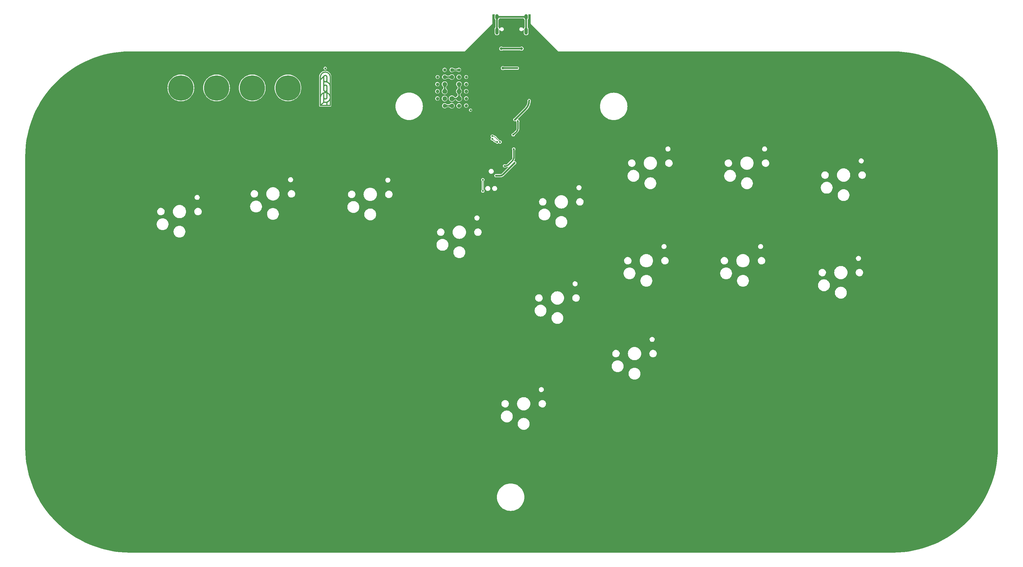
<source format=gbr>
%TF.GenerationSoftware,KiCad,Pcbnew,7.0.10*%
%TF.CreationDate,2024-01-11T05:44:04-06:00*%
%TF.ProjectId,hitbox no passthrough,68697462-6f78-4206-9e6f-207061737374,rev?*%
%TF.SameCoordinates,Original*%
%TF.FileFunction,Copper,L1,Top*%
%TF.FilePolarity,Positive*%
%FSLAX46Y46*%
G04 Gerber Fmt 4.6, Leading zero omitted, Abs format (unit mm)*
G04 Created by KiCad (PCBNEW 7.0.10) date 2024-01-11 05:44:04*
%MOMM*%
%LPD*%
G01*
G04 APERTURE LIST*
%TA.AperFunction,EtchedComponent*%
%ADD10C,0.010000*%
%TD*%
%TA.AperFunction,WasherPad*%
%ADD11C,7.500000*%
%TD*%
%TA.AperFunction,ComponentPad*%
%ADD12O,1.000000X1.600000*%
%TD*%
%TA.AperFunction,ComponentPad*%
%ADD13O,1.000000X2.100000*%
%TD*%
%TA.AperFunction,ComponentPad*%
%ADD14C,0.600000*%
%TD*%
%TA.AperFunction,ViaPad*%
%ADD15C,0.600000*%
%TD*%
%TA.AperFunction,ViaPad*%
%ADD16C,0.800000*%
%TD*%
%TA.AperFunction,Conductor*%
%ADD17C,0.635000*%
%TD*%
%TA.AperFunction,Conductor*%
%ADD18C,0.500000*%
%TD*%
%TA.AperFunction,Conductor*%
%ADD19C,0.381000*%
%TD*%
%TA.AperFunction,Conductor*%
%ADD20C,0.200000*%
%TD*%
G04 APERTURE END LIST*
%TO.C,H3*%
D10*
X136289401Y-41412880D02*
X136302169Y-41413185D01*
X136312131Y-41413829D01*
X136320422Y-41414917D01*
X136328177Y-41416556D01*
X136336190Y-41418752D01*
X136370792Y-41431476D01*
X136403290Y-41448588D01*
X136433161Y-41469733D01*
X136459884Y-41494552D01*
X136477773Y-41515660D01*
X136487521Y-41530127D01*
X136497532Y-41547849D01*
X136507012Y-41567168D01*
X136515167Y-41586427D01*
X136521205Y-41603969D01*
X136522670Y-41609393D01*
X136528542Y-41643494D01*
X136529590Y-41677390D01*
X136526068Y-41710696D01*
X136518230Y-41743027D01*
X136506328Y-41773996D01*
X136490616Y-41803218D01*
X136471348Y-41830307D01*
X136448776Y-41854876D01*
X136423153Y-41876541D01*
X136394734Y-41894914D01*
X136363772Y-41909611D01*
X136330519Y-41920245D01*
X136316607Y-41923279D01*
X136300083Y-41925492D01*
X136280861Y-41926614D01*
X136260842Y-41926643D01*
X136241931Y-41925578D01*
X136226031Y-41923417D01*
X136225700Y-41923351D01*
X136190971Y-41913862D01*
X136158244Y-41899908D01*
X136127884Y-41881834D01*
X136100253Y-41859984D01*
X136075714Y-41834702D01*
X136054631Y-41806330D01*
X136037368Y-41775215D01*
X136024287Y-41741699D01*
X136020727Y-41729321D01*
X136017261Y-41712034D01*
X136014950Y-41692041D01*
X136013851Y-41670999D01*
X136014023Y-41650567D01*
X136015524Y-41632400D01*
X136017014Y-41623610D01*
X136027125Y-41587957D01*
X136041531Y-41554553D01*
X136059952Y-41523747D01*
X136082106Y-41495886D01*
X136107711Y-41471319D01*
X136136486Y-41450394D01*
X136168150Y-41433459D01*
X136172117Y-41431717D01*
X136188358Y-41425051D01*
X136202458Y-41420129D01*
X136215756Y-41416699D01*
X136229588Y-41414508D01*
X136245293Y-41413307D01*
X136264207Y-41412843D01*
X136272690Y-41412808D01*
X136289401Y-41412880D01*
%TA.AperFunction,EtchedComponent*%
G36*
X136289401Y-41412880D02*
G01*
X136302169Y-41413185D01*
X136312131Y-41413829D01*
X136320422Y-41414917D01*
X136328177Y-41416556D01*
X136336190Y-41418752D01*
X136370792Y-41431476D01*
X136403290Y-41448588D01*
X136433161Y-41469733D01*
X136459884Y-41494552D01*
X136477773Y-41515660D01*
X136487521Y-41530127D01*
X136497532Y-41547849D01*
X136507012Y-41567168D01*
X136515167Y-41586427D01*
X136521205Y-41603969D01*
X136522670Y-41609393D01*
X136528542Y-41643494D01*
X136529590Y-41677390D01*
X136526068Y-41710696D01*
X136518230Y-41743027D01*
X136506328Y-41773996D01*
X136490616Y-41803218D01*
X136471348Y-41830307D01*
X136448776Y-41854876D01*
X136423153Y-41876541D01*
X136394734Y-41894914D01*
X136363772Y-41909611D01*
X136330519Y-41920245D01*
X136316607Y-41923279D01*
X136300083Y-41925492D01*
X136280861Y-41926614D01*
X136260842Y-41926643D01*
X136241931Y-41925578D01*
X136226031Y-41923417D01*
X136225700Y-41923351D01*
X136190971Y-41913862D01*
X136158244Y-41899908D01*
X136127884Y-41881834D01*
X136100253Y-41859984D01*
X136075714Y-41834702D01*
X136054631Y-41806330D01*
X136037368Y-41775215D01*
X136024287Y-41741699D01*
X136020727Y-41729321D01*
X136017261Y-41712034D01*
X136014950Y-41692041D01*
X136013851Y-41670999D01*
X136014023Y-41650567D01*
X136015524Y-41632400D01*
X136017014Y-41623610D01*
X136027125Y-41587957D01*
X136041531Y-41554553D01*
X136059952Y-41523747D01*
X136082106Y-41495886D01*
X136107711Y-41471319D01*
X136136486Y-41450394D01*
X136168150Y-41433459D01*
X136172117Y-41431717D01*
X136188358Y-41425051D01*
X136202458Y-41420129D01*
X136215756Y-41416699D01*
X136229588Y-41414508D01*
X136245293Y-41413307D01*
X136264207Y-41412843D01*
X136272690Y-41412808D01*
X136289401Y-41412880D01*
G37*
%TD.AperFunction*%
X126523601Y-31489268D02*
X126564449Y-31496308D01*
X126592942Y-31504273D01*
X126632981Y-31519953D01*
X126670322Y-31539822D01*
X126704748Y-31563633D01*
X126736041Y-31591144D01*
X126763986Y-31622108D01*
X126788364Y-31656282D01*
X126808960Y-31693420D01*
X126825556Y-31733278D01*
X126837936Y-31775612D01*
X126839463Y-31782380D01*
X126842157Y-31799360D01*
X126843857Y-31819899D01*
X126844574Y-31842578D01*
X126844320Y-31865975D01*
X126843108Y-31888670D01*
X126840948Y-31909243D01*
X126838285Y-31924413D01*
X126826330Y-31966532D01*
X126809873Y-32006321D01*
X126788988Y-32043654D01*
X126763747Y-32078402D01*
X126734223Y-32110437D01*
X126729427Y-32115003D01*
X126696161Y-32142732D01*
X126660275Y-32166172D01*
X126622047Y-32185179D01*
X126581756Y-32199606D01*
X126553885Y-32206608D01*
X126538706Y-32209116D01*
X126520370Y-32211086D01*
X126500369Y-32212452D01*
X126480192Y-32213151D01*
X126461329Y-32213118D01*
X126445272Y-32212287D01*
X126439080Y-32211598D01*
X126396482Y-32203207D01*
X126355783Y-32190306D01*
X126317276Y-32173141D01*
X126281254Y-32151957D01*
X126248012Y-32126999D01*
X126217843Y-32098512D01*
X126191041Y-32066741D01*
X126167900Y-32031932D01*
X126148713Y-31994331D01*
X126134858Y-31957640D01*
X126130789Y-31943551D01*
X126126833Y-31927655D01*
X126123700Y-31912867D01*
X126123109Y-31909567D01*
X126120868Y-31891565D01*
X126119541Y-31870419D01*
X126119129Y-31847818D01*
X126119637Y-31825454D01*
X126121066Y-31805017D01*
X126122913Y-31790967D01*
X126132446Y-31750228D01*
X126146644Y-31710990D01*
X126165216Y-31673644D01*
X126187872Y-31638580D01*
X126214318Y-31606188D01*
X126244264Y-31576859D01*
X126277419Y-31550984D01*
X126313490Y-31528952D01*
X126321683Y-31524712D01*
X126359892Y-31508346D01*
X126399748Y-31496576D01*
X126440691Y-31489445D01*
X126482161Y-31486995D01*
X126523601Y-31489268D01*
%TA.AperFunction,EtchedComponent*%
G36*
X126523601Y-31489268D02*
G01*
X126564449Y-31496308D01*
X126592942Y-31504273D01*
X126632981Y-31519953D01*
X126670322Y-31539822D01*
X126704748Y-31563633D01*
X126736041Y-31591144D01*
X126763986Y-31622108D01*
X126788364Y-31656282D01*
X126808960Y-31693420D01*
X126825556Y-31733278D01*
X126837936Y-31775612D01*
X126839463Y-31782380D01*
X126842157Y-31799360D01*
X126843857Y-31819899D01*
X126844574Y-31842578D01*
X126844320Y-31865975D01*
X126843108Y-31888670D01*
X126840948Y-31909243D01*
X126838285Y-31924413D01*
X126826330Y-31966532D01*
X126809873Y-32006321D01*
X126788988Y-32043654D01*
X126763747Y-32078402D01*
X126734223Y-32110437D01*
X126729427Y-32115003D01*
X126696161Y-32142732D01*
X126660275Y-32166172D01*
X126622047Y-32185179D01*
X126581756Y-32199606D01*
X126553885Y-32206608D01*
X126538706Y-32209116D01*
X126520370Y-32211086D01*
X126500369Y-32212452D01*
X126480192Y-32213151D01*
X126461329Y-32213118D01*
X126445272Y-32212287D01*
X126439080Y-32211598D01*
X126396482Y-32203207D01*
X126355783Y-32190306D01*
X126317276Y-32173141D01*
X126281254Y-32151957D01*
X126248012Y-32126999D01*
X126217843Y-32098512D01*
X126191041Y-32066741D01*
X126167900Y-32031932D01*
X126148713Y-31994331D01*
X126134858Y-31957640D01*
X126130789Y-31943551D01*
X126126833Y-31927655D01*
X126123700Y-31912867D01*
X126123109Y-31909567D01*
X126120868Y-31891565D01*
X126119541Y-31870419D01*
X126119129Y-31847818D01*
X126119637Y-31825454D01*
X126121066Y-31805017D01*
X126122913Y-31790967D01*
X126132446Y-31750228D01*
X126146644Y-31710990D01*
X126165216Y-31673644D01*
X126187872Y-31638580D01*
X126214318Y-31606188D01*
X126244264Y-31576859D01*
X126277419Y-31550984D01*
X126313490Y-31528952D01*
X126321683Y-31524712D01*
X126359892Y-31508346D01*
X126399748Y-31496576D01*
X126440691Y-31489445D01*
X126482161Y-31486995D01*
X126523601Y-31489268D01*
G37*
%TD.AperFunction*%
X126459610Y-35633471D02*
X126482728Y-35634295D01*
X126505027Y-35635763D01*
X126525102Y-35637825D01*
X126541550Y-35640430D01*
X126541802Y-35640481D01*
X126577199Y-35649307D01*
X126613194Y-35661283D01*
X126648386Y-35675829D01*
X126681374Y-35692366D01*
X126710757Y-35710314D01*
X126710860Y-35710384D01*
X126749181Y-35739424D01*
X126784209Y-35771954D01*
X126815610Y-35807579D01*
X126843053Y-35845905D01*
X126866206Y-35886536D01*
X126875461Y-35906203D01*
X126893005Y-35952147D01*
X126905629Y-35998852D01*
X126913337Y-36046029D01*
X126916131Y-36093392D01*
X126914015Y-36140653D01*
X126906993Y-36187524D01*
X126895067Y-36233717D01*
X126878241Y-36278944D01*
X126871028Y-36294844D01*
X126848260Y-36336930D01*
X126821635Y-36375932D01*
X126791462Y-36411672D01*
X126758052Y-36443970D01*
X126721715Y-36472647D01*
X126682761Y-36497522D01*
X126641501Y-36518417D01*
X126598246Y-36535152D01*
X126553305Y-36547547D01*
X126506989Y-36555423D01*
X126459609Y-36558602D01*
X126417046Y-36557352D01*
X126369484Y-36551285D01*
X126323127Y-36540384D01*
X126278329Y-36524813D01*
X126235441Y-36504738D01*
X126194816Y-36480324D01*
X126156806Y-36451735D01*
X126121763Y-36419137D01*
X126121431Y-36418794D01*
X126089372Y-36382053D01*
X126061567Y-36342736D01*
X126038135Y-36301149D01*
X126019191Y-36257595D01*
X126004853Y-36212381D01*
X125995237Y-36165811D01*
X125990460Y-36118191D01*
X125990328Y-36076250D01*
X125994770Y-36028459D01*
X126003901Y-35982186D01*
X126017489Y-35937681D01*
X126035304Y-35895193D01*
X126057114Y-35854969D01*
X126082689Y-35817258D01*
X126111799Y-35782310D01*
X126144212Y-35750373D01*
X126179698Y-35721695D01*
X126218025Y-35696525D01*
X126258964Y-35675113D01*
X126302284Y-35657706D01*
X126347753Y-35644554D01*
X126395141Y-35635904D01*
X126399378Y-35635369D01*
X126416532Y-35633958D01*
X126437077Y-35633342D01*
X126459610Y-35633471D01*
%TA.AperFunction,EtchedComponent*%
G36*
X126459610Y-35633471D02*
G01*
X126482728Y-35634295D01*
X126505027Y-35635763D01*
X126525102Y-35637825D01*
X126541550Y-35640430D01*
X126541802Y-35640481D01*
X126577199Y-35649307D01*
X126613194Y-35661283D01*
X126648386Y-35675829D01*
X126681374Y-35692366D01*
X126710757Y-35710314D01*
X126710860Y-35710384D01*
X126749181Y-35739424D01*
X126784209Y-35771954D01*
X126815610Y-35807579D01*
X126843053Y-35845905D01*
X126866206Y-35886536D01*
X126875461Y-35906203D01*
X126893005Y-35952147D01*
X126905629Y-35998852D01*
X126913337Y-36046029D01*
X126916131Y-36093392D01*
X126914015Y-36140653D01*
X126906993Y-36187524D01*
X126895067Y-36233717D01*
X126878241Y-36278944D01*
X126871028Y-36294844D01*
X126848260Y-36336930D01*
X126821635Y-36375932D01*
X126791462Y-36411672D01*
X126758052Y-36443970D01*
X126721715Y-36472647D01*
X126682761Y-36497522D01*
X126641501Y-36518417D01*
X126598246Y-36535152D01*
X126553305Y-36547547D01*
X126506989Y-36555423D01*
X126459609Y-36558602D01*
X126417046Y-36557352D01*
X126369484Y-36551285D01*
X126323127Y-36540384D01*
X126278329Y-36524813D01*
X126235441Y-36504738D01*
X126194816Y-36480324D01*
X126156806Y-36451735D01*
X126121763Y-36419137D01*
X126121431Y-36418794D01*
X126089372Y-36382053D01*
X126061567Y-36342736D01*
X126038135Y-36301149D01*
X126019191Y-36257595D01*
X126004853Y-36212381D01*
X125995237Y-36165811D01*
X125990460Y-36118191D01*
X125990328Y-36076250D01*
X125994770Y-36028459D01*
X126003901Y-35982186D01*
X126017489Y-35937681D01*
X126035304Y-35895193D01*
X126057114Y-35854969D01*
X126082689Y-35817258D01*
X126111799Y-35782310D01*
X126144212Y-35750373D01*
X126179698Y-35721695D01*
X126218025Y-35696525D01*
X126258964Y-35675113D01*
X126302284Y-35657706D01*
X126347753Y-35644554D01*
X126395141Y-35635904D01*
X126399378Y-35635369D01*
X126416532Y-35633958D01*
X126437077Y-35633342D01*
X126459610Y-35633471D01*
G37*
%TD.AperFunction*%
X135011618Y-39920579D02*
X135055970Y-39927200D01*
X135060658Y-39928192D01*
X135104689Y-39940335D01*
X135146808Y-39957041D01*
X135186700Y-39978052D01*
X135224048Y-40003108D01*
X135258535Y-40031951D01*
X135289846Y-40064321D01*
X135317664Y-40099960D01*
X135341673Y-40138607D01*
X135358097Y-40171908D01*
X135373723Y-40213596D01*
X135384794Y-40256872D01*
X135391282Y-40301147D01*
X135393159Y-40345833D01*
X135390397Y-40390341D01*
X135382968Y-40434083D01*
X135372439Y-40471796D01*
X135355675Y-40514232D01*
X135334821Y-40553994D01*
X135310189Y-40590885D01*
X135282096Y-40624709D01*
X135250854Y-40655270D01*
X135216778Y-40682370D01*
X135180183Y-40705815D01*
X135141382Y-40725408D01*
X135100689Y-40740952D01*
X135058420Y-40752251D01*
X135014888Y-40759110D01*
X134970408Y-40761332D01*
X134925293Y-40758720D01*
X134915060Y-40757442D01*
X134870064Y-40748747D01*
X134826775Y-40735300D01*
X134785375Y-40717197D01*
X134746050Y-40694533D01*
X134708985Y-40667405D01*
X134674364Y-40635907D01*
X134668680Y-40630066D01*
X134638180Y-40594666D01*
X134612164Y-40556911D01*
X134590588Y-40516717D01*
X134573407Y-40473999D01*
X134560575Y-40428670D01*
X134559113Y-40422061D01*
X134557060Y-40411895D01*
X134555537Y-40402603D01*
X134554471Y-40393139D01*
X134553788Y-40382455D01*
X134553412Y-40369503D01*
X134553270Y-40353238D01*
X134553269Y-40339640D01*
X134553554Y-40315237D01*
X134554428Y-40294629D01*
X134556075Y-40276546D01*
X134558683Y-40259721D01*
X134562437Y-40242882D01*
X134567522Y-40224762D01*
X134572284Y-40209682D01*
X134588593Y-40167569D01*
X134609006Y-40128083D01*
X134633199Y-40091410D01*
X134660847Y-40057738D01*
X134691626Y-40027253D01*
X134725210Y-40000144D01*
X134761277Y-39976596D01*
X134799500Y-39956797D01*
X134839557Y-39940933D01*
X134881121Y-39929193D01*
X134923869Y-39921762D01*
X134967476Y-39918828D01*
X135011618Y-39920579D01*
%TA.AperFunction,EtchedComponent*%
G36*
X135011618Y-39920579D02*
G01*
X135055970Y-39927200D01*
X135060658Y-39928192D01*
X135104689Y-39940335D01*
X135146808Y-39957041D01*
X135186700Y-39978052D01*
X135224048Y-40003108D01*
X135258535Y-40031951D01*
X135289846Y-40064321D01*
X135317664Y-40099960D01*
X135341673Y-40138607D01*
X135358097Y-40171908D01*
X135373723Y-40213596D01*
X135384794Y-40256872D01*
X135391282Y-40301147D01*
X135393159Y-40345833D01*
X135390397Y-40390341D01*
X135382968Y-40434083D01*
X135372439Y-40471796D01*
X135355675Y-40514232D01*
X135334821Y-40553994D01*
X135310189Y-40590885D01*
X135282096Y-40624709D01*
X135250854Y-40655270D01*
X135216778Y-40682370D01*
X135180183Y-40705815D01*
X135141382Y-40725408D01*
X135100689Y-40740952D01*
X135058420Y-40752251D01*
X135014888Y-40759110D01*
X134970408Y-40761332D01*
X134925293Y-40758720D01*
X134915060Y-40757442D01*
X134870064Y-40748747D01*
X134826775Y-40735300D01*
X134785375Y-40717197D01*
X134746050Y-40694533D01*
X134708985Y-40667405D01*
X134674364Y-40635907D01*
X134668680Y-40630066D01*
X134638180Y-40594666D01*
X134612164Y-40556911D01*
X134590588Y-40516717D01*
X134573407Y-40473999D01*
X134560575Y-40428670D01*
X134559113Y-40422061D01*
X134557060Y-40411895D01*
X134555537Y-40402603D01*
X134554471Y-40393139D01*
X134553788Y-40382455D01*
X134553412Y-40369503D01*
X134553270Y-40353238D01*
X134553269Y-40339640D01*
X134553554Y-40315237D01*
X134554428Y-40294629D01*
X134556075Y-40276546D01*
X134558683Y-40259721D01*
X134562437Y-40242882D01*
X134567522Y-40224762D01*
X134572284Y-40209682D01*
X134588593Y-40167569D01*
X134609006Y-40128083D01*
X134633199Y-40091410D01*
X134660847Y-40057738D01*
X134691626Y-40027253D01*
X134725210Y-40000144D01*
X134761277Y-39976596D01*
X134799500Y-39956797D01*
X134839557Y-39940933D01*
X134881121Y-39929193D01*
X134923869Y-39921762D01*
X134967476Y-39918828D01*
X135011618Y-39920579D01*
G37*
%TD.AperFunction*%
X132885146Y-31314767D02*
X132934046Y-31321703D01*
X132981955Y-31333396D01*
X133029329Y-31349954D01*
X133071020Y-31368675D01*
X133103080Y-31385624D01*
X133131940Y-31403336D01*
X133158954Y-31422784D01*
X133185476Y-31444937D01*
X133211481Y-31469406D01*
X133242001Y-31501650D01*
X133268442Y-31534424D01*
X133291748Y-31569032D01*
X133312862Y-31606776D01*
X133317493Y-31616010D01*
X133338203Y-31663723D01*
X133354022Y-31712526D01*
X133364950Y-31762138D01*
X133370986Y-31812276D01*
X133372132Y-31862659D01*
X133368386Y-31913003D01*
X133359749Y-31963028D01*
X133346221Y-32012452D01*
X133327802Y-32060992D01*
X133317481Y-32083370D01*
X133292265Y-32129402D01*
X133263223Y-32172279D01*
X133230606Y-32211820D01*
X133194666Y-32247842D01*
X133155656Y-32280163D01*
X133113828Y-32308601D01*
X133069434Y-32332974D01*
X133022725Y-32353100D01*
X132973955Y-32368796D01*
X132923376Y-32379880D01*
X132902614Y-32382992D01*
X132881781Y-32385003D01*
X132857662Y-32386179D01*
X132831944Y-32386524D01*
X132806319Y-32386040D01*
X132782474Y-32384729D01*
X132763680Y-32382810D01*
X132714690Y-32373736D01*
X132666466Y-32359861D01*
X132619501Y-32341454D01*
X132574284Y-32318786D01*
X132531306Y-32292126D01*
X132491060Y-32261747D01*
X132454034Y-32227917D01*
X132425276Y-32196429D01*
X132392976Y-32154083D01*
X132365264Y-32109763D01*
X132342202Y-32063683D01*
X132323853Y-32016058D01*
X132310279Y-31967101D01*
X132301542Y-31917027D01*
X132297703Y-31866050D01*
X132298826Y-31814385D01*
X132303039Y-31774760D01*
X132312710Y-31724421D01*
X132326927Y-31675934D01*
X132345442Y-31629515D01*
X132368004Y-31585381D01*
X132394362Y-31543751D01*
X132424267Y-31504841D01*
X132457469Y-31468870D01*
X132493716Y-31436054D01*
X132532760Y-31406612D01*
X132574349Y-31380761D01*
X132618233Y-31358718D01*
X132664163Y-31340701D01*
X132711887Y-31326927D01*
X132761157Y-31317615D01*
X132811721Y-31312980D01*
X132834800Y-31312480D01*
X132885146Y-31314767D01*
%TA.AperFunction,EtchedComponent*%
G36*
X132885146Y-31314767D02*
G01*
X132934046Y-31321703D01*
X132981955Y-31333396D01*
X133029329Y-31349954D01*
X133071020Y-31368675D01*
X133103080Y-31385624D01*
X133131940Y-31403336D01*
X133158954Y-31422784D01*
X133185476Y-31444937D01*
X133211481Y-31469406D01*
X133242001Y-31501650D01*
X133268442Y-31534424D01*
X133291748Y-31569032D01*
X133312862Y-31606776D01*
X133317493Y-31616010D01*
X133338203Y-31663723D01*
X133354022Y-31712526D01*
X133364950Y-31762138D01*
X133370986Y-31812276D01*
X133372132Y-31862659D01*
X133368386Y-31913003D01*
X133359749Y-31963028D01*
X133346221Y-32012452D01*
X133327802Y-32060992D01*
X133317481Y-32083370D01*
X133292265Y-32129402D01*
X133263223Y-32172279D01*
X133230606Y-32211820D01*
X133194666Y-32247842D01*
X133155656Y-32280163D01*
X133113828Y-32308601D01*
X133069434Y-32332974D01*
X133022725Y-32353100D01*
X132973955Y-32368796D01*
X132923376Y-32379880D01*
X132902614Y-32382992D01*
X132881781Y-32385003D01*
X132857662Y-32386179D01*
X132831944Y-32386524D01*
X132806319Y-32386040D01*
X132782474Y-32384729D01*
X132763680Y-32382810D01*
X132714690Y-32373736D01*
X132666466Y-32359861D01*
X132619501Y-32341454D01*
X132574284Y-32318786D01*
X132531306Y-32292126D01*
X132491060Y-32261747D01*
X132454034Y-32227917D01*
X132425276Y-32196429D01*
X132392976Y-32154083D01*
X132365264Y-32109763D01*
X132342202Y-32063683D01*
X132323853Y-32016058D01*
X132310279Y-31967101D01*
X132301542Y-31917027D01*
X132297703Y-31866050D01*
X132298826Y-31814385D01*
X132303039Y-31774760D01*
X132312710Y-31724421D01*
X132326927Y-31675934D01*
X132345442Y-31629515D01*
X132368004Y-31585381D01*
X132394362Y-31543751D01*
X132424267Y-31504841D01*
X132457469Y-31468870D01*
X132493716Y-31436054D01*
X132532760Y-31406612D01*
X132574349Y-31380761D01*
X132618233Y-31358718D01*
X132664163Y-31340701D01*
X132711887Y-31326927D01*
X132761157Y-31317615D01*
X132811721Y-31312980D01*
X132834800Y-31312480D01*
X132885146Y-31314767D01*
G37*
%TD.AperFunction*%
X126474236Y-33554206D02*
X126491242Y-33554475D01*
X126504965Y-33555017D01*
X126516301Y-33555882D01*
X126526146Y-33557119D01*
X126534330Y-33558561D01*
X126580380Y-33570166D01*
X126624329Y-33586220D01*
X126665901Y-33606534D01*
X126704819Y-33630921D01*
X126740807Y-33659191D01*
X126773589Y-33691156D01*
X126802888Y-33726628D01*
X126821956Y-33754690D01*
X126844191Y-33795051D01*
X126861921Y-33837294D01*
X126875122Y-33880982D01*
X126883767Y-33925680D01*
X126887831Y-33970953D01*
X126887289Y-34016365D01*
X126882113Y-34061480D01*
X126872279Y-34105863D01*
X126857761Y-34149078D01*
X126846786Y-34174275D01*
X126824282Y-34215886D01*
X126797969Y-34254223D01*
X126768059Y-34289122D01*
X126734761Y-34320419D01*
X126698284Y-34347950D01*
X126658839Y-34371550D01*
X126616633Y-34391056D01*
X126571879Y-34406302D01*
X126540680Y-34414030D01*
X126524887Y-34416610D01*
X126505325Y-34418610D01*
X126483275Y-34420003D01*
X126460017Y-34420760D01*
X126436833Y-34420854D01*
X126415004Y-34420257D01*
X126395810Y-34418942D01*
X126383786Y-34417446D01*
X126338239Y-34407656D01*
X126294486Y-34393281D01*
X126252834Y-34374546D01*
X126213589Y-34351676D01*
X126177058Y-34324893D01*
X126143549Y-34294424D01*
X126113369Y-34260493D01*
X126086824Y-34223324D01*
X126064620Y-34183950D01*
X126045435Y-34139758D01*
X126031244Y-34094667D01*
X126022060Y-34048774D01*
X126017897Y-34002177D01*
X126018766Y-33954976D01*
X126024681Y-33907267D01*
X126026617Y-33896930D01*
X126034464Y-33865755D01*
X126045715Y-33832969D01*
X126059731Y-33800034D01*
X126075875Y-33768417D01*
X126093508Y-33739581D01*
X126097988Y-33733100D01*
X126110996Y-33716330D01*
X126127102Y-33697999D01*
X126145127Y-33679286D01*
X126163892Y-33661369D01*
X126182216Y-33645426D01*
X126197780Y-33633436D01*
X126234678Y-33610163D01*
X126274924Y-33590155D01*
X126317704Y-33573763D01*
X126362205Y-33561338D01*
X126368065Y-33560035D01*
X126377578Y-33558108D01*
X126386521Y-33556655D01*
X126395862Y-33555609D01*
X126406567Y-33554903D01*
X126419600Y-33554470D01*
X126435929Y-33554243D01*
X126453050Y-33554164D01*
X126474236Y-33554206D01*
%TA.AperFunction,EtchedComponent*%
G36*
X126474236Y-33554206D02*
G01*
X126491242Y-33554475D01*
X126504965Y-33555017D01*
X126516301Y-33555882D01*
X126526146Y-33557119D01*
X126534330Y-33558561D01*
X126580380Y-33570166D01*
X126624329Y-33586220D01*
X126665901Y-33606534D01*
X126704819Y-33630921D01*
X126740807Y-33659191D01*
X126773589Y-33691156D01*
X126802888Y-33726628D01*
X126821956Y-33754690D01*
X126844191Y-33795051D01*
X126861921Y-33837294D01*
X126875122Y-33880982D01*
X126883767Y-33925680D01*
X126887831Y-33970953D01*
X126887289Y-34016365D01*
X126882113Y-34061480D01*
X126872279Y-34105863D01*
X126857761Y-34149078D01*
X126846786Y-34174275D01*
X126824282Y-34215886D01*
X126797969Y-34254223D01*
X126768059Y-34289122D01*
X126734761Y-34320419D01*
X126698284Y-34347950D01*
X126658839Y-34371550D01*
X126616633Y-34391056D01*
X126571879Y-34406302D01*
X126540680Y-34414030D01*
X126524887Y-34416610D01*
X126505325Y-34418610D01*
X126483275Y-34420003D01*
X126460017Y-34420760D01*
X126436833Y-34420854D01*
X126415004Y-34420257D01*
X126395810Y-34418942D01*
X126383786Y-34417446D01*
X126338239Y-34407656D01*
X126294486Y-34393281D01*
X126252834Y-34374546D01*
X126213589Y-34351676D01*
X126177058Y-34324893D01*
X126143549Y-34294424D01*
X126113369Y-34260493D01*
X126086824Y-34223324D01*
X126064620Y-34183950D01*
X126045435Y-34139758D01*
X126031244Y-34094667D01*
X126022060Y-34048774D01*
X126017897Y-34002177D01*
X126018766Y-33954976D01*
X126024681Y-33907267D01*
X126026617Y-33896930D01*
X126034464Y-33865755D01*
X126045715Y-33832969D01*
X126059731Y-33800034D01*
X126075875Y-33768417D01*
X126093508Y-33739581D01*
X126097988Y-33733100D01*
X126110996Y-33716330D01*
X126127102Y-33697999D01*
X126145127Y-33679286D01*
X126163892Y-33661369D01*
X126182216Y-33645426D01*
X126197780Y-33633436D01*
X126234678Y-33610163D01*
X126274924Y-33590155D01*
X126317704Y-33573763D01*
X126362205Y-33561338D01*
X126368065Y-33560035D01*
X126377578Y-33558108D01*
X126386521Y-33556655D01*
X126395862Y-33555609D01*
X126406567Y-33554903D01*
X126419600Y-33554470D01*
X126435929Y-33554243D01*
X126453050Y-33554164D01*
X126474236Y-33554206D01*
G37*
%TD.AperFunction*%
X135019046Y-35639012D02*
X135065529Y-35646599D01*
X135108913Y-35658370D01*
X135153734Y-35675566D01*
X135196118Y-35697064D01*
X135235821Y-35722582D01*
X135272596Y-35751839D01*
X135306198Y-35784552D01*
X135336382Y-35820441D01*
X135362901Y-35859223D01*
X135385510Y-35900618D01*
X135403965Y-35944343D01*
X135418018Y-35990116D01*
X135424591Y-36020370D01*
X135426794Y-36036422D01*
X135428340Y-36056054D01*
X135429226Y-36077958D01*
X135429452Y-36100827D01*
X135429015Y-36123355D01*
X135427914Y-36144234D01*
X135426148Y-36162157D01*
X135424790Y-36170828D01*
X135413267Y-36218693D01*
X135397193Y-36264467D01*
X135376746Y-36307914D01*
X135352104Y-36348801D01*
X135323444Y-36386892D01*
X135290945Y-36421952D01*
X135254783Y-36453746D01*
X135215138Y-36482040D01*
X135172187Y-36506598D01*
X135169696Y-36507854D01*
X135131333Y-36524645D01*
X135090690Y-36537954D01*
X135048767Y-36547586D01*
X135006564Y-36553351D01*
X134965082Y-36555056D01*
X134932840Y-36553344D01*
X134885468Y-36546127D01*
X134839376Y-36534126D01*
X134794913Y-36517554D01*
X134752426Y-36496620D01*
X134712264Y-36471537D01*
X134674777Y-36442513D01*
X134640313Y-36409762D01*
X134609220Y-36373493D01*
X134589228Y-36345490D01*
X134564569Y-36303621D01*
X134544657Y-36260205D01*
X134529533Y-36215525D01*
X134519236Y-36169860D01*
X134513805Y-36123492D01*
X134513280Y-36076702D01*
X134517701Y-36029771D01*
X134527106Y-35982981D01*
X134534590Y-35956870D01*
X134541050Y-35939133D01*
X134549837Y-35918688D01*
X134560255Y-35896911D01*
X134571610Y-35875175D01*
X134583205Y-35854857D01*
X134594346Y-35837331D01*
X134596885Y-35833680D01*
X134607783Y-35819592D01*
X134621774Y-35803412D01*
X134637894Y-35786104D01*
X134655178Y-35768632D01*
X134672661Y-35751961D01*
X134689379Y-35737056D01*
X134704368Y-35724881D01*
X134709320Y-35721235D01*
X134724392Y-35711356D01*
X134742788Y-35700590D01*
X134763172Y-35689616D01*
X134784209Y-35679109D01*
X134804565Y-35669746D01*
X134822903Y-35662204D01*
X134832510Y-35658793D01*
X134878720Y-35646329D01*
X134925385Y-35638878D01*
X134972246Y-35636439D01*
X135019046Y-35639012D01*
%TA.AperFunction,EtchedComponent*%
G36*
X135019046Y-35639012D02*
G01*
X135065529Y-35646599D01*
X135108913Y-35658370D01*
X135153734Y-35675566D01*
X135196118Y-35697064D01*
X135235821Y-35722582D01*
X135272596Y-35751839D01*
X135306198Y-35784552D01*
X135336382Y-35820441D01*
X135362901Y-35859223D01*
X135385510Y-35900618D01*
X135403965Y-35944343D01*
X135418018Y-35990116D01*
X135424591Y-36020370D01*
X135426794Y-36036422D01*
X135428340Y-36056054D01*
X135429226Y-36077958D01*
X135429452Y-36100827D01*
X135429015Y-36123355D01*
X135427914Y-36144234D01*
X135426148Y-36162157D01*
X135424790Y-36170828D01*
X135413267Y-36218693D01*
X135397193Y-36264467D01*
X135376746Y-36307914D01*
X135352104Y-36348801D01*
X135323444Y-36386892D01*
X135290945Y-36421952D01*
X135254783Y-36453746D01*
X135215138Y-36482040D01*
X135172187Y-36506598D01*
X135169696Y-36507854D01*
X135131333Y-36524645D01*
X135090690Y-36537954D01*
X135048767Y-36547586D01*
X135006564Y-36553351D01*
X134965082Y-36555056D01*
X134932840Y-36553344D01*
X134885468Y-36546127D01*
X134839376Y-36534126D01*
X134794913Y-36517554D01*
X134752426Y-36496620D01*
X134712264Y-36471537D01*
X134674777Y-36442513D01*
X134640313Y-36409762D01*
X134609220Y-36373493D01*
X134589228Y-36345490D01*
X134564569Y-36303621D01*
X134544657Y-36260205D01*
X134529533Y-36215525D01*
X134519236Y-36169860D01*
X134513805Y-36123492D01*
X134513280Y-36076702D01*
X134517701Y-36029771D01*
X134527106Y-35982981D01*
X134534590Y-35956870D01*
X134541050Y-35939133D01*
X134549837Y-35918688D01*
X134560255Y-35896911D01*
X134571610Y-35875175D01*
X134583205Y-35854857D01*
X134594346Y-35837331D01*
X134596885Y-35833680D01*
X134607783Y-35819592D01*
X134621774Y-35803412D01*
X134637894Y-35786104D01*
X134655178Y-35768632D01*
X134672661Y-35751961D01*
X134689379Y-35737056D01*
X134704368Y-35724881D01*
X134709320Y-35721235D01*
X134724392Y-35711356D01*
X134742788Y-35700590D01*
X134763172Y-35689616D01*
X134784209Y-35679109D01*
X134804565Y-35669746D01*
X134822903Y-35662204D01*
X134832510Y-35658793D01*
X134878720Y-35646329D01*
X134925385Y-35638878D01*
X134972246Y-35636439D01*
X135019046Y-35639012D01*
G37*
%TD.AperFunction*%
X128608871Y-29330153D02*
X128624452Y-29330341D01*
X128636909Y-29330749D01*
X128647222Y-29331445D01*
X128656369Y-29332495D01*
X128665327Y-29333966D01*
X128675075Y-29335926D01*
X128675550Y-29336027D01*
X128720887Y-29348127D01*
X128763625Y-29364450D01*
X128803575Y-29384850D01*
X128840550Y-29409181D01*
X128874360Y-29437295D01*
X128904819Y-29469046D01*
X128931737Y-29504288D01*
X128954926Y-29542873D01*
X128963775Y-29560607D01*
X128980698Y-29602441D01*
X128992940Y-29645633D01*
X129000540Y-29689738D01*
X129003536Y-29734312D01*
X129001965Y-29778907D01*
X128995867Y-29823079D01*
X128985277Y-29866382D01*
X128970236Y-29908371D01*
X128950780Y-29948600D01*
X128927463Y-29985895D01*
X128915409Y-30001495D01*
X128900302Y-30018718D01*
X128883323Y-30036382D01*
X128865654Y-30053304D01*
X128848477Y-30068303D01*
X128833595Y-30079763D01*
X128800645Y-30100435D01*
X128764671Y-30118458D01*
X128727048Y-30133263D01*
X128689145Y-30144282D01*
X128666483Y-30148901D01*
X128651453Y-30151036D01*
X128634051Y-30152873D01*
X128615643Y-30154327D01*
X128597596Y-30155314D01*
X128581275Y-30155748D01*
X128568045Y-30155546D01*
X128563790Y-30155256D01*
X128516254Y-30148982D01*
X128472162Y-30139162D01*
X128431171Y-30125640D01*
X128392939Y-30108260D01*
X128357125Y-30086863D01*
X128323386Y-30061293D01*
X128291381Y-30031394D01*
X128289379Y-30029324D01*
X128259719Y-29994934D01*
X128234489Y-29958062D01*
X128213699Y-29918726D01*
X128197356Y-29876945D01*
X128185470Y-29832739D01*
X128178806Y-29792681D01*
X128177327Y-29774470D01*
X128176773Y-29752951D01*
X128177085Y-29729664D01*
X128178205Y-29706151D01*
X128180074Y-29683950D01*
X128182635Y-29664603D01*
X128183909Y-29657670D01*
X128195578Y-29612634D01*
X128211569Y-29570118D01*
X128231688Y-29530319D01*
X128255739Y-29493431D01*
X128283527Y-29459651D01*
X128314859Y-29429174D01*
X128349538Y-29402196D01*
X128387370Y-29378912D01*
X128428160Y-29359520D01*
X128471714Y-29344214D01*
X128504100Y-29335958D01*
X128513579Y-29334024D01*
X128522422Y-29332566D01*
X128531593Y-29331520D01*
X128542057Y-29330818D01*
X128554779Y-29330394D01*
X128570723Y-29330183D01*
X128589190Y-29330119D01*
X128608871Y-29330153D01*
%TA.AperFunction,EtchedComponent*%
G36*
X128608871Y-29330153D02*
G01*
X128624452Y-29330341D01*
X128636909Y-29330749D01*
X128647222Y-29331445D01*
X128656369Y-29332495D01*
X128665327Y-29333966D01*
X128675075Y-29335926D01*
X128675550Y-29336027D01*
X128720887Y-29348127D01*
X128763625Y-29364450D01*
X128803575Y-29384850D01*
X128840550Y-29409181D01*
X128874360Y-29437295D01*
X128904819Y-29469046D01*
X128931737Y-29504288D01*
X128954926Y-29542873D01*
X128963775Y-29560607D01*
X128980698Y-29602441D01*
X128992940Y-29645633D01*
X129000540Y-29689738D01*
X129003536Y-29734312D01*
X129001965Y-29778907D01*
X128995867Y-29823079D01*
X128985277Y-29866382D01*
X128970236Y-29908371D01*
X128950780Y-29948600D01*
X128927463Y-29985895D01*
X128915409Y-30001495D01*
X128900302Y-30018718D01*
X128883323Y-30036382D01*
X128865654Y-30053304D01*
X128848477Y-30068303D01*
X128833595Y-30079763D01*
X128800645Y-30100435D01*
X128764671Y-30118458D01*
X128727048Y-30133263D01*
X128689145Y-30144282D01*
X128666483Y-30148901D01*
X128651453Y-30151036D01*
X128634051Y-30152873D01*
X128615643Y-30154327D01*
X128597596Y-30155314D01*
X128581275Y-30155748D01*
X128568045Y-30155546D01*
X128563790Y-30155256D01*
X128516254Y-30148982D01*
X128472162Y-30139162D01*
X128431171Y-30125640D01*
X128392939Y-30108260D01*
X128357125Y-30086863D01*
X128323386Y-30061293D01*
X128291381Y-30031394D01*
X128289379Y-30029324D01*
X128259719Y-29994934D01*
X128234489Y-29958062D01*
X128213699Y-29918726D01*
X128197356Y-29876945D01*
X128185470Y-29832739D01*
X128178806Y-29792681D01*
X128177327Y-29774470D01*
X128176773Y-29752951D01*
X128177085Y-29729664D01*
X128178205Y-29706151D01*
X128180074Y-29683950D01*
X128182635Y-29664603D01*
X128183909Y-29657670D01*
X128195578Y-29612634D01*
X128211569Y-29570118D01*
X128231688Y-29530319D01*
X128255739Y-29493431D01*
X128283527Y-29459651D01*
X128314859Y-29429174D01*
X128349538Y-29402196D01*
X128387370Y-29378912D01*
X128428160Y-29359520D01*
X128471714Y-29344214D01*
X128504100Y-29335958D01*
X128513579Y-29334024D01*
X128522422Y-29332566D01*
X128531593Y-29331520D01*
X128542057Y-29330818D01*
X128554779Y-29330394D01*
X128570723Y-29330183D01*
X128589190Y-29330119D01*
X128608871Y-29330153D01*
G37*
%TD.AperFunction*%
X132864640Y-39825298D02*
X132915281Y-39830636D01*
X132964845Y-39840687D01*
X133013044Y-39855280D01*
X133059593Y-39874244D01*
X133104203Y-39897408D01*
X133146588Y-39924600D01*
X133186461Y-39955651D01*
X133223535Y-39990389D01*
X133257523Y-40028642D01*
X133288137Y-40070241D01*
X133315092Y-40115013D01*
X133321847Y-40127904D01*
X133343134Y-40175263D01*
X133359830Y-40224528D01*
X133372031Y-40275996D01*
X133374949Y-40292650D01*
X133377472Y-40313613D01*
X133379019Y-40338079D01*
X133379600Y-40364565D01*
X133379226Y-40391592D01*
X133377908Y-40417679D01*
X133375655Y-40441343D01*
X133373813Y-40454036D01*
X133362568Y-40505455D01*
X133346799Y-40554911D01*
X133326737Y-40602176D01*
X133302610Y-40647025D01*
X133274649Y-40689231D01*
X133243084Y-40728568D01*
X133208145Y-40764809D01*
X133170062Y-40797729D01*
X133129066Y-40827101D01*
X133085385Y-40852698D01*
X133039251Y-40874295D01*
X132990894Y-40891664D01*
X132940542Y-40904580D01*
X132910380Y-40909962D01*
X132892321Y-40912098D01*
X132871099Y-40913685D01*
X132848304Y-40914679D01*
X132825524Y-40915036D01*
X132804346Y-40914714D01*
X132786359Y-40913668D01*
X132784000Y-40913442D01*
X132732271Y-40905651D01*
X132681894Y-40893022D01*
X132633121Y-40875676D01*
X132586206Y-40853733D01*
X132541400Y-40827316D01*
X132498957Y-40796545D01*
X132459128Y-40761542D01*
X132451225Y-40753770D01*
X132416598Y-40716182D01*
X132386553Y-40677270D01*
X132360631Y-40636336D01*
X132338373Y-40592678D01*
X132325476Y-40562056D01*
X132309007Y-40512957D01*
X132297486Y-40463175D01*
X132290875Y-40412987D01*
X132289133Y-40362675D01*
X132292220Y-40312516D01*
X132300098Y-40262789D01*
X132312727Y-40213774D01*
X132330066Y-40165749D01*
X132352078Y-40118994D01*
X132378721Y-40073787D01*
X132398775Y-40045000D01*
X132410338Y-40030536D01*
X132424931Y-40013991D01*
X132441555Y-39996368D01*
X132459206Y-39978669D01*
X132476882Y-39961895D01*
X132493582Y-39947049D01*
X132508303Y-39935132D01*
X132509680Y-39934101D01*
X132554503Y-39903778D01*
X132600598Y-39878369D01*
X132648001Y-39857862D01*
X132696746Y-39842244D01*
X132746869Y-39831503D01*
X132798405Y-39825625D01*
X132813210Y-39824844D01*
X132864640Y-39825298D01*
%TA.AperFunction,EtchedComponent*%
G36*
X132864640Y-39825298D02*
G01*
X132915281Y-39830636D01*
X132964845Y-39840687D01*
X133013044Y-39855280D01*
X133059593Y-39874244D01*
X133104203Y-39897408D01*
X133146588Y-39924600D01*
X133186461Y-39955651D01*
X133223535Y-39990389D01*
X133257523Y-40028642D01*
X133288137Y-40070241D01*
X133315092Y-40115013D01*
X133321847Y-40127904D01*
X133343134Y-40175263D01*
X133359830Y-40224528D01*
X133372031Y-40275996D01*
X133374949Y-40292650D01*
X133377472Y-40313613D01*
X133379019Y-40338079D01*
X133379600Y-40364565D01*
X133379226Y-40391592D01*
X133377908Y-40417679D01*
X133375655Y-40441343D01*
X133373813Y-40454036D01*
X133362568Y-40505455D01*
X133346799Y-40554911D01*
X133326737Y-40602176D01*
X133302610Y-40647025D01*
X133274649Y-40689231D01*
X133243084Y-40728568D01*
X133208145Y-40764809D01*
X133170062Y-40797729D01*
X133129066Y-40827101D01*
X133085385Y-40852698D01*
X133039251Y-40874295D01*
X132990894Y-40891664D01*
X132940542Y-40904580D01*
X132910380Y-40909962D01*
X132892321Y-40912098D01*
X132871099Y-40913685D01*
X132848304Y-40914679D01*
X132825524Y-40915036D01*
X132804346Y-40914714D01*
X132786359Y-40913668D01*
X132784000Y-40913442D01*
X132732271Y-40905651D01*
X132681894Y-40893022D01*
X132633121Y-40875676D01*
X132586206Y-40853733D01*
X132541400Y-40827316D01*
X132498957Y-40796545D01*
X132459128Y-40761542D01*
X132451225Y-40753770D01*
X132416598Y-40716182D01*
X132386553Y-40677270D01*
X132360631Y-40636336D01*
X132338373Y-40592678D01*
X132325476Y-40562056D01*
X132309007Y-40512957D01*
X132297486Y-40463175D01*
X132290875Y-40412987D01*
X132289133Y-40362675D01*
X132292220Y-40312516D01*
X132300098Y-40262789D01*
X132312727Y-40213774D01*
X132330066Y-40165749D01*
X132352078Y-40118994D01*
X132378721Y-40073787D01*
X132398775Y-40045000D01*
X132410338Y-40030536D01*
X132424931Y-40013991D01*
X132441555Y-39996368D01*
X132459206Y-39978669D01*
X132476882Y-39961895D01*
X132493582Y-39947049D01*
X132508303Y-39935132D01*
X132509680Y-39934101D01*
X132554503Y-39903778D01*
X132600598Y-39878369D01*
X132648001Y-39857862D01*
X132696746Y-39842244D01*
X132746869Y-39831503D01*
X132798405Y-39825625D01*
X132813210Y-39824844D01*
X132864640Y-39825298D01*
G37*
%TD.AperFunction*%
X134997444Y-31499490D02*
X135017626Y-31500429D01*
X135035298Y-31502206D01*
X135051736Y-31505004D01*
X135068215Y-31509005D01*
X135086008Y-31514392D01*
X135091181Y-31516101D01*
X135130078Y-31531737D01*
X135166415Y-31551688D01*
X135199923Y-31575791D01*
X135220718Y-31594241D01*
X135248503Y-31624091D01*
X135271981Y-31656077D01*
X135291361Y-31690582D01*
X135306853Y-31727990D01*
X135318664Y-31768684D01*
X135320683Y-31777618D01*
X135322452Y-31787172D01*
X135323731Y-31797622D01*
X135324584Y-31809949D01*
X135325072Y-31825139D01*
X135325259Y-31844172D01*
X135325265Y-31849690D01*
X135325061Y-31872373D01*
X135324325Y-31891271D01*
X135322867Y-31907667D01*
X135320495Y-31922845D01*
X135317021Y-31938086D01*
X135312252Y-31954675D01*
X135307478Y-31969476D01*
X135292245Y-32007426D01*
X135272803Y-32042795D01*
X135249463Y-32075321D01*
X135222534Y-32104741D01*
X135192329Y-32130794D01*
X135159157Y-32153216D01*
X135123329Y-32171745D01*
X135085156Y-32186119D01*
X135044949Y-32196076D01*
X135037578Y-32197369D01*
X135007420Y-32201016D01*
X134976012Y-32202453D01*
X134946092Y-32201562D01*
X134943794Y-32201382D01*
X134901315Y-32195480D01*
X134860855Y-32185051D01*
X134822664Y-32170315D01*
X134786992Y-32151486D01*
X134754089Y-32128782D01*
X134724205Y-32102420D01*
X134697591Y-32072616D01*
X134674495Y-32039588D01*
X134655169Y-32003552D01*
X134639862Y-31964724D01*
X134630136Y-31929411D01*
X134628043Y-31919449D01*
X134626503Y-31910246D01*
X134625433Y-31900728D01*
X134624754Y-31889817D01*
X134624383Y-31876438D01*
X134624241Y-31859515D01*
X134624230Y-31850960D01*
X134624375Y-31829069D01*
X134624913Y-31811090D01*
X134625995Y-31795857D01*
X134627773Y-31782207D01*
X134630396Y-31768976D01*
X134634017Y-31755000D01*
X134638761Y-31739200D01*
X134653357Y-31700731D01*
X134672164Y-31664654D01*
X134694864Y-31631294D01*
X134721140Y-31600981D01*
X134750675Y-31574041D01*
X134783149Y-31550801D01*
X134818246Y-31531590D01*
X134854100Y-31517244D01*
X134873196Y-31511150D01*
X134889772Y-31506565D01*
X134905162Y-31503288D01*
X134920702Y-31501117D01*
X134937724Y-31499852D01*
X134957564Y-31499289D01*
X134973480Y-31499205D01*
X134997444Y-31499490D01*
%TA.AperFunction,EtchedComponent*%
G36*
X134997444Y-31499490D02*
G01*
X135017626Y-31500429D01*
X135035298Y-31502206D01*
X135051736Y-31505004D01*
X135068215Y-31509005D01*
X135086008Y-31514392D01*
X135091181Y-31516101D01*
X135130078Y-31531737D01*
X135166415Y-31551688D01*
X135199923Y-31575791D01*
X135220718Y-31594241D01*
X135248503Y-31624091D01*
X135271981Y-31656077D01*
X135291361Y-31690582D01*
X135306853Y-31727990D01*
X135318664Y-31768684D01*
X135320683Y-31777618D01*
X135322452Y-31787172D01*
X135323731Y-31797622D01*
X135324584Y-31809949D01*
X135325072Y-31825139D01*
X135325259Y-31844172D01*
X135325265Y-31849690D01*
X135325061Y-31872373D01*
X135324325Y-31891271D01*
X135322867Y-31907667D01*
X135320495Y-31922845D01*
X135317021Y-31938086D01*
X135312252Y-31954675D01*
X135307478Y-31969476D01*
X135292245Y-32007426D01*
X135272803Y-32042795D01*
X135249463Y-32075321D01*
X135222534Y-32104741D01*
X135192329Y-32130794D01*
X135159157Y-32153216D01*
X135123329Y-32171745D01*
X135085156Y-32186119D01*
X135044949Y-32196076D01*
X135037578Y-32197369D01*
X135007420Y-32201016D01*
X134976012Y-32202453D01*
X134946092Y-32201562D01*
X134943794Y-32201382D01*
X134901315Y-32195480D01*
X134860855Y-32185051D01*
X134822664Y-32170315D01*
X134786992Y-32151486D01*
X134754089Y-32128782D01*
X134724205Y-32102420D01*
X134697591Y-32072616D01*
X134674495Y-32039588D01*
X134655169Y-32003552D01*
X134639862Y-31964724D01*
X134630136Y-31929411D01*
X134628043Y-31919449D01*
X134626503Y-31910246D01*
X134625433Y-31900728D01*
X134624754Y-31889817D01*
X134624383Y-31876438D01*
X134624241Y-31859515D01*
X134624230Y-31850960D01*
X134624375Y-31829069D01*
X134624913Y-31811090D01*
X134625995Y-31795857D01*
X134627773Y-31782207D01*
X134630396Y-31768976D01*
X134634017Y-31755000D01*
X134638761Y-31739200D01*
X134653357Y-31700731D01*
X134672164Y-31664654D01*
X134694864Y-31631294D01*
X134721140Y-31600981D01*
X134750675Y-31574041D01*
X134783149Y-31550801D01*
X134818246Y-31531590D01*
X134854100Y-31517244D01*
X134873196Y-31511150D01*
X134889772Y-31506565D01*
X134905162Y-31503288D01*
X134920702Y-31501117D01*
X134937724Y-31499852D01*
X134957564Y-31499289D01*
X134973480Y-31499205D01*
X134997444Y-31499490D01*
G37*
%TD.AperFunction*%
X126454320Y-37796042D02*
X126473284Y-37796139D01*
X126488265Y-37796396D01*
X126500359Y-37796900D01*
X126510662Y-37797738D01*
X126520270Y-37798997D01*
X126530280Y-37800763D01*
X126540680Y-37802889D01*
X126571270Y-37810153D01*
X126598785Y-37818501D01*
X126625212Y-37828615D01*
X126652539Y-37841181D01*
X126653710Y-37841759D01*
X126693826Y-37864411D01*
X126730921Y-37891000D01*
X126764747Y-37921223D01*
X126795060Y-37954775D01*
X126821614Y-37991351D01*
X126844163Y-38030648D01*
X126862462Y-38072360D01*
X126876265Y-38116182D01*
X126876835Y-38118432D01*
X126881593Y-38138634D01*
X126885078Y-38156706D01*
X126887465Y-38174159D01*
X126888925Y-38192506D01*
X126889632Y-38213259D01*
X126889772Y-38231440D01*
X126888350Y-38273373D01*
X126883918Y-38312138D01*
X126876229Y-38348828D01*
X126865036Y-38384538D01*
X126850091Y-38420362D01*
X126844414Y-38432153D01*
X126821384Y-38473034D01*
X126794629Y-38510547D01*
X126764351Y-38544542D01*
X126730757Y-38574867D01*
X126694052Y-38601372D01*
X126654440Y-38623907D01*
X126612127Y-38642319D01*
X126567317Y-38656459D01*
X126527980Y-38664910D01*
X126517444Y-38666262D01*
X126503119Y-38667473D01*
X126486297Y-38668495D01*
X126468268Y-38669282D01*
X126450322Y-38669784D01*
X126433750Y-38669955D01*
X126419844Y-38669746D01*
X126411140Y-38669239D01*
X126365994Y-38662555D01*
X126321766Y-38651295D01*
X126278976Y-38635709D01*
X126238143Y-38616050D01*
X126199786Y-38592569D01*
X126164425Y-38565517D01*
X126132580Y-38535146D01*
X126131289Y-38533761D01*
X126101602Y-38498082D01*
X126076156Y-38459847D01*
X126055024Y-38419403D01*
X126038280Y-38377094D01*
X126025995Y-38333269D01*
X126018243Y-38288273D01*
X126015096Y-38242452D01*
X126016627Y-38196154D01*
X126022908Y-38149724D01*
X126034013Y-38103509D01*
X126038174Y-38090110D01*
X126054909Y-38046853D01*
X126075853Y-38006248D01*
X126100761Y-37968508D01*
X126129387Y-37933843D01*
X126161485Y-37902466D01*
X126196810Y-37874588D01*
X126235116Y-37850420D01*
X126276157Y-37830175D01*
X126319688Y-37814064D01*
X126365463Y-37802298D01*
X126374310Y-37800587D01*
X126385252Y-37798832D01*
X126396809Y-37797558D01*
X126409995Y-37796706D01*
X126425823Y-37796220D01*
X126445308Y-37796041D01*
X126454320Y-37796042D01*
%TA.AperFunction,EtchedComponent*%
G36*
X126454320Y-37796042D02*
G01*
X126473284Y-37796139D01*
X126488265Y-37796396D01*
X126500359Y-37796900D01*
X126510662Y-37797738D01*
X126520270Y-37798997D01*
X126530280Y-37800763D01*
X126540680Y-37802889D01*
X126571270Y-37810153D01*
X126598785Y-37818501D01*
X126625212Y-37828615D01*
X126652539Y-37841181D01*
X126653710Y-37841759D01*
X126693826Y-37864411D01*
X126730921Y-37891000D01*
X126764747Y-37921223D01*
X126795060Y-37954775D01*
X126821614Y-37991351D01*
X126844163Y-38030648D01*
X126862462Y-38072360D01*
X126876265Y-38116182D01*
X126876835Y-38118432D01*
X126881593Y-38138634D01*
X126885078Y-38156706D01*
X126887465Y-38174159D01*
X126888925Y-38192506D01*
X126889632Y-38213259D01*
X126889772Y-38231440D01*
X126888350Y-38273373D01*
X126883918Y-38312138D01*
X126876229Y-38348828D01*
X126865036Y-38384538D01*
X126850091Y-38420362D01*
X126844414Y-38432153D01*
X126821384Y-38473034D01*
X126794629Y-38510547D01*
X126764351Y-38544542D01*
X126730757Y-38574867D01*
X126694052Y-38601372D01*
X126654440Y-38623907D01*
X126612127Y-38642319D01*
X126567317Y-38656459D01*
X126527980Y-38664910D01*
X126517444Y-38666262D01*
X126503119Y-38667473D01*
X126486297Y-38668495D01*
X126468268Y-38669282D01*
X126450322Y-38669784D01*
X126433750Y-38669955D01*
X126419844Y-38669746D01*
X126411140Y-38669239D01*
X126365994Y-38662555D01*
X126321766Y-38651295D01*
X126278976Y-38635709D01*
X126238143Y-38616050D01*
X126199786Y-38592569D01*
X126164425Y-38565517D01*
X126132580Y-38535146D01*
X126131289Y-38533761D01*
X126101602Y-38498082D01*
X126076156Y-38459847D01*
X126055024Y-38419403D01*
X126038280Y-38377094D01*
X126025995Y-38333269D01*
X126018243Y-38288273D01*
X126015096Y-38242452D01*
X126016627Y-38196154D01*
X126022908Y-38149724D01*
X126034013Y-38103509D01*
X126038174Y-38090110D01*
X126054909Y-38046853D01*
X126075853Y-38006248D01*
X126100761Y-37968508D01*
X126129387Y-37933843D01*
X126161485Y-37902466D01*
X126196810Y-37874588D01*
X126235116Y-37850420D01*
X126276157Y-37830175D01*
X126319688Y-37814064D01*
X126365463Y-37802298D01*
X126374310Y-37800587D01*
X126385252Y-37798832D01*
X126396809Y-37797558D01*
X126409995Y-37796706D01*
X126425823Y-37796220D01*
X126445308Y-37796041D01*
X126454320Y-37796042D01*
G37*
%TD.AperFunction*%
X134990802Y-37801021D02*
X135006533Y-37801188D01*
X135019080Y-37801567D01*
X135029391Y-37802220D01*
X135038415Y-37803210D01*
X135047099Y-37804601D01*
X135056390Y-37806454D01*
X135057869Y-37806771D01*
X135100205Y-37818055D01*
X135141520Y-37833315D01*
X135180741Y-37852088D01*
X135216795Y-37873912D01*
X135222400Y-37877797D01*
X135237778Y-37889628D01*
X135254916Y-37904410D01*
X135272680Y-37921034D01*
X135289939Y-37938390D01*
X135305557Y-37955369D01*
X135318403Y-37970862D01*
X135321050Y-37974375D01*
X135346559Y-38013286D01*
X135367602Y-38054355D01*
X135384107Y-38097191D01*
X135396001Y-38141402D01*
X135403213Y-38186595D01*
X135405670Y-38232380D01*
X135403300Y-38278365D01*
X135396030Y-38324157D01*
X135390077Y-38348536D01*
X135375510Y-38392150D01*
X135356538Y-38433534D01*
X135333438Y-38472430D01*
X135306488Y-38508578D01*
X135275964Y-38541719D01*
X135242145Y-38571595D01*
X135205307Y-38597946D01*
X135165729Y-38620513D01*
X135123686Y-38639036D01*
X135079457Y-38653258D01*
X135058570Y-38658259D01*
X135044030Y-38660647D01*
X135025691Y-38662554D01*
X135004812Y-38663946D01*
X134982654Y-38664792D01*
X134960476Y-38665058D01*
X134939541Y-38664711D01*
X134921106Y-38663718D01*
X134907440Y-38662205D01*
X134861419Y-38652599D01*
X134817014Y-38638188D01*
X134774175Y-38618952D01*
X134732854Y-38594872D01*
X134729729Y-38592813D01*
X134710637Y-38578848D01*
X134690131Y-38561620D01*
X134669359Y-38542252D01*
X134649473Y-38521867D01*
X134631621Y-38501587D01*
X134617208Y-38482900D01*
X134593269Y-38444704D01*
X134573389Y-38403960D01*
X134557739Y-38361276D01*
X134546489Y-38317262D01*
X134539807Y-38272529D01*
X134537865Y-38227687D01*
X134538984Y-38201758D01*
X134543845Y-38160273D01*
X134552107Y-38121388D01*
X134564164Y-38083683D01*
X134580411Y-38045737D01*
X134584791Y-38036809D01*
X134607821Y-37996436D01*
X134634738Y-37959217D01*
X134665317Y-37925325D01*
X134699332Y-37894932D01*
X134736559Y-37868209D01*
X134776770Y-37845330D01*
X134819742Y-37826467D01*
X134865249Y-37811791D01*
X134885850Y-37806743D01*
X134894819Y-37804874D01*
X134903309Y-37803458D01*
X134912247Y-37802435D01*
X134922559Y-37801740D01*
X134935173Y-37801311D01*
X134951015Y-37801086D01*
X134970940Y-37801002D01*
X134990802Y-37801021D01*
%TA.AperFunction,EtchedComponent*%
G36*
X134990802Y-37801021D02*
G01*
X135006533Y-37801188D01*
X135019080Y-37801567D01*
X135029391Y-37802220D01*
X135038415Y-37803210D01*
X135047099Y-37804601D01*
X135056390Y-37806454D01*
X135057869Y-37806771D01*
X135100205Y-37818055D01*
X135141520Y-37833315D01*
X135180741Y-37852088D01*
X135216795Y-37873912D01*
X135222400Y-37877797D01*
X135237778Y-37889628D01*
X135254916Y-37904410D01*
X135272680Y-37921034D01*
X135289939Y-37938390D01*
X135305557Y-37955369D01*
X135318403Y-37970862D01*
X135321050Y-37974375D01*
X135346559Y-38013286D01*
X135367602Y-38054355D01*
X135384107Y-38097191D01*
X135396001Y-38141402D01*
X135403213Y-38186595D01*
X135405670Y-38232380D01*
X135403300Y-38278365D01*
X135396030Y-38324157D01*
X135390077Y-38348536D01*
X135375510Y-38392150D01*
X135356538Y-38433534D01*
X135333438Y-38472430D01*
X135306488Y-38508578D01*
X135275964Y-38541719D01*
X135242145Y-38571595D01*
X135205307Y-38597946D01*
X135165729Y-38620513D01*
X135123686Y-38639036D01*
X135079457Y-38653258D01*
X135058570Y-38658259D01*
X135044030Y-38660647D01*
X135025691Y-38662554D01*
X135004812Y-38663946D01*
X134982654Y-38664792D01*
X134960476Y-38665058D01*
X134939541Y-38664711D01*
X134921106Y-38663718D01*
X134907440Y-38662205D01*
X134861419Y-38652599D01*
X134817014Y-38638188D01*
X134774175Y-38618952D01*
X134732854Y-38594872D01*
X134729729Y-38592813D01*
X134710637Y-38578848D01*
X134690131Y-38561620D01*
X134669359Y-38542252D01*
X134649473Y-38521867D01*
X134631621Y-38501587D01*
X134617208Y-38482900D01*
X134593269Y-38444704D01*
X134573389Y-38403960D01*
X134557739Y-38361276D01*
X134546489Y-38317262D01*
X134539807Y-38272529D01*
X134537865Y-38227687D01*
X134538984Y-38201758D01*
X134543845Y-38160273D01*
X134552107Y-38121388D01*
X134564164Y-38083683D01*
X134580411Y-38045737D01*
X134584791Y-38036809D01*
X134607821Y-37996436D01*
X134634738Y-37959217D01*
X134665317Y-37925325D01*
X134699332Y-37894932D01*
X134736559Y-37868209D01*
X134776770Y-37845330D01*
X134819742Y-37826467D01*
X134865249Y-37811791D01*
X134885850Y-37806743D01*
X134894819Y-37804874D01*
X134903309Y-37803458D01*
X134912247Y-37802435D01*
X134922559Y-37801740D01*
X134935173Y-37801311D01*
X134951015Y-37801086D01*
X134970940Y-37801002D01*
X134990802Y-37801021D01*
G37*
%TD.AperFunction*%
X128635514Y-37601005D02*
X128687578Y-37606839D01*
X128738257Y-37616884D01*
X128742883Y-37618035D01*
X128795377Y-37633931D01*
X128846241Y-37654467D01*
X128895165Y-37679377D01*
X128941838Y-37708398D01*
X128985953Y-37741263D01*
X129027197Y-37777708D01*
X129065262Y-37817466D01*
X129099839Y-37860274D01*
X129130616Y-37905866D01*
X129157285Y-37953977D01*
X129171683Y-37985099D01*
X129191495Y-38037042D01*
X129206353Y-38089056D01*
X129216362Y-38141692D01*
X129221625Y-38195499D01*
X129222247Y-38251028D01*
X129222196Y-38252685D01*
X129217933Y-38309144D01*
X129208811Y-38364196D01*
X129194888Y-38417710D01*
X129176221Y-38469554D01*
X129152869Y-38519594D01*
X129124889Y-38567700D01*
X129092341Y-38613738D01*
X129055282Y-38657576D01*
X129035094Y-38678613D01*
X128992361Y-38717940D01*
X128947372Y-38752720D01*
X128900150Y-38782941D01*
X128850721Y-38808590D01*
X128799108Y-38829656D01*
X128745336Y-38846127D01*
X128689429Y-38857988D01*
X128676820Y-38859982D01*
X128664790Y-38861401D01*
X128649276Y-38862688D01*
X128631508Y-38863794D01*
X128612716Y-38864670D01*
X128594130Y-38865268D01*
X128576979Y-38865539D01*
X128562494Y-38865432D01*
X128552360Y-38864941D01*
X128503180Y-38859338D01*
X128457502Y-38851198D01*
X128414269Y-38840226D01*
X128372428Y-38826130D01*
X128330921Y-38808618D01*
X128306425Y-38796698D01*
X128256769Y-38768624D01*
X128210266Y-38736679D01*
X128167086Y-38701101D01*
X128127395Y-38662130D01*
X128091363Y-38620004D01*
X128059157Y-38574962D01*
X128030946Y-38527244D01*
X128006899Y-38477087D01*
X127987183Y-38424732D01*
X127971967Y-38370417D01*
X127961419Y-38314380D01*
X127960154Y-38305100D01*
X127958580Y-38288376D01*
X127957577Y-38267954D01*
X127957131Y-38245182D01*
X127957233Y-38221407D01*
X127957870Y-38197978D01*
X127959030Y-38176243D01*
X127960701Y-38157549D01*
X127961482Y-38151430D01*
X127971909Y-38095514D01*
X127986971Y-38041387D01*
X128006472Y-37989273D01*
X128030212Y-37939397D01*
X128057996Y-37891981D01*
X128089625Y-37847250D01*
X128124901Y-37805427D01*
X128163628Y-37766738D01*
X128205608Y-37731405D01*
X128250643Y-37699653D01*
X128298535Y-37671706D01*
X128349088Y-37647787D01*
X128402103Y-37628121D01*
X128430440Y-37619688D01*
X128479526Y-37608724D01*
X128530636Y-37601952D01*
X128582915Y-37599377D01*
X128635514Y-37601005D01*
%TA.AperFunction,EtchedComponent*%
G36*
X128635514Y-37601005D02*
G01*
X128687578Y-37606839D01*
X128738257Y-37616884D01*
X128742883Y-37618035D01*
X128795377Y-37633931D01*
X128846241Y-37654467D01*
X128895165Y-37679377D01*
X128941838Y-37708398D01*
X128985953Y-37741263D01*
X129027197Y-37777708D01*
X129065262Y-37817466D01*
X129099839Y-37860274D01*
X129130616Y-37905866D01*
X129157285Y-37953977D01*
X129171683Y-37985099D01*
X129191495Y-38037042D01*
X129206353Y-38089056D01*
X129216362Y-38141692D01*
X129221625Y-38195499D01*
X129222247Y-38251028D01*
X129222196Y-38252685D01*
X129217933Y-38309144D01*
X129208811Y-38364196D01*
X129194888Y-38417710D01*
X129176221Y-38469554D01*
X129152869Y-38519594D01*
X129124889Y-38567700D01*
X129092341Y-38613738D01*
X129055282Y-38657576D01*
X129035094Y-38678613D01*
X128992361Y-38717940D01*
X128947372Y-38752720D01*
X128900150Y-38782941D01*
X128850721Y-38808590D01*
X128799108Y-38829656D01*
X128745336Y-38846127D01*
X128689429Y-38857988D01*
X128676820Y-38859982D01*
X128664790Y-38861401D01*
X128649276Y-38862688D01*
X128631508Y-38863794D01*
X128612716Y-38864670D01*
X128594130Y-38865268D01*
X128576979Y-38865539D01*
X128562494Y-38865432D01*
X128552360Y-38864941D01*
X128503180Y-38859338D01*
X128457502Y-38851198D01*
X128414269Y-38840226D01*
X128372428Y-38826130D01*
X128330921Y-38808618D01*
X128306425Y-38796698D01*
X128256769Y-38768624D01*
X128210266Y-38736679D01*
X128167086Y-38701101D01*
X128127395Y-38662130D01*
X128091363Y-38620004D01*
X128059157Y-38574962D01*
X128030946Y-38527244D01*
X128006899Y-38477087D01*
X127987183Y-38424732D01*
X127971967Y-38370417D01*
X127961419Y-38314380D01*
X127960154Y-38305100D01*
X127958580Y-38288376D01*
X127957577Y-38267954D01*
X127957131Y-38245182D01*
X127957233Y-38221407D01*
X127957870Y-38197978D01*
X127959030Y-38176243D01*
X127960701Y-38157549D01*
X127961482Y-38151430D01*
X127971909Y-38095514D01*
X127986971Y-38041387D01*
X128006472Y-37989273D01*
X128030212Y-37939397D01*
X128057996Y-37891981D01*
X128089625Y-37847250D01*
X128124901Y-37805427D01*
X128163628Y-37766738D01*
X128205608Y-37731405D01*
X128250643Y-37699653D01*
X128298535Y-37671706D01*
X128349088Y-37647787D01*
X128402103Y-37628121D01*
X128430440Y-37619688D01*
X128479526Y-37608724D01*
X128530636Y-37601952D01*
X128582915Y-37599377D01*
X128635514Y-37601005D01*
G37*
%TD.AperFunction*%
X134994493Y-33556797D02*
X135010101Y-33557000D01*
X135022520Y-33557419D01*
X135032693Y-33558118D01*
X135041567Y-33559161D01*
X135050085Y-33560610D01*
X135058570Y-33562392D01*
X135105055Y-33575025D01*
X135148423Y-33591582D01*
X135188974Y-33612232D01*
X135227011Y-33637141D01*
X135262834Y-33666479D01*
X135286048Y-33689008D01*
X135306831Y-33711645D01*
X135324310Y-33733393D01*
X135339613Y-33755844D01*
X135353869Y-33780590D01*
X135361598Y-33795606D01*
X135380295Y-33838677D01*
X135394086Y-33882630D01*
X135403004Y-33927164D01*
X135407082Y-33971973D01*
X135406352Y-34016755D01*
X135400850Y-34061206D01*
X135390606Y-34105022D01*
X135375655Y-34147900D01*
X135356030Y-34189536D01*
X135331763Y-34229627D01*
X135311153Y-34257722D01*
X135304777Y-34265200D01*
X135295766Y-34275007D01*
X135285198Y-34286006D01*
X135274149Y-34297059D01*
X135271227Y-34299900D01*
X135236435Y-34330009D01*
X135198558Y-34356190D01*
X135157948Y-34378257D01*
X135114957Y-34396023D01*
X135069935Y-34409304D01*
X135060503Y-34411452D01*
X135049892Y-34413505D01*
X135038938Y-34415046D01*
X135026579Y-34416162D01*
X135011751Y-34416937D01*
X134993389Y-34417457D01*
X134983640Y-34417631D01*
X134967387Y-34417824D01*
X134952438Y-34417889D01*
X134939696Y-34417830D01*
X134930066Y-34417654D01*
X134924452Y-34417364D01*
X134923950Y-34417302D01*
X134885098Y-34410155D01*
X134849376Y-34400646D01*
X134815191Y-34388285D01*
X134784250Y-34374230D01*
X134757861Y-34360172D01*
X134733989Y-34345207D01*
X134711341Y-34328392D01*
X134688622Y-34308781D01*
X134669766Y-34290685D01*
X134637936Y-34255680D01*
X134610737Y-34218644D01*
X134588076Y-34179406D01*
X134569856Y-34137796D01*
X134555984Y-34093644D01*
X134552929Y-34081080D01*
X134545221Y-34036149D01*
X134542447Y-33990919D01*
X134544511Y-33945794D01*
X134551314Y-33901181D01*
X134562760Y-33857482D01*
X134578753Y-33815104D01*
X134599194Y-33774451D01*
X134623988Y-33735927D01*
X134640874Y-33714050D01*
X134673045Y-33678874D01*
X134708084Y-33647891D01*
X134745982Y-33621105D01*
X134786734Y-33598521D01*
X134830329Y-33580144D01*
X134876761Y-33565979D01*
X134887120Y-33563483D01*
X134897005Y-33561286D01*
X134905666Y-33559625D01*
X134914073Y-33558426D01*
X134923196Y-33557615D01*
X134934005Y-33557116D01*
X134947470Y-33556855D01*
X134964560Y-33556758D01*
X134974750Y-33556747D01*
X134994493Y-33556797D01*
%TA.AperFunction,EtchedComponent*%
G36*
X134994493Y-33556797D02*
G01*
X135010101Y-33557000D01*
X135022520Y-33557419D01*
X135032693Y-33558118D01*
X135041567Y-33559161D01*
X135050085Y-33560610D01*
X135058570Y-33562392D01*
X135105055Y-33575025D01*
X135148423Y-33591582D01*
X135188974Y-33612232D01*
X135227011Y-33637141D01*
X135262834Y-33666479D01*
X135286048Y-33689008D01*
X135306831Y-33711645D01*
X135324310Y-33733393D01*
X135339613Y-33755844D01*
X135353869Y-33780590D01*
X135361598Y-33795606D01*
X135380295Y-33838677D01*
X135394086Y-33882630D01*
X135403004Y-33927164D01*
X135407082Y-33971973D01*
X135406352Y-34016755D01*
X135400850Y-34061206D01*
X135390606Y-34105022D01*
X135375655Y-34147900D01*
X135356030Y-34189536D01*
X135331763Y-34229627D01*
X135311153Y-34257722D01*
X135304777Y-34265200D01*
X135295766Y-34275007D01*
X135285198Y-34286006D01*
X135274149Y-34297059D01*
X135271227Y-34299900D01*
X135236435Y-34330009D01*
X135198558Y-34356190D01*
X135157948Y-34378257D01*
X135114957Y-34396023D01*
X135069935Y-34409304D01*
X135060503Y-34411452D01*
X135049892Y-34413505D01*
X135038938Y-34415046D01*
X135026579Y-34416162D01*
X135011751Y-34416937D01*
X134993389Y-34417457D01*
X134983640Y-34417631D01*
X134967387Y-34417824D01*
X134952438Y-34417889D01*
X134939696Y-34417830D01*
X134930066Y-34417654D01*
X134924452Y-34417364D01*
X134923950Y-34417302D01*
X134885098Y-34410155D01*
X134849376Y-34400646D01*
X134815191Y-34388285D01*
X134784250Y-34374230D01*
X134757861Y-34360172D01*
X134733989Y-34345207D01*
X134711341Y-34328392D01*
X134688622Y-34308781D01*
X134669766Y-34290685D01*
X134637936Y-34255680D01*
X134610737Y-34218644D01*
X134588076Y-34179406D01*
X134569856Y-34137796D01*
X134555984Y-34093644D01*
X134552929Y-34081080D01*
X134545221Y-34036149D01*
X134542447Y-33990919D01*
X134544511Y-33945794D01*
X134551314Y-33901181D01*
X134562760Y-33857482D01*
X134578753Y-33815104D01*
X134599194Y-33774451D01*
X134623988Y-33735927D01*
X134640874Y-33714050D01*
X134673045Y-33678874D01*
X134708084Y-33647891D01*
X134745982Y-33621105D01*
X134786734Y-33598521D01*
X134830329Y-33580144D01*
X134876761Y-33565979D01*
X134887120Y-33563483D01*
X134897005Y-33561286D01*
X134905666Y-33559625D01*
X134914073Y-33558426D01*
X134923196Y-33557615D01*
X134934005Y-33557116D01*
X134947470Y-33556855D01*
X134964560Y-33556758D01*
X134974750Y-33556747D01*
X134994493Y-33556797D01*
G37*
%TD.AperFunction*%
X130787869Y-31247740D02*
X130842079Y-31255907D01*
X130896029Y-31269092D01*
X130924918Y-31278281D01*
X130944196Y-31285626D01*
X130966199Y-31295180D01*
X130989492Y-31306233D01*
X131012641Y-31318077D01*
X131034213Y-31330001D01*
X131052774Y-31341297D01*
X131054260Y-31342266D01*
X131098753Y-31374415D01*
X131140041Y-31410178D01*
X131177899Y-31449231D01*
X131212104Y-31491246D01*
X131242433Y-31535898D01*
X131268661Y-31582860D01*
X131290567Y-31631806D01*
X131307926Y-31682409D01*
X131319577Y-31729596D01*
X131323932Y-31752738D01*
X131327102Y-31773733D01*
X131329242Y-31794213D01*
X131330506Y-31815812D01*
X131331049Y-31840161D01*
X131331099Y-31851361D01*
X131330299Y-31887314D01*
X131327706Y-31920368D01*
X131323083Y-31952461D01*
X131316195Y-31985531D01*
X131313258Y-31997485D01*
X131297324Y-32050131D01*
X131276961Y-32100534D01*
X131252397Y-32148488D01*
X131223858Y-32193784D01*
X131191572Y-32236214D01*
X131155766Y-32275570D01*
X131116665Y-32311643D01*
X131074499Y-32344226D01*
X131029492Y-32373111D01*
X130981872Y-32398089D01*
X130931867Y-32418952D01*
X130879702Y-32435493D01*
X130825606Y-32447502D01*
X130821850Y-32448151D01*
X130802807Y-32450700D01*
X130780121Y-32452639D01*
X130755177Y-32453938D01*
X130729360Y-32454570D01*
X130704056Y-32454503D01*
X130680650Y-32453710D01*
X130660527Y-32452161D01*
X130656134Y-32451647D01*
X130601256Y-32442152D01*
X130547880Y-32427877D01*
X130496274Y-32408950D01*
X130446704Y-32385498D01*
X130399437Y-32357647D01*
X130354739Y-32325526D01*
X130312879Y-32289261D01*
X130310040Y-32286549D01*
X130283268Y-32262585D01*
X130252261Y-32237950D01*
X130217733Y-32213124D01*
X130180396Y-32188585D01*
X130140965Y-32164811D01*
X130100151Y-32142283D01*
X130078900Y-32131361D01*
X130015040Y-32101781D01*
X129950664Y-32076855D01*
X129885120Y-32056388D01*
X129817756Y-32040185D01*
X129747920Y-32028052D01*
X129720760Y-32024487D01*
X129700955Y-32022624D01*
X129677273Y-32021236D01*
X129650843Y-32020323D01*
X129622799Y-32019884D01*
X129594272Y-32019920D01*
X129566395Y-32020429D01*
X129540299Y-32021411D01*
X129517117Y-32022867D01*
X129499780Y-32024568D01*
X129425561Y-32036080D01*
X129353328Y-32052234D01*
X129282966Y-32073074D01*
X129214358Y-32098643D01*
X129147390Y-32128988D01*
X129081946Y-32164152D01*
X129017909Y-32204179D01*
X128998231Y-32217649D01*
X128985080Y-32227041D01*
X128971727Y-32236928D01*
X128959503Y-32246300D01*
X128949743Y-32254150D01*
X128947431Y-32256111D01*
X128917065Y-32280975D01*
X128887220Y-32302379D01*
X128856206Y-32321438D01*
X128822332Y-32339267D01*
X128818590Y-32341089D01*
X128770468Y-32361642D01*
X128721510Y-32377226D01*
X128671933Y-32387842D01*
X128621952Y-32393491D01*
X128571785Y-32394175D01*
X128521646Y-32389895D01*
X128471754Y-32380650D01*
X128422323Y-32366444D01*
X128373571Y-32347276D01*
X128355510Y-32338810D01*
X128309813Y-32313751D01*
X128267239Y-32285019D01*
X128227933Y-32252905D01*
X128192043Y-32217700D01*
X128159718Y-32179696D01*
X128131104Y-32139183D01*
X128106350Y-32096454D01*
X128085602Y-32051799D01*
X128069010Y-32005511D01*
X128056719Y-31957879D01*
X128048879Y-31909196D01*
X128045636Y-31859753D01*
X128047138Y-31809842D01*
X128053532Y-31759753D01*
X128055868Y-31747457D01*
X128068412Y-31697715D01*
X128085342Y-31649985D01*
X128106393Y-31604473D01*
X128131298Y-31561384D01*
X128159792Y-31520924D01*
X128191609Y-31483299D01*
X128226483Y-31448714D01*
X128264147Y-31417376D01*
X128304336Y-31389490D01*
X128346783Y-31365262D01*
X128391223Y-31344898D01*
X128437390Y-31328604D01*
X128485016Y-31316585D01*
X128533838Y-31309047D01*
X128583588Y-31306196D01*
X128624608Y-31307480D01*
X128676495Y-31313635D01*
X128726808Y-31324581D01*
X128775589Y-31340337D01*
X128822880Y-31360922D01*
X128868721Y-31386353D01*
X128913153Y-31416650D01*
X128956218Y-31451830D01*
X128965806Y-31460496D01*
X128981569Y-31473855D01*
X129001204Y-31488642D01*
X129023889Y-31504340D01*
X129048801Y-31520433D01*
X129075120Y-31536406D01*
X129102022Y-31551741D01*
X129128687Y-31565924D01*
X129151800Y-31577275D01*
X129215476Y-31604514D01*
X129281801Y-31627815D01*
X129349927Y-31646924D01*
X129419005Y-31661586D01*
X129450250Y-31666676D01*
X129491117Y-31672000D01*
X129531937Y-31675977D01*
X129571655Y-31678548D01*
X129609216Y-31679654D01*
X129643564Y-31679236D01*
X129659800Y-31678397D01*
X129730579Y-31671964D01*
X129797765Y-31662415D01*
X129861876Y-31649616D01*
X129923428Y-31633434D01*
X129982941Y-31613735D01*
X130040932Y-31590386D01*
X130088519Y-31568020D01*
X130136775Y-31542527D01*
X130180602Y-31516520D01*
X130220650Y-31489555D01*
X130257571Y-31461185D01*
X130292014Y-31430962D01*
X130301687Y-31421733D01*
X130342933Y-31384550D01*
X130385286Y-31352144D01*
X130429092Y-31324274D01*
X130468790Y-31303461D01*
X130520193Y-31281764D01*
X130572584Y-31265016D01*
X130625756Y-31253228D01*
X130679499Y-31246412D01*
X130733606Y-31244579D01*
X130787869Y-31247740D01*
%TA.AperFunction,EtchedComponent*%
G36*
X130787869Y-31247740D02*
G01*
X130842079Y-31255907D01*
X130896029Y-31269092D01*
X130924918Y-31278281D01*
X130944196Y-31285626D01*
X130966199Y-31295180D01*
X130989492Y-31306233D01*
X131012641Y-31318077D01*
X131034213Y-31330001D01*
X131052774Y-31341297D01*
X131054260Y-31342266D01*
X131098753Y-31374415D01*
X131140041Y-31410178D01*
X131177899Y-31449231D01*
X131212104Y-31491246D01*
X131242433Y-31535898D01*
X131268661Y-31582860D01*
X131290567Y-31631806D01*
X131307926Y-31682409D01*
X131319577Y-31729596D01*
X131323932Y-31752738D01*
X131327102Y-31773733D01*
X131329242Y-31794213D01*
X131330506Y-31815812D01*
X131331049Y-31840161D01*
X131331099Y-31851361D01*
X131330299Y-31887314D01*
X131327706Y-31920368D01*
X131323083Y-31952461D01*
X131316195Y-31985531D01*
X131313258Y-31997485D01*
X131297324Y-32050131D01*
X131276961Y-32100534D01*
X131252397Y-32148488D01*
X131223858Y-32193784D01*
X131191572Y-32236214D01*
X131155766Y-32275570D01*
X131116665Y-32311643D01*
X131074499Y-32344226D01*
X131029492Y-32373111D01*
X130981872Y-32398089D01*
X130931867Y-32418952D01*
X130879702Y-32435493D01*
X130825606Y-32447502D01*
X130821850Y-32448151D01*
X130802807Y-32450700D01*
X130780121Y-32452639D01*
X130755177Y-32453938D01*
X130729360Y-32454570D01*
X130704056Y-32454503D01*
X130680650Y-32453710D01*
X130660527Y-32452161D01*
X130656134Y-32451647D01*
X130601256Y-32442152D01*
X130547880Y-32427877D01*
X130496274Y-32408950D01*
X130446704Y-32385498D01*
X130399437Y-32357647D01*
X130354739Y-32325526D01*
X130312879Y-32289261D01*
X130310040Y-32286549D01*
X130283268Y-32262585D01*
X130252261Y-32237950D01*
X130217733Y-32213124D01*
X130180396Y-32188585D01*
X130140965Y-32164811D01*
X130100151Y-32142283D01*
X130078900Y-32131361D01*
X130015040Y-32101781D01*
X129950664Y-32076855D01*
X129885120Y-32056388D01*
X129817756Y-32040185D01*
X129747920Y-32028052D01*
X129720760Y-32024487D01*
X129700955Y-32022624D01*
X129677273Y-32021236D01*
X129650843Y-32020323D01*
X129622799Y-32019884D01*
X129594272Y-32019920D01*
X129566395Y-32020429D01*
X129540299Y-32021411D01*
X129517117Y-32022867D01*
X129499780Y-32024568D01*
X129425561Y-32036080D01*
X129353328Y-32052234D01*
X129282966Y-32073074D01*
X129214358Y-32098643D01*
X129147390Y-32128988D01*
X129081946Y-32164152D01*
X129017909Y-32204179D01*
X128998231Y-32217649D01*
X128985080Y-32227041D01*
X128971727Y-32236928D01*
X128959503Y-32246300D01*
X128949743Y-32254150D01*
X128947431Y-32256111D01*
X128917065Y-32280975D01*
X128887220Y-32302379D01*
X128856206Y-32321438D01*
X128822332Y-32339267D01*
X128818590Y-32341089D01*
X128770468Y-32361642D01*
X128721510Y-32377226D01*
X128671933Y-32387842D01*
X128621952Y-32393491D01*
X128571785Y-32394175D01*
X128521646Y-32389895D01*
X128471754Y-32380650D01*
X128422323Y-32366444D01*
X128373571Y-32347276D01*
X128355510Y-32338810D01*
X128309813Y-32313751D01*
X128267239Y-32285019D01*
X128227933Y-32252905D01*
X128192043Y-32217700D01*
X128159718Y-32179696D01*
X128131104Y-32139183D01*
X128106350Y-32096454D01*
X128085602Y-32051799D01*
X128069010Y-32005511D01*
X128056719Y-31957879D01*
X128048879Y-31909196D01*
X128045636Y-31859753D01*
X128047138Y-31809842D01*
X128053532Y-31759753D01*
X128055868Y-31747457D01*
X128068412Y-31697715D01*
X128085342Y-31649985D01*
X128106393Y-31604473D01*
X128131298Y-31561384D01*
X128159792Y-31520924D01*
X128191609Y-31483299D01*
X128226483Y-31448714D01*
X128264147Y-31417376D01*
X128304336Y-31389490D01*
X128346783Y-31365262D01*
X128391223Y-31344898D01*
X128437390Y-31328604D01*
X128485016Y-31316585D01*
X128533838Y-31309047D01*
X128583588Y-31306196D01*
X128624608Y-31307480D01*
X128676495Y-31313635D01*
X128726808Y-31324581D01*
X128775589Y-31340337D01*
X128822880Y-31360922D01*
X128868721Y-31386353D01*
X128913153Y-31416650D01*
X128956218Y-31451830D01*
X128965806Y-31460496D01*
X128981569Y-31473855D01*
X129001204Y-31488642D01*
X129023889Y-31504340D01*
X129048801Y-31520433D01*
X129075120Y-31536406D01*
X129102022Y-31551741D01*
X129128687Y-31565924D01*
X129151800Y-31577275D01*
X129215476Y-31604514D01*
X129281801Y-31627815D01*
X129349927Y-31646924D01*
X129419005Y-31661586D01*
X129450250Y-31666676D01*
X129491117Y-31672000D01*
X129531937Y-31675977D01*
X129571655Y-31678548D01*
X129609216Y-31679654D01*
X129643564Y-31679236D01*
X129659800Y-31678397D01*
X129730579Y-31671964D01*
X129797765Y-31662415D01*
X129861876Y-31649616D01*
X129923428Y-31633434D01*
X129982941Y-31613735D01*
X130040932Y-31590386D01*
X130088519Y-31568020D01*
X130136775Y-31542527D01*
X130180602Y-31516520D01*
X130220650Y-31489555D01*
X130257571Y-31461185D01*
X130292014Y-31430962D01*
X130301687Y-31421733D01*
X130342933Y-31384550D01*
X130385286Y-31352144D01*
X130429092Y-31324274D01*
X130468790Y-31303461D01*
X130520193Y-31281764D01*
X130572584Y-31265016D01*
X130625756Y-31253228D01*
X130679499Y-31246412D01*
X130733606Y-31244579D01*
X130787869Y-31247740D01*
G37*
%TD.AperFunction*%
X130782016Y-39755492D02*
X130836233Y-39762492D01*
X130889729Y-39774355D01*
X130899274Y-39777016D01*
X130950124Y-39794244D01*
X130999360Y-39816086D01*
X131046524Y-39842252D01*
X131091157Y-39872453D01*
X131132799Y-39906399D01*
X131170993Y-39943801D01*
X131180986Y-39954830D01*
X131215831Y-39997746D01*
X131246119Y-40042422D01*
X131271971Y-40089127D01*
X131293508Y-40138128D01*
X131310851Y-40189693D01*
X131324123Y-40244090D01*
X131331571Y-40287570D01*
X131332874Y-40300219D01*
X131333838Y-40316724D01*
X131334465Y-40335943D01*
X131334756Y-40356734D01*
X131334710Y-40377953D01*
X131334330Y-40398460D01*
X131333616Y-40417112D01*
X131332567Y-40432767D01*
X131331468Y-40442510D01*
X131320660Y-40499623D01*
X131305558Y-40554189D01*
X131286209Y-40606115D01*
X131262662Y-40655309D01*
X131234966Y-40701679D01*
X131203169Y-40745132D01*
X131167321Y-40785575D01*
X131135121Y-40816264D01*
X131091355Y-40851741D01*
X131045450Y-40882638D01*
X130997325Y-40908994D01*
X130946894Y-40930849D01*
X130894075Y-40948240D01*
X130838784Y-40961207D01*
X130812960Y-40965626D01*
X130802416Y-40966884D01*
X130788361Y-40968060D01*
X130771859Y-40969116D01*
X130753978Y-40970011D01*
X130735783Y-40970704D01*
X130718339Y-40971156D01*
X130702712Y-40971325D01*
X130689969Y-40971172D01*
X130681174Y-40970656D01*
X130680880Y-40970623D01*
X130674377Y-40969873D01*
X130664527Y-40968750D01*
X130653029Y-40967447D01*
X130647860Y-40966863D01*
X130601542Y-40959367D01*
X130554486Y-40947403D01*
X130507559Y-40931327D01*
X130461626Y-40911493D01*
X130417552Y-40888254D01*
X130376204Y-40861964D01*
X130357030Y-40847946D01*
X130348474Y-40841166D01*
X130337760Y-40832357D01*
X130326522Y-40822873D01*
X130319936Y-40817187D01*
X130278133Y-40781691D01*
X130238310Y-40749999D01*
X130199746Y-40721610D01*
X130161721Y-40696026D01*
X130123515Y-40672745D01*
X130084407Y-40651269D01*
X130071292Y-40644548D01*
X130016873Y-40619029D01*
X129961836Y-40597110D01*
X129905473Y-40578591D01*
X129847074Y-40563270D01*
X129785932Y-40550946D01*
X129721338Y-40541420D01*
X129697900Y-40538721D01*
X129642337Y-40534774D01*
X129584178Y-40534455D01*
X129524279Y-40537667D01*
X129463498Y-40544312D01*
X129402693Y-40554293D01*
X129342721Y-40567514D01*
X129284438Y-40583877D01*
X129276260Y-40586478D01*
X129236167Y-40600453D01*
X129196313Y-40616313D01*
X129157308Y-40633724D01*
X129119765Y-40652353D01*
X129084297Y-40671865D01*
X129051515Y-40691927D01*
X129022031Y-40712204D01*
X128996459Y-40732365D01*
X128978758Y-40748653D01*
X128938846Y-40785323D01*
X128896960Y-40817337D01*
X128852968Y-40844774D01*
X128806740Y-40867711D01*
X128758143Y-40886227D01*
X128736510Y-40892843D01*
X128686301Y-40904549D01*
X128635871Y-40911317D01*
X128585519Y-40913261D01*
X128535545Y-40910494D01*
X128486247Y-40903131D01*
X128437925Y-40891287D01*
X128390879Y-40875076D01*
X128345406Y-40854613D01*
X128301806Y-40830011D01*
X128260379Y-40801386D01*
X128221424Y-40768851D01*
X128185239Y-40732520D01*
X128152125Y-40692510D01*
X128130000Y-40660950D01*
X128104583Y-40617454D01*
X128083028Y-40571094D01*
X128065623Y-40522617D01*
X128052656Y-40472767D01*
X128048141Y-40448860D01*
X128045205Y-40425915D01*
X128043291Y-40399633D01*
X128042431Y-40371655D01*
X128042655Y-40343627D01*
X128043993Y-40317192D01*
X128045442Y-40301922D01*
X128053910Y-40250463D01*
X128066999Y-40200734D01*
X128084477Y-40152964D01*
X128106112Y-40107380D01*
X128131674Y-40064209D01*
X128160930Y-40023680D01*
X128193648Y-39986020D01*
X128229597Y-39951457D01*
X128268545Y-39920219D01*
X128310261Y-39892533D01*
X128354512Y-39868627D01*
X128401068Y-39848729D01*
X128449696Y-39833066D01*
X128500165Y-39821867D01*
X128539294Y-39816512D01*
X128588762Y-39814039D01*
X128638604Y-39816436D01*
X128688338Y-39823564D01*
X128737481Y-39835287D01*
X128785549Y-39851467D01*
X128832060Y-39871966D01*
X128876531Y-39896646D01*
X128916850Y-39924140D01*
X128925242Y-39930753D01*
X128936145Y-39939787D01*
X128948342Y-39950213D01*
X128960616Y-39960999D01*
X128964794Y-39964749D01*
X128991412Y-39987068D01*
X129022258Y-40009886D01*
X129056573Y-40032712D01*
X129093601Y-40055061D01*
X129132584Y-40076443D01*
X129158150Y-40089366D01*
X129224462Y-40119051D01*
X129291677Y-40143787D01*
X129359620Y-40163591D01*
X129428117Y-40178477D01*
X129496991Y-40188462D01*
X129566069Y-40193561D01*
X129635175Y-40193790D01*
X129704134Y-40189164D01*
X129772771Y-40179700D01*
X129840911Y-40165412D01*
X129908379Y-40146317D01*
X129975000Y-40122431D01*
X130040599Y-40093768D01*
X130105001Y-40060345D01*
X130168031Y-40022178D01*
X130207523Y-39995301D01*
X130226317Y-39981594D01*
X130247545Y-39965532D01*
X130269869Y-39948162D01*
X130291952Y-39930532D01*
X130312456Y-39913690D01*
X130322209Y-39905455D01*
X130348541Y-39883856D01*
X130373873Y-39865068D01*
X130400099Y-39847728D01*
X130415393Y-39838432D01*
X130463633Y-39812796D01*
X130513907Y-39791673D01*
X130565821Y-39775112D01*
X130618983Y-39763164D01*
X130672998Y-39755878D01*
X130727473Y-39753304D01*
X130782016Y-39755492D01*
%TA.AperFunction,EtchedComponent*%
G36*
X130782016Y-39755492D02*
G01*
X130836233Y-39762492D01*
X130889729Y-39774355D01*
X130899274Y-39777016D01*
X130950124Y-39794244D01*
X130999360Y-39816086D01*
X131046524Y-39842252D01*
X131091157Y-39872453D01*
X131132799Y-39906399D01*
X131170993Y-39943801D01*
X131180986Y-39954830D01*
X131215831Y-39997746D01*
X131246119Y-40042422D01*
X131271971Y-40089127D01*
X131293508Y-40138128D01*
X131310851Y-40189693D01*
X131324123Y-40244090D01*
X131331571Y-40287570D01*
X131332874Y-40300219D01*
X131333838Y-40316724D01*
X131334465Y-40335943D01*
X131334756Y-40356734D01*
X131334710Y-40377953D01*
X131334330Y-40398460D01*
X131333616Y-40417112D01*
X131332567Y-40432767D01*
X131331468Y-40442510D01*
X131320660Y-40499623D01*
X131305558Y-40554189D01*
X131286209Y-40606115D01*
X131262662Y-40655309D01*
X131234966Y-40701679D01*
X131203169Y-40745132D01*
X131167321Y-40785575D01*
X131135121Y-40816264D01*
X131091355Y-40851741D01*
X131045450Y-40882638D01*
X130997325Y-40908994D01*
X130946894Y-40930849D01*
X130894075Y-40948240D01*
X130838784Y-40961207D01*
X130812960Y-40965626D01*
X130802416Y-40966884D01*
X130788361Y-40968060D01*
X130771859Y-40969116D01*
X130753978Y-40970011D01*
X130735783Y-40970704D01*
X130718339Y-40971156D01*
X130702712Y-40971325D01*
X130689969Y-40971172D01*
X130681174Y-40970656D01*
X130680880Y-40970623D01*
X130674377Y-40969873D01*
X130664527Y-40968750D01*
X130653029Y-40967447D01*
X130647860Y-40966863D01*
X130601542Y-40959367D01*
X130554486Y-40947403D01*
X130507559Y-40931327D01*
X130461626Y-40911493D01*
X130417552Y-40888254D01*
X130376204Y-40861964D01*
X130357030Y-40847946D01*
X130348474Y-40841166D01*
X130337760Y-40832357D01*
X130326522Y-40822873D01*
X130319936Y-40817187D01*
X130278133Y-40781691D01*
X130238310Y-40749999D01*
X130199746Y-40721610D01*
X130161721Y-40696026D01*
X130123515Y-40672745D01*
X130084407Y-40651269D01*
X130071292Y-40644548D01*
X130016873Y-40619029D01*
X129961836Y-40597110D01*
X129905473Y-40578591D01*
X129847074Y-40563270D01*
X129785932Y-40550946D01*
X129721338Y-40541420D01*
X129697900Y-40538721D01*
X129642337Y-40534774D01*
X129584178Y-40534455D01*
X129524279Y-40537667D01*
X129463498Y-40544312D01*
X129402693Y-40554293D01*
X129342721Y-40567514D01*
X129284438Y-40583877D01*
X129276260Y-40586478D01*
X129236167Y-40600453D01*
X129196313Y-40616313D01*
X129157308Y-40633724D01*
X129119765Y-40652353D01*
X129084297Y-40671865D01*
X129051515Y-40691927D01*
X129022031Y-40712204D01*
X128996459Y-40732365D01*
X128978758Y-40748653D01*
X128938846Y-40785323D01*
X128896960Y-40817337D01*
X128852968Y-40844774D01*
X128806740Y-40867711D01*
X128758143Y-40886227D01*
X128736510Y-40892843D01*
X128686301Y-40904549D01*
X128635871Y-40911317D01*
X128585519Y-40913261D01*
X128535545Y-40910494D01*
X128486247Y-40903131D01*
X128437925Y-40891287D01*
X128390879Y-40875076D01*
X128345406Y-40854613D01*
X128301806Y-40830011D01*
X128260379Y-40801386D01*
X128221424Y-40768851D01*
X128185239Y-40732520D01*
X128152125Y-40692510D01*
X128130000Y-40660950D01*
X128104583Y-40617454D01*
X128083028Y-40571094D01*
X128065623Y-40522617D01*
X128052656Y-40472767D01*
X128048141Y-40448860D01*
X128045205Y-40425915D01*
X128043291Y-40399633D01*
X128042431Y-40371655D01*
X128042655Y-40343627D01*
X128043993Y-40317192D01*
X128045442Y-40301922D01*
X128053910Y-40250463D01*
X128066999Y-40200734D01*
X128084477Y-40152964D01*
X128106112Y-40107380D01*
X128131674Y-40064209D01*
X128160930Y-40023680D01*
X128193648Y-39986020D01*
X128229597Y-39951457D01*
X128268545Y-39920219D01*
X128310261Y-39892533D01*
X128354512Y-39868627D01*
X128401068Y-39848729D01*
X128449696Y-39833066D01*
X128500165Y-39821867D01*
X128539294Y-39816512D01*
X128588762Y-39814039D01*
X128638604Y-39816436D01*
X128688338Y-39823564D01*
X128737481Y-39835287D01*
X128785549Y-39851467D01*
X128832060Y-39871966D01*
X128876531Y-39896646D01*
X128916850Y-39924140D01*
X128925242Y-39930753D01*
X128936145Y-39939787D01*
X128948342Y-39950213D01*
X128960616Y-39960999D01*
X128964794Y-39964749D01*
X128991412Y-39987068D01*
X129022258Y-40009886D01*
X129056573Y-40032712D01*
X129093601Y-40055061D01*
X129132584Y-40076443D01*
X129158150Y-40089366D01*
X129224462Y-40119051D01*
X129291677Y-40143787D01*
X129359620Y-40163591D01*
X129428117Y-40178477D01*
X129496991Y-40188462D01*
X129566069Y-40193561D01*
X129635175Y-40193790D01*
X129704134Y-40189164D01*
X129772771Y-40179700D01*
X129840911Y-40165412D01*
X129908379Y-40146317D01*
X129975000Y-40122431D01*
X130040599Y-40093768D01*
X130105001Y-40060345D01*
X130168031Y-40022178D01*
X130207523Y-39995301D01*
X130226317Y-39981594D01*
X130247545Y-39965532D01*
X130269869Y-39948162D01*
X130291952Y-39930532D01*
X130312456Y-39913690D01*
X130322209Y-39905455D01*
X130348541Y-39883856D01*
X130373873Y-39865068D01*
X130400099Y-39847728D01*
X130415393Y-39838432D01*
X130463633Y-39812796D01*
X130513907Y-39791673D01*
X130565821Y-39775112D01*
X130618983Y-39763164D01*
X130672998Y-39755878D01*
X130727473Y-39753304D01*
X130782016Y-39755492D01*
G37*
%TD.AperFunction*%
X130768863Y-29274426D02*
X130789325Y-29276411D01*
X130838327Y-29285239D01*
X130884859Y-29298498D01*
X130929023Y-29316238D01*
X130970923Y-29338509D01*
X131010662Y-29365363D01*
X131048344Y-29396850D01*
X131062659Y-29410550D01*
X131074419Y-29422026D01*
X131084879Y-29431626D01*
X131094835Y-29439862D01*
X131105087Y-29447248D01*
X131116430Y-29454300D01*
X131129663Y-29461532D01*
X131145583Y-29469457D01*
X131164989Y-29478591D01*
X131176180Y-29483740D01*
X131245152Y-29513390D01*
X131314441Y-29539217D01*
X131384738Y-29561407D01*
X131456737Y-29580146D01*
X131531128Y-29595618D01*
X131608603Y-29608010D01*
X131665130Y-29614961D01*
X131679494Y-29616180D01*
X131698056Y-29617223D01*
X131720025Y-29618086D01*
X131744607Y-29618765D01*
X131771012Y-29619256D01*
X131798445Y-29619556D01*
X131826116Y-29619660D01*
X131853232Y-29619565D01*
X131879001Y-29619267D01*
X131902630Y-29618763D01*
X131923327Y-29618048D01*
X131940301Y-29617118D01*
X131949610Y-29616331D01*
X132019472Y-29607998D01*
X132085373Y-29597870D01*
X132148178Y-29585739D01*
X132208752Y-29571394D01*
X132267961Y-29554625D01*
X132326670Y-29535221D01*
X132385745Y-29512972D01*
X132401730Y-29506508D01*
X132414645Y-29500952D01*
X132430525Y-29493705D01*
X132448669Y-29485125D01*
X132468376Y-29475565D01*
X132488948Y-29465382D01*
X132509683Y-29454931D01*
X132529881Y-29444567D01*
X132548842Y-29434646D01*
X132565867Y-29425523D01*
X132580254Y-29417553D01*
X132591305Y-29411093D01*
X132597310Y-29407223D01*
X132632384Y-29385606D01*
X132670526Y-29367528D01*
X132710977Y-29353187D01*
X132752978Y-29342779D01*
X132795773Y-29336502D01*
X132838601Y-29334553D01*
X132870905Y-29336105D01*
X132917696Y-29342571D01*
X132961703Y-29353253D01*
X133003075Y-29368219D01*
X133041959Y-29387536D01*
X133078504Y-29411272D01*
X133112857Y-29439495D01*
X133127025Y-29453059D01*
X133157275Y-29486841D01*
X133183273Y-29523310D01*
X133204924Y-29562233D01*
X133222135Y-29603380D01*
X133234812Y-29646519D01*
X133242861Y-29691420D01*
X133246189Y-29737850D01*
X133246280Y-29747008D01*
X133243882Y-29792783D01*
X133236823Y-29837130D01*
X133225299Y-29879771D01*
X133209509Y-29920425D01*
X133189650Y-29958814D01*
X133165919Y-29994659D01*
X133138515Y-30027681D01*
X133107636Y-30057600D01*
X133073478Y-30084138D01*
X133036241Y-30107015D01*
X132996121Y-30125953D01*
X132971233Y-30135147D01*
X132951511Y-30141449D01*
X132934013Y-30146322D01*
X132917562Y-30149941D01*
X132900978Y-30152476D01*
X132883087Y-30154101D01*
X132862709Y-30154988D01*
X132838667Y-30155309D01*
X132833530Y-30155320D01*
X132813776Y-30155283D01*
X132798148Y-30155089D01*
X132785691Y-30154676D01*
X132775450Y-30153979D01*
X132766472Y-30152934D01*
X132757802Y-30151479D01*
X132749077Y-30149678D01*
X132714671Y-30140659D01*
X132680781Y-30128927D01*
X132648546Y-30114972D01*
X132619108Y-30099286D01*
X132594770Y-30083227D01*
X132582423Y-30074266D01*
X132570795Y-30066305D01*
X132558907Y-30058758D01*
X132545783Y-30051038D01*
X132530445Y-30042556D01*
X132511914Y-30032727D01*
X132502804Y-30027982D01*
X132443150Y-29998788D01*
X132382937Y-29972897D01*
X132321618Y-29950158D01*
X132258647Y-29930420D01*
X132193478Y-29913533D01*
X132125564Y-29899346D01*
X132054360Y-29887708D01*
X131979319Y-29878469D01*
X131950880Y-29875665D01*
X131932632Y-29874301D01*
X131910544Y-29873175D01*
X131885518Y-29872291D01*
X131858454Y-29871653D01*
X131830255Y-29871267D01*
X131801822Y-29871137D01*
X131774055Y-29871267D01*
X131747857Y-29871662D01*
X131724129Y-29872327D01*
X131703772Y-29873266D01*
X131689260Y-29874333D01*
X131628863Y-29880600D01*
X131572722Y-29887788D01*
X131520072Y-29896050D01*
X131470148Y-29905538D01*
X131422183Y-29916406D01*
X131375413Y-29928805D01*
X131329072Y-29942889D01*
X131304662Y-29951007D01*
X131271980Y-29962578D01*
X131241703Y-29974197D01*
X131212128Y-29986572D01*
X131181547Y-30000414D01*
X131152050Y-30014569D01*
X131101250Y-30039476D01*
X131083173Y-30059778D01*
X131048355Y-30095170D01*
X131010737Y-30126361D01*
X130970516Y-30153250D01*
X130927886Y-30175740D01*
X130883046Y-30193731D01*
X130836192Y-30207122D01*
X130787519Y-30215816D01*
X130771050Y-30217641D01*
X130750662Y-30219209D01*
X130731699Y-30219811D01*
X130712205Y-30219444D01*
X130690225Y-30218107D01*
X130683420Y-30217564D01*
X130635980Y-30211112D01*
X130589705Y-30199855D01*
X130544950Y-30184003D01*
X130502072Y-30163767D01*
X130461426Y-30139356D01*
X130423367Y-30110982D01*
X130388253Y-30078853D01*
X130356439Y-30043181D01*
X130332153Y-30010074D01*
X130307561Y-29968725D01*
X130287623Y-29925371D01*
X130272363Y-29880101D01*
X130261804Y-29832999D01*
X130255972Y-29784151D01*
X130254889Y-29733645D01*
X130254952Y-29731330D01*
X130256517Y-29699987D01*
X130259416Y-29671989D01*
X130263925Y-29645711D01*
X130270321Y-29619527D01*
X130278446Y-29593112D01*
X130296205Y-29547615D01*
X130318147Y-29504826D01*
X130344030Y-29464954D01*
X130373614Y-29428209D01*
X130406656Y-29394801D01*
X130442918Y-29364938D01*
X130482156Y-29338831D01*
X130524131Y-29316689D01*
X130568600Y-29298722D01*
X130615325Y-29285139D01*
X130638158Y-29280299D01*
X130660985Y-29276946D01*
X130687130Y-29274640D01*
X130714933Y-29273422D01*
X130742731Y-29273337D01*
X130768863Y-29274426D01*
%TA.AperFunction,EtchedComponent*%
G36*
X130768863Y-29274426D02*
G01*
X130789325Y-29276411D01*
X130838327Y-29285239D01*
X130884859Y-29298498D01*
X130929023Y-29316238D01*
X130970923Y-29338509D01*
X131010662Y-29365363D01*
X131048344Y-29396850D01*
X131062659Y-29410550D01*
X131074419Y-29422026D01*
X131084879Y-29431626D01*
X131094835Y-29439862D01*
X131105087Y-29447248D01*
X131116430Y-29454300D01*
X131129663Y-29461532D01*
X131145583Y-29469457D01*
X131164989Y-29478591D01*
X131176180Y-29483740D01*
X131245152Y-29513390D01*
X131314441Y-29539217D01*
X131384738Y-29561407D01*
X131456737Y-29580146D01*
X131531128Y-29595618D01*
X131608603Y-29608010D01*
X131665130Y-29614961D01*
X131679494Y-29616180D01*
X131698056Y-29617223D01*
X131720025Y-29618086D01*
X131744607Y-29618765D01*
X131771012Y-29619256D01*
X131798445Y-29619556D01*
X131826116Y-29619660D01*
X131853232Y-29619565D01*
X131879001Y-29619267D01*
X131902630Y-29618763D01*
X131923327Y-29618048D01*
X131940301Y-29617118D01*
X131949610Y-29616331D01*
X132019472Y-29607998D01*
X132085373Y-29597870D01*
X132148178Y-29585739D01*
X132208752Y-29571394D01*
X132267961Y-29554625D01*
X132326670Y-29535221D01*
X132385745Y-29512972D01*
X132401730Y-29506508D01*
X132414645Y-29500952D01*
X132430525Y-29493705D01*
X132448669Y-29485125D01*
X132468376Y-29475565D01*
X132488948Y-29465382D01*
X132509683Y-29454931D01*
X132529881Y-29444567D01*
X132548842Y-29434646D01*
X132565867Y-29425523D01*
X132580254Y-29417553D01*
X132591305Y-29411093D01*
X132597310Y-29407223D01*
X132632384Y-29385606D01*
X132670526Y-29367528D01*
X132710977Y-29353187D01*
X132752978Y-29342779D01*
X132795773Y-29336502D01*
X132838601Y-29334553D01*
X132870905Y-29336105D01*
X132917696Y-29342571D01*
X132961703Y-29353253D01*
X133003075Y-29368219D01*
X133041959Y-29387536D01*
X133078504Y-29411272D01*
X133112857Y-29439495D01*
X133127025Y-29453059D01*
X133157275Y-29486841D01*
X133183273Y-29523310D01*
X133204924Y-29562233D01*
X133222135Y-29603380D01*
X133234812Y-29646519D01*
X133242861Y-29691420D01*
X133246189Y-29737850D01*
X133246280Y-29747008D01*
X133243882Y-29792783D01*
X133236823Y-29837130D01*
X133225299Y-29879771D01*
X133209509Y-29920425D01*
X133189650Y-29958814D01*
X133165919Y-29994659D01*
X133138515Y-30027681D01*
X133107636Y-30057600D01*
X133073478Y-30084138D01*
X133036241Y-30107015D01*
X132996121Y-30125953D01*
X132971233Y-30135147D01*
X132951511Y-30141449D01*
X132934013Y-30146322D01*
X132917562Y-30149941D01*
X132900978Y-30152476D01*
X132883087Y-30154101D01*
X132862709Y-30154988D01*
X132838667Y-30155309D01*
X132833530Y-30155320D01*
X132813776Y-30155283D01*
X132798148Y-30155089D01*
X132785691Y-30154676D01*
X132775450Y-30153979D01*
X132766472Y-30152934D01*
X132757802Y-30151479D01*
X132749077Y-30149678D01*
X132714671Y-30140659D01*
X132680781Y-30128927D01*
X132648546Y-30114972D01*
X132619108Y-30099286D01*
X132594770Y-30083227D01*
X132582423Y-30074266D01*
X132570795Y-30066305D01*
X132558907Y-30058758D01*
X132545783Y-30051038D01*
X132530445Y-30042556D01*
X132511914Y-30032727D01*
X132502804Y-30027982D01*
X132443150Y-29998788D01*
X132382937Y-29972897D01*
X132321618Y-29950158D01*
X132258647Y-29930420D01*
X132193478Y-29913533D01*
X132125564Y-29899346D01*
X132054360Y-29887708D01*
X131979319Y-29878469D01*
X131950880Y-29875665D01*
X131932632Y-29874301D01*
X131910544Y-29873175D01*
X131885518Y-29872291D01*
X131858454Y-29871653D01*
X131830255Y-29871267D01*
X131801822Y-29871137D01*
X131774055Y-29871267D01*
X131747857Y-29871662D01*
X131724129Y-29872327D01*
X131703772Y-29873266D01*
X131689260Y-29874333D01*
X131628863Y-29880600D01*
X131572722Y-29887788D01*
X131520072Y-29896050D01*
X131470148Y-29905538D01*
X131422183Y-29916406D01*
X131375413Y-29928805D01*
X131329072Y-29942889D01*
X131304662Y-29951007D01*
X131271980Y-29962578D01*
X131241703Y-29974197D01*
X131212128Y-29986572D01*
X131181547Y-30000414D01*
X131152050Y-30014569D01*
X131101250Y-30039476D01*
X131083173Y-30059778D01*
X131048355Y-30095170D01*
X131010737Y-30126361D01*
X130970516Y-30153250D01*
X130927886Y-30175740D01*
X130883046Y-30193731D01*
X130836192Y-30207122D01*
X130787519Y-30215816D01*
X130771050Y-30217641D01*
X130750662Y-30219209D01*
X130731699Y-30219811D01*
X130712205Y-30219444D01*
X130690225Y-30218107D01*
X130683420Y-30217564D01*
X130635980Y-30211112D01*
X130589705Y-30199855D01*
X130544950Y-30184003D01*
X130502072Y-30163767D01*
X130461426Y-30139356D01*
X130423367Y-30110982D01*
X130388253Y-30078853D01*
X130356439Y-30043181D01*
X130332153Y-30010074D01*
X130307561Y-29968725D01*
X130287623Y-29925371D01*
X130272363Y-29880101D01*
X130261804Y-29832999D01*
X130255972Y-29784151D01*
X130254889Y-29733645D01*
X130254952Y-29731330D01*
X130256517Y-29699987D01*
X130259416Y-29671989D01*
X130263925Y-29645711D01*
X130270321Y-29619527D01*
X130278446Y-29593112D01*
X130296205Y-29547615D01*
X130318147Y-29504826D01*
X130344030Y-29464954D01*
X130373614Y-29428209D01*
X130406656Y-29394801D01*
X130442918Y-29364938D01*
X130482156Y-29338831D01*
X130524131Y-29316689D01*
X130568600Y-29298722D01*
X130615325Y-29285139D01*
X130638158Y-29280299D01*
X130660985Y-29276946D01*
X130687130Y-29274640D01*
X130714933Y-29273422D01*
X130742731Y-29273337D01*
X130768863Y-29274426D01*
G37*
%TD.AperFunction*%
X128643097Y-33357265D02*
X128696649Y-33363947D01*
X128702600Y-33364987D01*
X128753982Y-33376738D01*
X128805006Y-33393378D01*
X128855241Y-33414712D01*
X128904257Y-33440550D01*
X128951622Y-33470700D01*
X128970922Y-33484604D01*
X128985731Y-33496483D01*
X129002719Y-33511479D01*
X129020980Y-33528674D01*
X129039604Y-33547153D01*
X129057683Y-33565999D01*
X129074308Y-33584296D01*
X129088571Y-33601127D01*
X129096392Y-33611180D01*
X129128894Y-33658911D01*
X129156560Y-33708034D01*
X129179514Y-33758838D01*
X129197880Y-33811616D01*
X129211782Y-33866656D01*
X129216977Y-33894390D01*
X129219012Y-33910493D01*
X129220517Y-33930484D01*
X129221492Y-33953200D01*
X129221937Y-33977474D01*
X129221852Y-34002143D01*
X129221237Y-34026044D01*
X129220092Y-34048010D01*
X129218416Y-34066879D01*
X129216987Y-34077270D01*
X129204954Y-34134692D01*
X129188397Y-34189891D01*
X129167385Y-34242745D01*
X129141987Y-34293132D01*
X129112274Y-34340929D01*
X129078313Y-34386015D01*
X129040176Y-34428266D01*
X128997931Y-34467561D01*
X128992357Y-34472267D01*
X128972627Y-34490582D01*
X128951984Y-34513147D01*
X128930855Y-34539307D01*
X128909665Y-34568411D01*
X128888840Y-34599807D01*
X128868806Y-34632842D01*
X128849990Y-34666865D01*
X128832816Y-34701222D01*
X128817712Y-34735263D01*
X128813094Y-34746726D01*
X128792760Y-34805273D01*
X128777486Y-34864179D01*
X128767268Y-34923362D01*
X128762106Y-34982736D01*
X128761997Y-35042218D01*
X128766939Y-35101725D01*
X128776931Y-35161172D01*
X128791971Y-35220476D01*
X128812056Y-35279553D01*
X128825445Y-35312360D01*
X128847152Y-35357918D01*
X128873099Y-35404333D01*
X128902742Y-35450757D01*
X128935537Y-35496342D01*
X128970939Y-35540238D01*
X128973830Y-35543608D01*
X128981023Y-35551144D01*
X128990741Y-35560245D01*
X129001413Y-35569473D01*
X129007020Y-35574003D01*
X129020345Y-35585125D01*
X129035864Y-35599162D01*
X129052556Y-35615095D01*
X129069397Y-35631908D01*
X129085366Y-35648582D01*
X129099441Y-35664099D01*
X129109618Y-35676200D01*
X129133800Y-35708859D01*
X129157108Y-35744820D01*
X129178746Y-35782666D01*
X129197916Y-35820979D01*
X129213822Y-35858341D01*
X129217413Y-35867970D01*
X129234117Y-35921475D01*
X129246253Y-35976438D01*
X129253820Y-36032354D01*
X129256818Y-36088721D01*
X129255247Y-36145034D01*
X129249106Y-36200790D01*
X129238396Y-36255487D01*
X129223116Y-36308619D01*
X129217643Y-36324174D01*
X129195460Y-36377345D01*
X129169050Y-36427889D01*
X129138641Y-36475620D01*
X129104462Y-36520353D01*
X129066740Y-36561905D01*
X129025703Y-36600090D01*
X128981579Y-36634723D01*
X128934596Y-36665620D01*
X128884980Y-36692597D01*
X128832961Y-36715467D01*
X128778765Y-36734047D01*
X128722621Y-36748152D01*
X128686980Y-36754561D01*
X128677429Y-36755671D01*
X128664159Y-36756722D01*
X128648117Y-36757686D01*
X128630247Y-36758533D01*
X128611495Y-36759233D01*
X128592807Y-36759757D01*
X128575129Y-36760075D01*
X128559407Y-36760157D01*
X128546585Y-36759973D01*
X128537611Y-36759495D01*
X128535850Y-36759295D01*
X128529963Y-36758543D01*
X128520632Y-36757417D01*
X128509461Y-36756111D01*
X128504100Y-36755497D01*
X128451492Y-36747011D01*
X128399205Y-36733679D01*
X128347718Y-36715728D01*
X128297512Y-36693389D01*
X128249064Y-36666892D01*
X128202855Y-36636467D01*
X128159364Y-36602344D01*
X128131052Y-36576630D01*
X128090734Y-36534284D01*
X128054594Y-36489199D01*
X128022718Y-36441641D01*
X127995189Y-36391875D01*
X127972095Y-36340167D01*
X127953520Y-36286783D01*
X127939550Y-36231989D01*
X127930271Y-36176049D01*
X127925767Y-36119230D01*
X127926124Y-36061798D01*
X127931429Y-36004017D01*
X127936537Y-35971902D01*
X127949329Y-35916153D01*
X127966964Y-35861851D01*
X127989360Y-35809196D01*
X128016435Y-35758387D01*
X128036985Y-35725730D01*
X128069024Y-35681941D01*
X128104704Y-35640588D01*
X128143259Y-35602490D01*
X128183924Y-35568466D01*
X128184332Y-35568154D01*
X128196722Y-35558491D01*
X128207033Y-35549848D01*
X128216198Y-35541273D01*
X128225149Y-35531814D01*
X128234820Y-35520521D01*
X128246141Y-35506442D01*
X128251456Y-35499670D01*
X128273189Y-35470188D01*
X128294682Y-35437892D01*
X128315284Y-35403927D01*
X128334348Y-35369434D01*
X128351225Y-35335556D01*
X128365267Y-35303435D01*
X128370393Y-35290120D01*
X128383394Y-35251361D01*
X128394802Y-35210673D01*
X128404455Y-35168999D01*
X128412192Y-35127283D01*
X128417850Y-35086468D01*
X128421270Y-35047498D01*
X128422290Y-35011316D01*
X128421628Y-34990400D01*
X128415573Y-34924741D01*
X128405252Y-34861733D01*
X128390593Y-34801168D01*
X128371529Y-34742836D01*
X128347990Y-34686526D01*
X128319906Y-34632030D01*
X128287207Y-34579139D01*
X128283620Y-34573840D01*
X128268363Y-34552077D01*
X128254675Y-34533961D01*
X128241790Y-34518625D01*
X128228946Y-34505204D01*
X128215377Y-34492831D01*
X128203696Y-34483270D01*
X128161160Y-34446743D01*
X128122312Y-34407099D01*
X128087280Y-34364643D01*
X128056190Y-34319677D01*
X128029168Y-34272506D01*
X128006340Y-34223434D01*
X127987832Y-34172764D01*
X127973771Y-34120801D01*
X127964283Y-34067848D01*
X127959493Y-34014208D01*
X127959529Y-33960187D01*
X127964378Y-33907090D01*
X127974524Y-33851572D01*
X127989462Y-33797486D01*
X128009041Y-33745099D01*
X128033107Y-33694678D01*
X128061510Y-33646490D01*
X128094095Y-33600801D01*
X128130712Y-33557879D01*
X128171207Y-33517990D01*
X128200570Y-33492985D01*
X128233934Y-33468297D01*
X128270854Y-33444692D01*
X128309811Y-33423026D01*
X128349284Y-33404158D01*
X128380170Y-33391669D01*
X128429985Y-33375922D01*
X128481824Y-33364555D01*
X128535047Y-33357622D01*
X128589017Y-33355174D01*
X128643097Y-33357265D01*
%TA.AperFunction,EtchedComponent*%
G36*
X128643097Y-33357265D02*
G01*
X128696649Y-33363947D01*
X128702600Y-33364987D01*
X128753982Y-33376738D01*
X128805006Y-33393378D01*
X128855241Y-33414712D01*
X128904257Y-33440550D01*
X128951622Y-33470700D01*
X128970922Y-33484604D01*
X128985731Y-33496483D01*
X129002719Y-33511479D01*
X129020980Y-33528674D01*
X129039604Y-33547153D01*
X129057683Y-33565999D01*
X129074308Y-33584296D01*
X129088571Y-33601127D01*
X129096392Y-33611180D01*
X129128894Y-33658911D01*
X129156560Y-33708034D01*
X129179514Y-33758838D01*
X129197880Y-33811616D01*
X129211782Y-33866656D01*
X129216977Y-33894390D01*
X129219012Y-33910493D01*
X129220517Y-33930484D01*
X129221492Y-33953200D01*
X129221937Y-33977474D01*
X129221852Y-34002143D01*
X129221237Y-34026044D01*
X129220092Y-34048010D01*
X129218416Y-34066879D01*
X129216987Y-34077270D01*
X129204954Y-34134692D01*
X129188397Y-34189891D01*
X129167385Y-34242745D01*
X129141987Y-34293132D01*
X129112274Y-34340929D01*
X129078313Y-34386015D01*
X129040176Y-34428266D01*
X128997931Y-34467561D01*
X128992357Y-34472267D01*
X128972627Y-34490582D01*
X128951984Y-34513147D01*
X128930855Y-34539307D01*
X128909665Y-34568411D01*
X128888840Y-34599807D01*
X128868806Y-34632842D01*
X128849990Y-34666865D01*
X128832816Y-34701222D01*
X128817712Y-34735263D01*
X128813094Y-34746726D01*
X128792760Y-34805273D01*
X128777486Y-34864179D01*
X128767268Y-34923362D01*
X128762106Y-34982736D01*
X128761997Y-35042218D01*
X128766939Y-35101725D01*
X128776931Y-35161172D01*
X128791971Y-35220476D01*
X128812056Y-35279553D01*
X128825445Y-35312360D01*
X128847152Y-35357918D01*
X128873099Y-35404333D01*
X128902742Y-35450757D01*
X128935537Y-35496342D01*
X128970939Y-35540238D01*
X128973830Y-35543608D01*
X128981023Y-35551144D01*
X128990741Y-35560245D01*
X129001413Y-35569473D01*
X129007020Y-35574003D01*
X129020345Y-35585125D01*
X129035864Y-35599162D01*
X129052556Y-35615095D01*
X129069397Y-35631908D01*
X129085366Y-35648582D01*
X129099441Y-35664099D01*
X129109618Y-35676200D01*
X129133800Y-35708859D01*
X129157108Y-35744820D01*
X129178746Y-35782666D01*
X129197916Y-35820979D01*
X129213822Y-35858341D01*
X129217413Y-35867970D01*
X129234117Y-35921475D01*
X129246253Y-35976438D01*
X129253820Y-36032354D01*
X129256818Y-36088721D01*
X129255247Y-36145034D01*
X129249106Y-36200790D01*
X129238396Y-36255487D01*
X129223116Y-36308619D01*
X129217643Y-36324174D01*
X129195460Y-36377345D01*
X129169050Y-36427889D01*
X129138641Y-36475620D01*
X129104462Y-36520353D01*
X129066740Y-36561905D01*
X129025703Y-36600090D01*
X128981579Y-36634723D01*
X128934596Y-36665620D01*
X128884980Y-36692597D01*
X128832961Y-36715467D01*
X128778765Y-36734047D01*
X128722621Y-36748152D01*
X128686980Y-36754561D01*
X128677429Y-36755671D01*
X128664159Y-36756722D01*
X128648117Y-36757686D01*
X128630247Y-36758533D01*
X128611495Y-36759233D01*
X128592807Y-36759757D01*
X128575129Y-36760075D01*
X128559407Y-36760157D01*
X128546585Y-36759973D01*
X128537611Y-36759495D01*
X128535850Y-36759295D01*
X128529963Y-36758543D01*
X128520632Y-36757417D01*
X128509461Y-36756111D01*
X128504100Y-36755497D01*
X128451492Y-36747011D01*
X128399205Y-36733679D01*
X128347718Y-36715728D01*
X128297512Y-36693389D01*
X128249064Y-36666892D01*
X128202855Y-36636467D01*
X128159364Y-36602344D01*
X128131052Y-36576630D01*
X128090734Y-36534284D01*
X128054594Y-36489199D01*
X128022718Y-36441641D01*
X127995189Y-36391875D01*
X127972095Y-36340167D01*
X127953520Y-36286783D01*
X127939550Y-36231989D01*
X127930271Y-36176049D01*
X127925767Y-36119230D01*
X127926124Y-36061798D01*
X127931429Y-36004017D01*
X127936537Y-35971902D01*
X127949329Y-35916153D01*
X127966964Y-35861851D01*
X127989360Y-35809196D01*
X128016435Y-35758387D01*
X128036985Y-35725730D01*
X128069024Y-35681941D01*
X128104704Y-35640588D01*
X128143259Y-35602490D01*
X128183924Y-35568466D01*
X128184332Y-35568154D01*
X128196722Y-35558491D01*
X128207033Y-35549848D01*
X128216198Y-35541273D01*
X128225149Y-35531814D01*
X128234820Y-35520521D01*
X128246141Y-35506442D01*
X128251456Y-35499670D01*
X128273189Y-35470188D01*
X128294682Y-35437892D01*
X128315284Y-35403927D01*
X128334348Y-35369434D01*
X128351225Y-35335556D01*
X128365267Y-35303435D01*
X128370393Y-35290120D01*
X128383394Y-35251361D01*
X128394802Y-35210673D01*
X128404455Y-35168999D01*
X128412192Y-35127283D01*
X128417850Y-35086468D01*
X128421270Y-35047498D01*
X128422290Y-35011316D01*
X128421628Y-34990400D01*
X128415573Y-34924741D01*
X128405252Y-34861733D01*
X128390593Y-34801168D01*
X128371529Y-34742836D01*
X128347990Y-34686526D01*
X128319906Y-34632030D01*
X128287207Y-34579139D01*
X128283620Y-34573840D01*
X128268363Y-34552077D01*
X128254675Y-34533961D01*
X128241790Y-34518625D01*
X128228946Y-34505204D01*
X128215377Y-34492831D01*
X128203696Y-34483270D01*
X128161160Y-34446743D01*
X128122312Y-34407099D01*
X128087280Y-34364643D01*
X128056190Y-34319677D01*
X128029168Y-34272506D01*
X128006340Y-34223434D01*
X127987832Y-34172764D01*
X127973771Y-34120801D01*
X127964283Y-34067848D01*
X127959493Y-34014208D01*
X127959529Y-33960187D01*
X127964378Y-33907090D01*
X127974524Y-33851572D01*
X127989462Y-33797486D01*
X128009041Y-33745099D01*
X128033107Y-33694678D01*
X128061510Y-33646490D01*
X128094095Y-33600801D01*
X128130712Y-33557879D01*
X128171207Y-33517990D01*
X128200570Y-33492985D01*
X128233934Y-33468297D01*
X128270854Y-33444692D01*
X128309811Y-33423026D01*
X128349284Y-33404158D01*
X128380170Y-33391669D01*
X128429985Y-33375922D01*
X128481824Y-33364555D01*
X128535047Y-33357622D01*
X128589017Y-33355174D01*
X128643097Y-33357265D01*
G37*
%TD.AperFunction*%
X132890883Y-33361005D02*
X132944189Y-33368912D01*
X132996674Y-33381475D01*
X133048017Y-33398594D01*
X133097902Y-33420167D01*
X133146009Y-33446095D01*
X133192019Y-33476275D01*
X133235614Y-33510608D01*
X133262265Y-33534873D01*
X133302637Y-33577071D01*
X133338454Y-33621518D01*
X133369730Y-33668239D01*
X133396477Y-33717259D01*
X133418709Y-33768602D01*
X133436439Y-33822292D01*
X133449679Y-33878356D01*
X133453689Y-33901255D01*
X133455780Y-33918666D01*
X133457265Y-33939868D01*
X133458147Y-33963606D01*
X133458425Y-33988626D01*
X133458101Y-34013675D01*
X133457175Y-34037499D01*
X133455648Y-34058843D01*
X133453592Y-34076000D01*
X133442363Y-34131920D01*
X133426407Y-34186045D01*
X133405804Y-34238235D01*
X133380629Y-34288349D01*
X133350959Y-34336246D01*
X133316873Y-34381786D01*
X133278447Y-34424828D01*
X133243534Y-34458358D01*
X133211685Y-34489605D01*
X133180690Y-34525241D01*
X133150953Y-34564594D01*
X133122879Y-34606992D01*
X133096875Y-34651763D01*
X133073346Y-34698235D01*
X133052697Y-34745737D01*
X133035334Y-34793597D01*
X133029153Y-34813529D01*
X133018892Y-34851865D01*
X133011186Y-34888929D01*
X133005839Y-34926148D01*
X133002659Y-34964954D01*
X133001448Y-35006774D01*
X133001429Y-35017070D01*
X133001948Y-35050041D01*
X133003430Y-35079454D01*
X133006033Y-35106766D01*
X133009919Y-35133435D01*
X133015248Y-35160917D01*
X133019142Y-35178138D01*
X133035734Y-35237416D01*
X133057279Y-35295823D01*
X133083699Y-35353196D01*
X133114914Y-35409373D01*
X133150848Y-35464191D01*
X133167013Y-35486352D01*
X133188724Y-35514357D01*
X133209563Y-35539497D01*
X133229069Y-35561240D01*
X133246783Y-35579055D01*
X133248816Y-35580950D01*
X133287068Y-35617604D01*
X133320941Y-35653056D01*
X133350819Y-35687859D01*
X133377089Y-35722570D01*
X133400136Y-35757744D01*
X133420347Y-35793938D01*
X133438106Y-35831708D01*
X133453799Y-35871608D01*
X133457186Y-35881229D01*
X133468596Y-35916838D01*
X133477428Y-35950487D01*
X133483943Y-35983664D01*
X133488402Y-36017854D01*
X133491067Y-36054542D01*
X133491922Y-36078790D01*
X133492037Y-36119924D01*
X133490224Y-36157766D01*
X133486300Y-36193795D01*
X133480078Y-36229490D01*
X133471375Y-36266330D01*
X133466163Y-36285195D01*
X133448925Y-36336448D01*
X133427180Y-36386548D01*
X133401280Y-36434985D01*
X133371576Y-36481246D01*
X133338418Y-36524819D01*
X133302156Y-36565192D01*
X133263143Y-36601853D01*
X133232310Y-36626589D01*
X133220165Y-36636348D01*
X133207900Y-36647713D01*
X133194982Y-36661264D01*
X133180878Y-36677581D01*
X133165056Y-36697245D01*
X133152310Y-36713790D01*
X133116300Y-36764861D01*
X133085224Y-36816839D01*
X133058980Y-36869960D01*
X133037467Y-36924458D01*
X133020583Y-36980569D01*
X133008227Y-37038528D01*
X133005902Y-37052880D01*
X133004109Y-37068277D01*
X133002744Y-37087351D01*
X133001816Y-37108894D01*
X133001337Y-37131695D01*
X133001317Y-37154545D01*
X133001767Y-37176235D01*
X133002697Y-37195556D01*
X133004118Y-37211298D01*
X133004499Y-37214170D01*
X133015413Y-37273582D01*
X133030961Y-37331263D01*
X133051206Y-37387356D01*
X133076213Y-37442003D01*
X133106044Y-37495347D01*
X133140762Y-37547529D01*
X133169260Y-37585010D01*
X133186155Y-37605211D01*
X133204861Y-37626050D01*
X133224389Y-37646512D01*
X133243748Y-37665584D01*
X133261949Y-37682251D01*
X133274220Y-37692544D01*
X133289889Y-37705756D01*
X133307628Y-37721910D01*
X133326385Y-37739951D01*
X133345108Y-37758827D01*
X133362748Y-37777483D01*
X133378253Y-37794865D01*
X133388071Y-37806711D01*
X133423477Y-37855306D01*
X133454528Y-37906107D01*
X133481141Y-37958822D01*
X133503237Y-38013162D01*
X133520732Y-38068836D01*
X133533546Y-38125554D01*
X133541598Y-38183025D01*
X133544806Y-38240960D01*
X133543089Y-38299066D01*
X133538423Y-38343283D01*
X133527716Y-38402093D01*
X133512184Y-38459481D01*
X133491937Y-38515234D01*
X133467083Y-38569139D01*
X133437733Y-38620983D01*
X133403995Y-38670553D01*
X133365978Y-38717635D01*
X133323793Y-38762017D01*
X133323404Y-38762395D01*
X133280035Y-38801077D01*
X133233519Y-38836197D01*
X133184309Y-38867531D01*
X133132861Y-38894854D01*
X133079631Y-38917941D01*
X133025073Y-38936567D01*
X132969643Y-38950508D01*
X132927510Y-38957791D01*
X132870542Y-38963174D01*
X132812859Y-38963732D01*
X132754994Y-38959564D01*
X132697481Y-38950770D01*
X132640852Y-38937450D01*
X132585641Y-38919702D01*
X132532380Y-38897626D01*
X132490404Y-38876291D01*
X132444446Y-38848513D01*
X132400261Y-38817254D01*
X132358526Y-38783102D01*
X132319918Y-38746644D01*
X132285115Y-38708469D01*
X132259851Y-38676240D01*
X132235583Y-38645807D01*
X132207121Y-38615214D01*
X132175277Y-38585141D01*
X132140868Y-38556272D01*
X132104707Y-38529289D01*
X132067610Y-38504876D01*
X132030390Y-38483713D01*
X132029620Y-38483312D01*
X131980706Y-38460537D01*
X131931394Y-38442794D01*
X131881801Y-38430060D01*
X131832043Y-38422315D01*
X131782237Y-38419534D01*
X131732499Y-38421698D01*
X131682946Y-38428783D01*
X131633695Y-38440767D01*
X131584862Y-38457628D01*
X131536563Y-38479345D01*
X131488916Y-38505895D01*
X131442037Y-38537256D01*
X131396042Y-38573406D01*
X131354303Y-38611170D01*
X131342161Y-38623295D01*
X131329812Y-38636353D01*
X131318395Y-38649090D01*
X131309051Y-38660252D01*
X131305676Y-38664630D01*
X131278587Y-38699387D01*
X131250763Y-38731244D01*
X131220401Y-38762266D01*
X131220267Y-38762395D01*
X131175799Y-38802118D01*
X131128583Y-38837769D01*
X131078914Y-38869236D01*
X131027091Y-38896408D01*
X130973411Y-38919174D01*
X130918171Y-38937422D01*
X130861670Y-38951041D01*
X130804205Y-38959919D01*
X130746072Y-38963944D01*
X130687571Y-38963005D01*
X130685324Y-38962869D01*
X130626413Y-38956712D01*
X130568824Y-38945785D01*
X130512785Y-38930280D01*
X130458523Y-38910388D01*
X130406265Y-38886300D01*
X130356238Y-38858207D01*
X130308670Y-38826299D01*
X130263787Y-38790769D01*
X130221816Y-38751807D01*
X130182985Y-38709604D01*
X130147520Y-38664351D01*
X130115648Y-38616239D01*
X130087598Y-38565460D01*
X130063595Y-38512204D01*
X130043867Y-38456662D01*
X130031875Y-38413050D01*
X130026866Y-38391663D01*
X130022880Y-38372882D01*
X130019806Y-38355658D01*
X130017532Y-38338947D01*
X130015949Y-38321703D01*
X130014944Y-38302879D01*
X130014408Y-38281428D01*
X130014228Y-38256307D01*
X130014229Y-38246680D01*
X130014344Y-38222272D01*
X130014640Y-38202196D01*
X130015148Y-38185705D01*
X130015903Y-38172052D01*
X130016937Y-38160490D01*
X130018284Y-38150273D01*
X130018621Y-38148162D01*
X130030970Y-38087167D01*
X130047550Y-38028950D01*
X130068431Y-37973373D01*
X130093681Y-37920300D01*
X130123370Y-37869595D01*
X130157567Y-37821122D01*
X130196341Y-37774745D01*
X130222365Y-37747331D01*
X130266918Y-37706057D01*
X130314361Y-37668878D01*
X130364451Y-37635917D01*
X130416946Y-37607298D01*
X130471606Y-37583144D01*
X130528187Y-37563578D01*
X130586448Y-37548723D01*
X130626270Y-37541473D01*
X130640274Y-37539834D01*
X130658175Y-37538518D01*
X130678964Y-37537530D01*
X130701631Y-37536879D01*
X130725168Y-37536570D01*
X130748566Y-37536610D01*
X130770814Y-37537005D01*
X130790905Y-37537764D01*
X130807828Y-37538891D01*
X130819310Y-37540196D01*
X130880177Y-37551833D01*
X130938994Y-37568034D01*
X130995595Y-37588698D01*
X131049812Y-37613723D01*
X131101482Y-37643008D01*
X131150437Y-37676454D01*
X131196512Y-37713959D01*
X131239541Y-37755422D01*
X131279358Y-37800742D01*
X131306492Y-37836470D01*
X131317968Y-37852378D01*
X131327573Y-37865132D01*
X131336253Y-37875805D01*
X131344954Y-37885473D01*
X131354620Y-37895209D01*
X131366197Y-37906086D01*
X131374203Y-37913380D01*
X131418122Y-37950367D01*
X131462836Y-37982447D01*
X131508694Y-38009772D01*
X131556041Y-38032496D01*
X131605224Y-38050771D01*
X131656591Y-38064749D01*
X131710488Y-38074585D01*
X131750395Y-38079130D01*
X131765311Y-38080231D01*
X131778478Y-38080644D01*
X131791676Y-38080336D01*
X131806686Y-38079277D01*
X131821197Y-38077867D01*
X131877504Y-38069693D01*
X131931325Y-38057148D01*
X131982824Y-38040152D01*
X132032167Y-38018630D01*
X132079519Y-37992502D01*
X132125047Y-37961691D01*
X132168916Y-37926120D01*
X132194274Y-37902687D01*
X132210384Y-37886300D01*
X132224636Y-37870233D01*
X132236011Y-37855646D01*
X132238288Y-37852366D01*
X132267719Y-37812243D01*
X132301259Y-37772873D01*
X132337942Y-37735237D01*
X132376803Y-37700319D01*
X132416875Y-37669101D01*
X132422050Y-37665417D01*
X132432529Y-37656975D01*
X132445249Y-37644983D01*
X132459603Y-37630103D01*
X132474986Y-37612994D01*
X132490793Y-37594316D01*
X132506418Y-37574729D01*
X132512147Y-37567230D01*
X132546893Y-37517530D01*
X132576817Y-37466812D01*
X132602044Y-37414748D01*
X132622696Y-37361007D01*
X132638897Y-37305262D01*
X132650770Y-37247182D01*
X132658439Y-37186440D01*
X132659475Y-37173985D01*
X132660748Y-37131568D01*
X132658436Y-37086610D01*
X132652705Y-37039992D01*
X132643722Y-36992598D01*
X132631653Y-36945311D01*
X132616664Y-36899014D01*
X132599664Y-36856278D01*
X132584044Y-36823582D01*
X132565652Y-36790154D01*
X132545044Y-36756757D01*
X132522779Y-36724156D01*
X132499414Y-36693113D01*
X132475506Y-36664393D01*
X132451614Y-36638759D01*
X132428294Y-36616975D01*
X132419808Y-36609953D01*
X132394247Y-36588429D01*
X132368737Y-36564778D01*
X132344934Y-36540586D01*
X132329576Y-36523482D01*
X132292590Y-36476767D01*
X132260403Y-36428464D01*
X132232936Y-36378403D01*
X132210111Y-36326415D01*
X132191848Y-36272329D01*
X132178069Y-36215978D01*
X132172729Y-36186224D01*
X132170684Y-36169233D01*
X132169198Y-36148380D01*
X132168270Y-36124855D01*
X132167899Y-36099844D01*
X132168085Y-36074536D01*
X132168827Y-36050119D01*
X132170125Y-36027781D01*
X132171978Y-36008709D01*
X132172823Y-36002590D01*
X132184215Y-35944764D01*
X132200387Y-35888608D01*
X132221266Y-35834290D01*
X132246780Y-35781973D01*
X132276858Y-35731823D01*
X132311427Y-35684006D01*
X132312163Y-35683075D01*
X132328070Y-35664172D01*
X132346925Y-35643678D01*
X132367471Y-35622849D01*
X132388449Y-35602943D01*
X132408602Y-35585219D01*
X132416452Y-35578780D01*
X132439547Y-35558327D01*
X132463296Y-35533557D01*
X132487219Y-35505108D01*
X132510839Y-35473617D01*
X132533676Y-35439720D01*
X132555253Y-35404054D01*
X132574305Y-35368800D01*
X132596671Y-35321306D01*
X132615422Y-35273556D01*
X132630772Y-35224754D01*
X132642935Y-35174102D01*
X132652124Y-35120804D01*
X132658554Y-35064061D01*
X132659659Y-35050525D01*
X132660990Y-35027692D01*
X132661199Y-35007087D01*
X132660285Y-34985984D01*
X132659610Y-34976865D01*
X132653819Y-34921341D01*
X132645631Y-34869507D01*
X132634816Y-34820457D01*
X132621145Y-34773285D01*
X132604388Y-34727087D01*
X132584518Y-34681394D01*
X132572301Y-34656892D01*
X132558394Y-34631638D01*
X132543246Y-34606271D01*
X132527303Y-34581430D01*
X132511011Y-34557754D01*
X132494817Y-34535884D01*
X132479169Y-34516458D01*
X132464512Y-34500116D01*
X132451294Y-34487499D01*
X132446198Y-34483403D01*
X132436172Y-34475229D01*
X132423612Y-34463974D01*
X132409286Y-34450418D01*
X132393962Y-34435343D01*
X132378406Y-34419527D01*
X132363386Y-34403752D01*
X132349669Y-34388799D01*
X132338023Y-34375447D01*
X132329215Y-34364478D01*
X132328998Y-34364188D01*
X132296432Y-34316510D01*
X132268542Y-34267216D01*
X132245372Y-34216514D01*
X132226967Y-34164612D01*
X132213372Y-34111721D01*
X132204633Y-34058048D01*
X132200793Y-34003803D01*
X132201899Y-33949194D01*
X132207994Y-33894431D01*
X132217556Y-33846130D01*
X132232852Y-33792865D01*
X132252672Y-33741547D01*
X132276767Y-33692411D01*
X132304887Y-33645689D01*
X132336783Y-33601615D01*
X132372206Y-33560423D01*
X132410907Y-33522347D01*
X132452636Y-33487621D01*
X132497145Y-33456478D01*
X132544184Y-33429152D01*
X132593504Y-33405876D01*
X132644856Y-33386885D01*
X132697990Y-33372412D01*
X132729221Y-33366232D01*
X132783080Y-33359564D01*
X132837074Y-33357856D01*
X132890883Y-33361005D01*
%TA.AperFunction,EtchedComponent*%
G36*
X132890883Y-33361005D02*
G01*
X132944189Y-33368912D01*
X132996674Y-33381475D01*
X133048017Y-33398594D01*
X133097902Y-33420167D01*
X133146009Y-33446095D01*
X133192019Y-33476275D01*
X133235614Y-33510608D01*
X133262265Y-33534873D01*
X133302637Y-33577071D01*
X133338454Y-33621518D01*
X133369730Y-33668239D01*
X133396477Y-33717259D01*
X133418709Y-33768602D01*
X133436439Y-33822292D01*
X133449679Y-33878356D01*
X133453689Y-33901255D01*
X133455780Y-33918666D01*
X133457265Y-33939868D01*
X133458147Y-33963606D01*
X133458425Y-33988626D01*
X133458101Y-34013675D01*
X133457175Y-34037499D01*
X133455648Y-34058843D01*
X133453592Y-34076000D01*
X133442363Y-34131920D01*
X133426407Y-34186045D01*
X133405804Y-34238235D01*
X133380629Y-34288349D01*
X133350959Y-34336246D01*
X133316873Y-34381786D01*
X133278447Y-34424828D01*
X133243534Y-34458358D01*
X133211685Y-34489605D01*
X133180690Y-34525241D01*
X133150953Y-34564594D01*
X133122879Y-34606992D01*
X133096875Y-34651763D01*
X133073346Y-34698235D01*
X133052697Y-34745737D01*
X133035334Y-34793597D01*
X133029153Y-34813529D01*
X133018892Y-34851865D01*
X133011186Y-34888929D01*
X133005839Y-34926148D01*
X133002659Y-34964954D01*
X133001448Y-35006774D01*
X133001429Y-35017070D01*
X133001948Y-35050041D01*
X133003430Y-35079454D01*
X133006033Y-35106766D01*
X133009919Y-35133435D01*
X133015248Y-35160917D01*
X133019142Y-35178138D01*
X133035734Y-35237416D01*
X133057279Y-35295823D01*
X133083699Y-35353196D01*
X133114914Y-35409373D01*
X133150848Y-35464191D01*
X133167013Y-35486352D01*
X133188724Y-35514357D01*
X133209563Y-35539497D01*
X133229069Y-35561240D01*
X133246783Y-35579055D01*
X133248816Y-35580950D01*
X133287068Y-35617604D01*
X133320941Y-35653056D01*
X133350819Y-35687859D01*
X133377089Y-35722570D01*
X133400136Y-35757744D01*
X133420347Y-35793938D01*
X133438106Y-35831708D01*
X133453799Y-35871608D01*
X133457186Y-35881229D01*
X133468596Y-35916838D01*
X133477428Y-35950487D01*
X133483943Y-35983664D01*
X133488402Y-36017854D01*
X133491067Y-36054542D01*
X133491922Y-36078790D01*
X133492037Y-36119924D01*
X133490224Y-36157766D01*
X133486300Y-36193795D01*
X133480078Y-36229490D01*
X133471375Y-36266330D01*
X133466163Y-36285195D01*
X133448925Y-36336448D01*
X133427180Y-36386548D01*
X133401280Y-36434985D01*
X133371576Y-36481246D01*
X133338418Y-36524819D01*
X133302156Y-36565192D01*
X133263143Y-36601853D01*
X133232310Y-36626589D01*
X133220165Y-36636348D01*
X133207900Y-36647713D01*
X133194982Y-36661264D01*
X133180878Y-36677581D01*
X133165056Y-36697245D01*
X133152310Y-36713790D01*
X133116300Y-36764861D01*
X133085224Y-36816839D01*
X133058980Y-36869960D01*
X133037467Y-36924458D01*
X133020583Y-36980569D01*
X133008227Y-37038528D01*
X133005902Y-37052880D01*
X133004109Y-37068277D01*
X133002744Y-37087351D01*
X133001816Y-37108894D01*
X133001337Y-37131695D01*
X133001317Y-37154545D01*
X133001767Y-37176235D01*
X133002697Y-37195556D01*
X133004118Y-37211298D01*
X133004499Y-37214170D01*
X133015413Y-37273582D01*
X133030961Y-37331263D01*
X133051206Y-37387356D01*
X133076213Y-37442003D01*
X133106044Y-37495347D01*
X133140762Y-37547529D01*
X133169260Y-37585010D01*
X133186155Y-37605211D01*
X133204861Y-37626050D01*
X133224389Y-37646512D01*
X133243748Y-37665584D01*
X133261949Y-37682251D01*
X133274220Y-37692544D01*
X133289889Y-37705756D01*
X133307628Y-37721910D01*
X133326385Y-37739951D01*
X133345108Y-37758827D01*
X133362748Y-37777483D01*
X133378253Y-37794865D01*
X133388071Y-37806711D01*
X133423477Y-37855306D01*
X133454528Y-37906107D01*
X133481141Y-37958822D01*
X133503237Y-38013162D01*
X133520732Y-38068836D01*
X133533546Y-38125554D01*
X133541598Y-38183025D01*
X133544806Y-38240960D01*
X133543089Y-38299066D01*
X133538423Y-38343283D01*
X133527716Y-38402093D01*
X133512184Y-38459481D01*
X133491937Y-38515234D01*
X133467083Y-38569139D01*
X133437733Y-38620983D01*
X133403995Y-38670553D01*
X133365978Y-38717635D01*
X133323793Y-38762017D01*
X133323404Y-38762395D01*
X133280035Y-38801077D01*
X133233519Y-38836197D01*
X133184309Y-38867531D01*
X133132861Y-38894854D01*
X133079631Y-38917941D01*
X133025073Y-38936567D01*
X132969643Y-38950508D01*
X132927510Y-38957791D01*
X132870542Y-38963174D01*
X132812859Y-38963732D01*
X132754994Y-38959564D01*
X132697481Y-38950770D01*
X132640852Y-38937450D01*
X132585641Y-38919702D01*
X132532380Y-38897626D01*
X132490404Y-38876291D01*
X132444446Y-38848513D01*
X132400261Y-38817254D01*
X132358526Y-38783102D01*
X132319918Y-38746644D01*
X132285115Y-38708469D01*
X132259851Y-38676240D01*
X132235583Y-38645807D01*
X132207121Y-38615214D01*
X132175277Y-38585141D01*
X132140868Y-38556272D01*
X132104707Y-38529289D01*
X132067610Y-38504876D01*
X132030390Y-38483713D01*
X132029620Y-38483312D01*
X131980706Y-38460537D01*
X131931394Y-38442794D01*
X131881801Y-38430060D01*
X131832043Y-38422315D01*
X131782237Y-38419534D01*
X131732499Y-38421698D01*
X131682946Y-38428783D01*
X131633695Y-38440767D01*
X131584862Y-38457628D01*
X131536563Y-38479345D01*
X131488916Y-38505895D01*
X131442037Y-38537256D01*
X131396042Y-38573406D01*
X131354303Y-38611170D01*
X131342161Y-38623295D01*
X131329812Y-38636353D01*
X131318395Y-38649090D01*
X131309051Y-38660252D01*
X131305676Y-38664630D01*
X131278587Y-38699387D01*
X131250763Y-38731244D01*
X131220401Y-38762266D01*
X131220267Y-38762395D01*
X131175799Y-38802118D01*
X131128583Y-38837769D01*
X131078914Y-38869236D01*
X131027091Y-38896408D01*
X130973411Y-38919174D01*
X130918171Y-38937422D01*
X130861670Y-38951041D01*
X130804205Y-38959919D01*
X130746072Y-38963944D01*
X130687571Y-38963005D01*
X130685324Y-38962869D01*
X130626413Y-38956712D01*
X130568824Y-38945785D01*
X130512785Y-38930280D01*
X130458523Y-38910388D01*
X130406265Y-38886300D01*
X130356238Y-38858207D01*
X130308670Y-38826299D01*
X130263787Y-38790769D01*
X130221816Y-38751807D01*
X130182985Y-38709604D01*
X130147520Y-38664351D01*
X130115648Y-38616239D01*
X130087598Y-38565460D01*
X130063595Y-38512204D01*
X130043867Y-38456662D01*
X130031875Y-38413050D01*
X130026866Y-38391663D01*
X130022880Y-38372882D01*
X130019806Y-38355658D01*
X130017532Y-38338947D01*
X130015949Y-38321703D01*
X130014944Y-38302879D01*
X130014408Y-38281428D01*
X130014228Y-38256307D01*
X130014229Y-38246680D01*
X130014344Y-38222272D01*
X130014640Y-38202196D01*
X130015148Y-38185705D01*
X130015903Y-38172052D01*
X130016937Y-38160490D01*
X130018284Y-38150273D01*
X130018621Y-38148162D01*
X130030970Y-38087167D01*
X130047550Y-38028950D01*
X130068431Y-37973373D01*
X130093681Y-37920300D01*
X130123370Y-37869595D01*
X130157567Y-37821122D01*
X130196341Y-37774745D01*
X130222365Y-37747331D01*
X130266918Y-37706057D01*
X130314361Y-37668878D01*
X130364451Y-37635917D01*
X130416946Y-37607298D01*
X130471606Y-37583144D01*
X130528187Y-37563578D01*
X130586448Y-37548723D01*
X130626270Y-37541473D01*
X130640274Y-37539834D01*
X130658175Y-37538518D01*
X130678964Y-37537530D01*
X130701631Y-37536879D01*
X130725168Y-37536570D01*
X130748566Y-37536610D01*
X130770814Y-37537005D01*
X130790905Y-37537764D01*
X130807828Y-37538891D01*
X130819310Y-37540196D01*
X130880177Y-37551833D01*
X130938994Y-37568034D01*
X130995595Y-37588698D01*
X131049812Y-37613723D01*
X131101482Y-37643008D01*
X131150437Y-37676454D01*
X131196512Y-37713959D01*
X131239541Y-37755422D01*
X131279358Y-37800742D01*
X131306492Y-37836470D01*
X131317968Y-37852378D01*
X131327573Y-37865132D01*
X131336253Y-37875805D01*
X131344954Y-37885473D01*
X131354620Y-37895209D01*
X131366197Y-37906086D01*
X131374203Y-37913380D01*
X131418122Y-37950367D01*
X131462836Y-37982447D01*
X131508694Y-38009772D01*
X131556041Y-38032496D01*
X131605224Y-38050771D01*
X131656591Y-38064749D01*
X131710488Y-38074585D01*
X131750395Y-38079130D01*
X131765311Y-38080231D01*
X131778478Y-38080644D01*
X131791676Y-38080336D01*
X131806686Y-38079277D01*
X131821197Y-38077867D01*
X131877504Y-38069693D01*
X131931325Y-38057148D01*
X131982824Y-38040152D01*
X132032167Y-38018630D01*
X132079519Y-37992502D01*
X132125047Y-37961691D01*
X132168916Y-37926120D01*
X132194274Y-37902687D01*
X132210384Y-37886300D01*
X132224636Y-37870233D01*
X132236011Y-37855646D01*
X132238288Y-37852366D01*
X132267719Y-37812243D01*
X132301259Y-37772873D01*
X132337942Y-37735237D01*
X132376803Y-37700319D01*
X132416875Y-37669101D01*
X132422050Y-37665417D01*
X132432529Y-37656975D01*
X132445249Y-37644983D01*
X132459603Y-37630103D01*
X132474986Y-37612994D01*
X132490793Y-37594316D01*
X132506418Y-37574729D01*
X132512147Y-37567230D01*
X132546893Y-37517530D01*
X132576817Y-37466812D01*
X132602044Y-37414748D01*
X132622696Y-37361007D01*
X132638897Y-37305262D01*
X132650770Y-37247182D01*
X132658439Y-37186440D01*
X132659475Y-37173985D01*
X132660748Y-37131568D01*
X132658436Y-37086610D01*
X132652705Y-37039992D01*
X132643722Y-36992598D01*
X132631653Y-36945311D01*
X132616664Y-36899014D01*
X132599664Y-36856278D01*
X132584044Y-36823582D01*
X132565652Y-36790154D01*
X132545044Y-36756757D01*
X132522779Y-36724156D01*
X132499414Y-36693113D01*
X132475506Y-36664393D01*
X132451614Y-36638759D01*
X132428294Y-36616975D01*
X132419808Y-36609953D01*
X132394247Y-36588429D01*
X132368737Y-36564778D01*
X132344934Y-36540586D01*
X132329576Y-36523482D01*
X132292590Y-36476767D01*
X132260403Y-36428464D01*
X132232936Y-36378403D01*
X132210111Y-36326415D01*
X132191848Y-36272329D01*
X132178069Y-36215978D01*
X132172729Y-36186224D01*
X132170684Y-36169233D01*
X132169198Y-36148380D01*
X132168270Y-36124855D01*
X132167899Y-36099844D01*
X132168085Y-36074536D01*
X132168827Y-36050119D01*
X132170125Y-36027781D01*
X132171978Y-36008709D01*
X132172823Y-36002590D01*
X132184215Y-35944764D01*
X132200387Y-35888608D01*
X132221266Y-35834290D01*
X132246780Y-35781973D01*
X132276858Y-35731823D01*
X132311427Y-35684006D01*
X132312163Y-35683075D01*
X132328070Y-35664172D01*
X132346925Y-35643678D01*
X132367471Y-35622849D01*
X132388449Y-35602943D01*
X132408602Y-35585219D01*
X132416452Y-35578780D01*
X132439547Y-35558327D01*
X132463296Y-35533557D01*
X132487219Y-35505108D01*
X132510839Y-35473617D01*
X132533676Y-35439720D01*
X132555253Y-35404054D01*
X132574305Y-35368800D01*
X132596671Y-35321306D01*
X132615422Y-35273556D01*
X132630772Y-35224754D01*
X132642935Y-35174102D01*
X132652124Y-35120804D01*
X132658554Y-35064061D01*
X132659659Y-35050525D01*
X132660990Y-35027692D01*
X132661199Y-35007087D01*
X132660285Y-34985984D01*
X132659610Y-34976865D01*
X132653819Y-34921341D01*
X132645631Y-34869507D01*
X132634816Y-34820457D01*
X132621145Y-34773285D01*
X132604388Y-34727087D01*
X132584518Y-34681394D01*
X132572301Y-34656892D01*
X132558394Y-34631638D01*
X132543246Y-34606271D01*
X132527303Y-34581430D01*
X132511011Y-34557754D01*
X132494817Y-34535884D01*
X132479169Y-34516458D01*
X132464512Y-34500116D01*
X132451294Y-34487499D01*
X132446198Y-34483403D01*
X132436172Y-34475229D01*
X132423612Y-34463974D01*
X132409286Y-34450418D01*
X132393962Y-34435343D01*
X132378406Y-34419527D01*
X132363386Y-34403752D01*
X132349669Y-34388799D01*
X132338023Y-34375447D01*
X132329215Y-34364478D01*
X132328998Y-34364188D01*
X132296432Y-34316510D01*
X132268542Y-34267216D01*
X132245372Y-34216514D01*
X132226967Y-34164612D01*
X132213372Y-34111721D01*
X132204633Y-34058048D01*
X132200793Y-34003803D01*
X132201899Y-33949194D01*
X132207994Y-33894431D01*
X132217556Y-33846130D01*
X132232852Y-33792865D01*
X132252672Y-33741547D01*
X132276767Y-33692411D01*
X132304887Y-33645689D01*
X132336783Y-33601615D01*
X132372206Y-33560423D01*
X132410907Y-33522347D01*
X132452636Y-33487621D01*
X132497145Y-33456478D01*
X132544184Y-33429152D01*
X132593504Y-33405876D01*
X132644856Y-33386885D01*
X132697990Y-33372412D01*
X132729221Y-33366232D01*
X132783080Y-33359564D01*
X132837074Y-33357856D01*
X132890883Y-33361005D01*
G37*
%TD.AperFunction*%
%TO.C,H1*%
X93202279Y-28996164D02*
X93214966Y-29000681D01*
X93230621Y-29009261D01*
X93245719Y-29019356D01*
X93262677Y-29032202D01*
X93281535Y-29047841D01*
X93301824Y-29065783D01*
X93323078Y-29085536D01*
X93344828Y-29106611D01*
X93366607Y-29128516D01*
X93387946Y-29150760D01*
X93408379Y-29172853D01*
X93427437Y-29194303D01*
X93444652Y-29214621D01*
X93459557Y-29233315D01*
X93471684Y-29249894D01*
X93480565Y-29263868D01*
X93482898Y-29268207D01*
X93486638Y-29277461D01*
X93488062Y-29286526D01*
X93486951Y-29296064D01*
X93483084Y-29306741D01*
X93476243Y-29319219D01*
X93466206Y-29334163D01*
X93456827Y-29346890D01*
X93441743Y-29365956D01*
X93424652Y-29386009D01*
X93405942Y-29406700D01*
X93386001Y-29427685D01*
X93365215Y-29448615D01*
X93343974Y-29469145D01*
X93322664Y-29488928D01*
X93301674Y-29507618D01*
X93281392Y-29524869D01*
X93262204Y-29540333D01*
X93244500Y-29553664D01*
X93228667Y-29564516D01*
X93215092Y-29572542D01*
X93204163Y-29577395D01*
X93197309Y-29578768D01*
X93192549Y-29577530D01*
X93185161Y-29574235D01*
X93177023Y-29569757D01*
X93162348Y-29559953D01*
X93144977Y-29546724D01*
X93125430Y-29530577D01*
X93104228Y-29512021D01*
X93081889Y-29491563D01*
X93058933Y-29469711D01*
X93035879Y-29446974D01*
X93013248Y-29423860D01*
X92991558Y-29400876D01*
X92971329Y-29378530D01*
X92953081Y-29357332D01*
X92937333Y-29337787D01*
X92930441Y-29328634D01*
X92920433Y-29314422D01*
X92913668Y-29303054D01*
X92910014Y-29293578D01*
X92909338Y-29285039D01*
X92911510Y-29276487D01*
X92916396Y-29266967D01*
X92920910Y-29259891D01*
X92935434Y-29239549D01*
X92953604Y-29216549D01*
X92975034Y-29191324D01*
X92999340Y-29164311D01*
X93026139Y-29135945D01*
X93055047Y-29106661D01*
X93063175Y-29098641D01*
X93089398Y-29073425D01*
X93113248Y-29051538D01*
X93134594Y-29033086D01*
X93153301Y-29018176D01*
X93169238Y-29006912D01*
X93182271Y-28999401D01*
X93192268Y-28995748D01*
X93192533Y-28995697D01*
X93202279Y-28996164D01*
%TA.AperFunction,EtchedComponent*%
G36*
X93202279Y-28996164D02*
G01*
X93214966Y-29000681D01*
X93230621Y-29009261D01*
X93245719Y-29019356D01*
X93262677Y-29032202D01*
X93281535Y-29047841D01*
X93301824Y-29065783D01*
X93323078Y-29085536D01*
X93344828Y-29106611D01*
X93366607Y-29128516D01*
X93387946Y-29150760D01*
X93408379Y-29172853D01*
X93427437Y-29194303D01*
X93444652Y-29214621D01*
X93459557Y-29233315D01*
X93471684Y-29249894D01*
X93480565Y-29263868D01*
X93482898Y-29268207D01*
X93486638Y-29277461D01*
X93488062Y-29286526D01*
X93486951Y-29296064D01*
X93483084Y-29306741D01*
X93476243Y-29319219D01*
X93466206Y-29334163D01*
X93456827Y-29346890D01*
X93441743Y-29365956D01*
X93424652Y-29386009D01*
X93405942Y-29406700D01*
X93386001Y-29427685D01*
X93365215Y-29448615D01*
X93343974Y-29469145D01*
X93322664Y-29488928D01*
X93301674Y-29507618D01*
X93281392Y-29524869D01*
X93262204Y-29540333D01*
X93244500Y-29553664D01*
X93228667Y-29564516D01*
X93215092Y-29572542D01*
X93204163Y-29577395D01*
X93197309Y-29578768D01*
X93192549Y-29577530D01*
X93185161Y-29574235D01*
X93177023Y-29569757D01*
X93162348Y-29559953D01*
X93144977Y-29546724D01*
X93125430Y-29530577D01*
X93104228Y-29512021D01*
X93081889Y-29491563D01*
X93058933Y-29469711D01*
X93035879Y-29446974D01*
X93013248Y-29423860D01*
X92991558Y-29400876D01*
X92971329Y-29378530D01*
X92953081Y-29357332D01*
X92937333Y-29337787D01*
X92930441Y-29328634D01*
X92920433Y-29314422D01*
X92913668Y-29303054D01*
X92910014Y-29293578D01*
X92909338Y-29285039D01*
X92911510Y-29276487D01*
X92916396Y-29266967D01*
X92920910Y-29259891D01*
X92935434Y-29239549D01*
X92953604Y-29216549D01*
X92975034Y-29191324D01*
X92999340Y-29164311D01*
X93026139Y-29135945D01*
X93055047Y-29106661D01*
X93063175Y-29098641D01*
X93089398Y-29073425D01*
X93113248Y-29051538D01*
X93134594Y-29033086D01*
X93153301Y-29018176D01*
X93169238Y-29006912D01*
X93182271Y-28999401D01*
X93192268Y-28995748D01*
X93192533Y-28995697D01*
X93202279Y-28996164D01*
G37*
%TD.AperFunction*%
X93244044Y-30243697D02*
X93274773Y-30244466D01*
X93302922Y-30245649D01*
X93327401Y-30247245D01*
X93333349Y-30247757D01*
X93418140Y-30257527D01*
X93500335Y-30271044D01*
X93571215Y-30286237D01*
X93656835Y-30309322D01*
X93740718Y-30337111D01*
X93822689Y-30369475D01*
X93902574Y-30406285D01*
X93980200Y-30447411D01*
X94055393Y-30492724D01*
X94127978Y-30542095D01*
X94197783Y-30595395D01*
X94264632Y-30652495D01*
X94328352Y-30713265D01*
X94388770Y-30777577D01*
X94445711Y-30845300D01*
X94499002Y-30916306D01*
X94548468Y-30990465D01*
X94572740Y-31030434D01*
X94585986Y-31053824D01*
X94600423Y-31080787D01*
X94615469Y-31110131D01*
X94630543Y-31140668D01*
X94645065Y-31171207D01*
X94658453Y-31200558D01*
X94670129Y-31227532D01*
X94676246Y-31242524D01*
X94696417Y-31295704D01*
X94714222Y-31347672D01*
X94729881Y-31399329D01*
X94743615Y-31451577D01*
X94755645Y-31505317D01*
X94766192Y-31561450D01*
X94775476Y-31620877D01*
X94782960Y-31678134D01*
X94783137Y-31679815D01*
X94783310Y-31681921D01*
X94783477Y-31684522D01*
X94783640Y-31687688D01*
X94783798Y-31691491D01*
X94783951Y-31696002D01*
X94784101Y-31701292D01*
X94784245Y-31707431D01*
X94784386Y-31714490D01*
X94784522Y-31722541D01*
X94784655Y-31731655D01*
X94784783Y-31741902D01*
X94784907Y-31753353D01*
X94785028Y-31766079D01*
X94785144Y-31780152D01*
X94785257Y-31795641D01*
X94785366Y-31812619D01*
X94785472Y-31831156D01*
X94785574Y-31851323D01*
X94785673Y-31873190D01*
X94785769Y-31896830D01*
X94785861Y-31922312D01*
X94785951Y-31949708D01*
X94786037Y-31979089D01*
X94786120Y-32010525D01*
X94786201Y-32044088D01*
X94786278Y-32079848D01*
X94786353Y-32117877D01*
X94786425Y-32158245D01*
X94786495Y-32201024D01*
X94786562Y-32246284D01*
X94786627Y-32294096D01*
X94786690Y-32344531D01*
X94786750Y-32397660D01*
X94786808Y-32453554D01*
X94786864Y-32512285D01*
X94786918Y-32573922D01*
X94786970Y-32638537D01*
X94787021Y-32706201D01*
X94787069Y-32776985D01*
X94787116Y-32850959D01*
X94787162Y-32928195D01*
X94787206Y-33008764D01*
X94787248Y-33092736D01*
X94787289Y-33180182D01*
X94787329Y-33271174D01*
X94787368Y-33365783D01*
X94787406Y-33464078D01*
X94787442Y-33566132D01*
X94787478Y-33672015D01*
X94787513Y-33781799D01*
X94787547Y-33895553D01*
X94787581Y-34013349D01*
X94787614Y-34135259D01*
X94787646Y-34261352D01*
X94787678Y-34391700D01*
X94787709Y-34526374D01*
X94787741Y-34665444D01*
X94787772Y-34808982D01*
X94787803Y-34957059D01*
X94787834Y-35109746D01*
X94787865Y-35267112D01*
X94787896Y-35429231D01*
X94787928Y-35596172D01*
X94787960Y-35768006D01*
X94787992Y-35944804D01*
X94788012Y-36058999D01*
X94788791Y-40404304D01*
X91611209Y-40404304D01*
X91611251Y-40143954D01*
X92055721Y-40143954D01*
X92334490Y-40145240D01*
X92368706Y-40145389D01*
X92407493Y-40145540D01*
X92450344Y-40145693D01*
X92496750Y-40145847D01*
X92546202Y-40145999D01*
X92598192Y-40146150D01*
X92652212Y-40146296D01*
X92707753Y-40146438D01*
X92764308Y-40146573D01*
X92821366Y-40146701D01*
X92878421Y-40146820D01*
X92934964Y-40146928D01*
X92990486Y-40147025D01*
X93044479Y-40147110D01*
X93069824Y-40147145D01*
X93526389Y-40147764D01*
X93526389Y-39425853D01*
X93520674Y-39427249D01*
X93508255Y-39429932D01*
X93491652Y-39432998D01*
X93471734Y-39436319D01*
X93449371Y-39439772D01*
X93425434Y-39443230D01*
X93400791Y-39446568D01*
X93376314Y-39449662D01*
X93352871Y-39452385D01*
X93331333Y-39454612D01*
X93329539Y-39454782D01*
X93315458Y-39455789D01*
X93297136Y-39456618D01*
X93275408Y-39457268D01*
X93251109Y-39457739D01*
X93225075Y-39458030D01*
X93198140Y-39458141D01*
X93171141Y-39458072D01*
X93144913Y-39457823D01*
X93120290Y-39457393D01*
X93098109Y-39456782D01*
X93079205Y-39455990D01*
X93064412Y-39455016D01*
X93062839Y-39454876D01*
X93004330Y-39448673D01*
X92949680Y-39441155D01*
X92897794Y-39432148D01*
X92847580Y-39421478D01*
X92834563Y-39418385D01*
X92791708Y-39407980D01*
X92423715Y-39775967D01*
X92055721Y-40143954D01*
X91611251Y-40143954D01*
X91611507Y-38560224D01*
X91867799Y-38560224D01*
X91867799Y-38634858D01*
X91867802Y-38714108D01*
X91867805Y-38798125D01*
X91867807Y-38887059D01*
X91867807Y-38894274D01*
X91867816Y-39966154D01*
X92238632Y-39595066D01*
X92487559Y-39345957D01*
X93785469Y-39345957D01*
X93785469Y-40145224D01*
X94529689Y-40145224D01*
X94529689Y-39441135D01*
X94529681Y-39381710D01*
X94529659Y-39323634D01*
X94529623Y-39267109D01*
X94529573Y-39212340D01*
X94529511Y-39159530D01*
X94529436Y-39108881D01*
X94529350Y-39060598D01*
X94529253Y-39014884D01*
X94529145Y-38971941D01*
X94529028Y-38931974D01*
X94528902Y-38895185D01*
X94528767Y-38861778D01*
X94528624Y-38831956D01*
X94528475Y-38805923D01*
X94528318Y-38783882D01*
X94528155Y-38766036D01*
X94527987Y-38752588D01*
X94527814Y-38743742D01*
X94527637Y-38739702D01*
X94527574Y-38739460D01*
X94525379Y-38742444D01*
X94521033Y-38748707D01*
X94515191Y-38757293D01*
X94509338Y-38766004D01*
X94485065Y-38800752D01*
X94457411Y-38837516D01*
X94427133Y-38875360D01*
X94394985Y-38913347D01*
X94361723Y-38950540D01*
X94352660Y-38960314D01*
X94302335Y-39011296D01*
X94247710Y-39061313D01*
X94189551Y-39109759D01*
X94128627Y-39156025D01*
X94065704Y-39199505D01*
X94001550Y-39239591D01*
X93995019Y-39243435D01*
X93976552Y-39253900D01*
X93954758Y-39265690D01*
X93930752Y-39278244D01*
X93905649Y-39291004D01*
X93880566Y-39303409D01*
X93856616Y-39314899D01*
X93834915Y-39324916D01*
X93817854Y-39332365D01*
X93785469Y-39345957D01*
X92487559Y-39345957D01*
X92609449Y-39223979D01*
X92609449Y-38359349D01*
X92868513Y-38359349D01*
X92869799Y-39158397D01*
X92900279Y-39165431D01*
X92925164Y-39170816D01*
X92952769Y-39176177D01*
X92981486Y-39181241D01*
X93009707Y-39185734D01*
X93035822Y-39189383D01*
X93052881Y-39191383D01*
X93065400Y-39192336D01*
X93082191Y-39193084D01*
X93102448Y-39193628D01*
X93125369Y-39193974D01*
X93150148Y-39194124D01*
X93175981Y-39194084D01*
X93202064Y-39193856D01*
X93227593Y-39193444D01*
X93251763Y-39192853D01*
X93273770Y-39192087D01*
X93292809Y-39191148D01*
X93306679Y-39190165D01*
X93377197Y-39182361D01*
X93447158Y-39171238D01*
X93515757Y-39156981D01*
X93582186Y-39139774D01*
X93645640Y-39119802D01*
X93696412Y-39100879D01*
X93714735Y-39093138D01*
X93736286Y-39083425D01*
X93759897Y-39072310D01*
X93784399Y-39060366D01*
X93808626Y-39048165D01*
X93831408Y-39036280D01*
X93851577Y-39025281D01*
X93856589Y-39022443D01*
X93926314Y-38979661D01*
X93993198Y-38932749D01*
X94057053Y-38881906D01*
X94117688Y-38827331D01*
X94174913Y-38769224D01*
X94228540Y-38707783D01*
X94278378Y-38643208D01*
X94324237Y-38575697D01*
X94365929Y-38505450D01*
X94387374Y-38465014D01*
X94421724Y-38391992D01*
X94451463Y-38317109D01*
X94476630Y-38240230D01*
X94497266Y-38161224D01*
X94513410Y-38079959D01*
X94523773Y-38007814D01*
X94525116Y-37993343D01*
X94526247Y-37974781D01*
X94527161Y-37952978D01*
X94527855Y-37928786D01*
X94528322Y-37903056D01*
X94528560Y-37876637D01*
X94528561Y-37850382D01*
X94528323Y-37825140D01*
X94527840Y-37801764D01*
X94527107Y-37781104D01*
X94526120Y-37764011D01*
X94525184Y-37753814D01*
X94515787Y-37683988D01*
X94504108Y-37617982D01*
X94489907Y-37554963D01*
X94472944Y-37494100D01*
X94452978Y-37434560D01*
X94429769Y-37375510D01*
X94403076Y-37316119D01*
X94392359Y-37294074D01*
X94353762Y-37221869D01*
X94310960Y-37152418D01*
X94264116Y-37085890D01*
X94213395Y-37022453D01*
X94158961Y-36962277D01*
X94100978Y-36905529D01*
X94039610Y-36852380D01*
X93975022Y-36802996D01*
X93907377Y-36757548D01*
X93836841Y-36716204D01*
X93822575Y-36708534D01*
X93811651Y-36702814D01*
X93802372Y-36698080D01*
X93795643Y-36694786D01*
X93792368Y-36693383D01*
X93792243Y-36693364D01*
X93792087Y-36695866D01*
X93791934Y-36703226D01*
X93791786Y-36715219D01*
X93791642Y-36731623D01*
X93791504Y-36752215D01*
X93791372Y-36776771D01*
X93791247Y-36805067D01*
X93791129Y-36836882D01*
X93791020Y-36871992D01*
X93790919Y-36910174D01*
X93790828Y-36951204D01*
X93790747Y-36994860D01*
X93790677Y-37040918D01*
X93790618Y-37089155D01*
X93790571Y-37139348D01*
X93790537Y-37191274D01*
X93790517Y-37244710D01*
X93790511Y-37283279D01*
X93790496Y-37348826D01*
X93790459Y-37411543D01*
X93790401Y-37471280D01*
X93790323Y-37527890D01*
X93790225Y-37581224D01*
X93790108Y-37631134D01*
X93789972Y-37677472D01*
X93789819Y-37720088D01*
X93789648Y-37758835D01*
X93789460Y-37793565D01*
X93789256Y-37824129D01*
X93789037Y-37850379D01*
X93788803Y-37872167D01*
X93788554Y-37889344D01*
X93788291Y-37901761D01*
X93788016Y-37909272D01*
X93787970Y-37910024D01*
X93781773Y-37965640D01*
X93770903Y-38019370D01*
X93755412Y-38071098D01*
X93735350Y-38120709D01*
X93710769Y-38168087D01*
X93681722Y-38213118D01*
X93648261Y-38255686D01*
X93617784Y-38288455D01*
X93577657Y-38325034D01*
X93534774Y-38357473D01*
X93489444Y-38385684D01*
X93441978Y-38409576D01*
X93392688Y-38429060D01*
X93341882Y-38444046D01*
X93289873Y-38454443D01*
X93236971Y-38460163D01*
X93183487Y-38461115D01*
X93129731Y-38457210D01*
X93076013Y-38448357D01*
X93069574Y-38446956D01*
X93035152Y-38437927D01*
X92999709Y-38426162D01*
X92964524Y-38412199D01*
X92930880Y-38396580D01*
X92900058Y-38379846D01*
X92879316Y-38366718D01*
X92868513Y-38359349D01*
X92609449Y-38359349D01*
X92609449Y-37519942D01*
X92868897Y-37519942D01*
X92868922Y-37578261D01*
X92868973Y-37631674D01*
X92869051Y-37680219D01*
X92869156Y-37723929D01*
X92869287Y-37762841D01*
X92869446Y-37796988D01*
X92869631Y-37826406D01*
X92869844Y-37851131D01*
X92870084Y-37871197D01*
X92870351Y-37886639D01*
X92870646Y-37897493D01*
X92870968Y-37903794D01*
X92871001Y-37904164D01*
X92877227Y-37944088D01*
X92888059Y-37982360D01*
X92903207Y-38018669D01*
X92922383Y-38052699D01*
X92945297Y-38084139D01*
X92971660Y-38112673D01*
X93001184Y-38137989D01*
X93033580Y-38159773D01*
X93068559Y-38177711D01*
X93105832Y-38191490D01*
X93144119Y-38200622D01*
X93160917Y-38202750D01*
X93180961Y-38203982D01*
X93202494Y-38204316D01*
X93223759Y-38203747D01*
X93243000Y-38202274D01*
X93253641Y-38200820D01*
X93293502Y-38191542D01*
X93331250Y-38177795D01*
X93366613Y-38159846D01*
X93399321Y-38137961D01*
X93429102Y-38112406D01*
X93455684Y-38083447D01*
X93478797Y-38051351D01*
X93498167Y-38016383D01*
X93513525Y-37978809D01*
X93524599Y-37938897D01*
X93525589Y-37934154D01*
X93526069Y-37931603D01*
X93526515Y-37928761D01*
X93526927Y-37925442D01*
X93527308Y-37921454D01*
X93527658Y-37916612D01*
X93527978Y-37910724D01*
X93528271Y-37903604D01*
X93528537Y-37895063D01*
X93528777Y-37884912D01*
X93528993Y-37872963D01*
X93529186Y-37859027D01*
X93529357Y-37842915D01*
X93529509Y-37824439D01*
X93529640Y-37803412D01*
X93529754Y-37779643D01*
X93529852Y-37752945D01*
X93529934Y-37723129D01*
X93530003Y-37690006D01*
X93530058Y-37653388D01*
X93530102Y-37613087D01*
X93530136Y-37568914D01*
X93530161Y-37520681D01*
X93530179Y-37468198D01*
X93530190Y-37411278D01*
X93530196Y-37349732D01*
X93530198Y-37283371D01*
X93530199Y-37254870D01*
X93530199Y-36598446D01*
X93517499Y-36595158D01*
X93503779Y-36591875D01*
X93486350Y-36588108D01*
X93466524Y-36584112D01*
X93445620Y-36580137D01*
X93424951Y-36576438D01*
X93405834Y-36573268D01*
X93395371Y-36571683D01*
X93364017Y-36567474D01*
X93334311Y-36564202D01*
X93305099Y-36561800D01*
X93275223Y-36560204D01*
X93243529Y-36559350D01*
X93208860Y-36559171D01*
X93178409Y-36559468D01*
X93134600Y-36560522D01*
X93094681Y-36562386D01*
X93057506Y-36565188D01*
X93021930Y-36569056D01*
X92986809Y-36574118D01*
X92950998Y-36580502D01*
X92913352Y-36588336D01*
X92906629Y-36589834D01*
X92869799Y-36598114D01*
X92869061Y-37236924D01*
X92868980Y-37315210D01*
X92868926Y-37388452D01*
X92868898Y-37456685D01*
X92868897Y-37519942D01*
X92609449Y-37519942D01*
X92609449Y-36695857D01*
X92584650Y-36708302D01*
X92546423Y-36728695D01*
X92506251Y-36752361D01*
X92465279Y-36778540D01*
X92424652Y-36806472D01*
X92385514Y-36835397D01*
X92349010Y-36864554D01*
X92347829Y-36865541D01*
X92285710Y-36920719D01*
X92227649Y-36978953D01*
X92173643Y-37040248D01*
X92123686Y-37104608D01*
X92077777Y-37172038D01*
X92035911Y-37242543D01*
X92007572Y-37296614D01*
X91975382Y-37365685D01*
X91947791Y-37434018D01*
X91924549Y-37502394D01*
X91905408Y-37571595D01*
X91890120Y-37642404D01*
X91881651Y-37692854D01*
X91880535Y-37700236D01*
X91879480Y-37707110D01*
X91878485Y-37713625D01*
X91877547Y-37719933D01*
X91876667Y-37726183D01*
X91875840Y-37732527D01*
X91875067Y-37739116D01*
X91874345Y-37746100D01*
X91873671Y-37753629D01*
X91873046Y-37761856D01*
X91872466Y-37770930D01*
X91871931Y-37781002D01*
X91871438Y-37792223D01*
X91870985Y-37804744D01*
X91870572Y-37818715D01*
X91870196Y-37834287D01*
X91869855Y-37851611D01*
X91869548Y-37870838D01*
X91869272Y-37892118D01*
X91869027Y-37915602D01*
X91868811Y-37941441D01*
X91868621Y-37969786D01*
X91868456Y-38000787D01*
X91868315Y-38034595D01*
X91868195Y-38071360D01*
X91868095Y-38111234D01*
X91868013Y-38154368D01*
X91867947Y-38200911D01*
X91867896Y-38251016D01*
X91867858Y-38304831D01*
X91867831Y-38362509D01*
X91867813Y-38424200D01*
X91867803Y-38490055D01*
X91867799Y-38560224D01*
X91611507Y-38560224D01*
X91611756Y-37021779D01*
X91867822Y-37021779D01*
X91885946Y-36995366D01*
X91895104Y-36982191D01*
X91905390Y-36967659D01*
X91915331Y-36953840D01*
X91921227Y-36945793D01*
X91975148Y-36877184D01*
X92033245Y-36811224D01*
X92095168Y-36748245D01*
X92160573Y-36688579D01*
X92229112Y-36632558D01*
X92300438Y-36580516D01*
X92307189Y-36575899D01*
X92382715Y-36527420D01*
X92459796Y-36483703D01*
X92538555Y-36444705D01*
X92619112Y-36410380D01*
X92701591Y-36380684D01*
X92786113Y-36355573D01*
X92872801Y-36335001D01*
X92961777Y-36318925D01*
X93042519Y-36308413D01*
X93058754Y-36307006D01*
X93079168Y-36305766D01*
X93102860Y-36304709D01*
X93128930Y-36303848D01*
X93156479Y-36303196D01*
X93184608Y-36302767D01*
X93212416Y-36302574D01*
X93239003Y-36302631D01*
X93263471Y-36302951D01*
X93284919Y-36303548D01*
X93302448Y-36304436D01*
X93303234Y-36304491D01*
X93320889Y-36305827D01*
X93340215Y-36307452D01*
X93359138Y-36309182D01*
X93375584Y-36310833D01*
X93379069Y-36311212D01*
X93390285Y-36312578D01*
X93404330Y-36314475D01*
X93420399Y-36316775D01*
X93437689Y-36319352D01*
X93455397Y-36322078D01*
X93472720Y-36324827D01*
X93488855Y-36327471D01*
X93502998Y-36329883D01*
X93514348Y-36331937D01*
X93522099Y-36333506D01*
X93525138Y-36334312D01*
X93526047Y-36334179D01*
X93526801Y-36332741D01*
X93527413Y-36329581D01*
X93527899Y-36324282D01*
X93528271Y-36316429D01*
X93528544Y-36305604D01*
X93528732Y-36291391D01*
X93528849Y-36273373D01*
X93528910Y-36251133D01*
X93528928Y-36224256D01*
X93528929Y-36222465D01*
X93528905Y-36199024D01*
X93528839Y-36177220D01*
X93528734Y-36157564D01*
X93528596Y-36140564D01*
X93528430Y-36126730D01*
X93528239Y-36116570D01*
X93528029Y-36110594D01*
X93527860Y-36109164D01*
X93525385Y-36110418D01*
X93519590Y-36113793D01*
X93511455Y-36118710D01*
X93505635Y-36122298D01*
X93463377Y-36145861D01*
X93417941Y-36166238D01*
X93370377Y-36183057D01*
X93321736Y-36195946D01*
X93273659Y-36204456D01*
X93255463Y-36206292D01*
X93233895Y-36207571D01*
X93210417Y-36208281D01*
X93186488Y-36208410D01*
X93163570Y-36207945D01*
X93143123Y-36206874D01*
X93130149Y-36205649D01*
X93076595Y-36196690D01*
X93024682Y-36183067D01*
X92974656Y-36164986D01*
X92926765Y-36142652D01*
X92881256Y-36116273D01*
X92838377Y-36086054D01*
X92798374Y-36052203D01*
X92761495Y-36014924D01*
X92727988Y-35974425D01*
X92698100Y-35930911D01*
X92672077Y-35884589D01*
X92650168Y-35835666D01*
X92635167Y-35792849D01*
X92628456Y-35768432D01*
X92622278Y-35741014D01*
X92617041Y-35712674D01*
X92613155Y-35685490D01*
X92612118Y-35675894D01*
X92611927Y-35672001D01*
X92611743Y-35664312D01*
X92611567Y-35652781D01*
X92611397Y-35637362D01*
X92611235Y-35618012D01*
X92611079Y-35594685D01*
X92610931Y-35567335D01*
X92610789Y-35535918D01*
X92610654Y-35500388D01*
X92610525Y-35460701D01*
X92610404Y-35416810D01*
X92610288Y-35368672D01*
X92610179Y-35316241D01*
X92610177Y-35314714D01*
X92869786Y-35314714D01*
X92869792Y-35361231D01*
X92869814Y-35403552D01*
X92869857Y-35441898D01*
X92869927Y-35476488D01*
X92870031Y-35507545D01*
X92870175Y-35535289D01*
X92870364Y-35559941D01*
X92870604Y-35581722D01*
X92870903Y-35600853D01*
X92871265Y-35617554D01*
X92871697Y-35632047D01*
X92872205Y-35644552D01*
X92872795Y-35655290D01*
X92873472Y-35664483D01*
X92874244Y-35672350D01*
X92875116Y-35679113D01*
X92876094Y-35684994D01*
X92877184Y-35690212D01*
X92878392Y-35694988D01*
X92879725Y-35699544D01*
X92881188Y-35704100D01*
X92882787Y-35708877D01*
X92884529Y-35714097D01*
X92885388Y-35716734D01*
X92899723Y-35753271D01*
X92918308Y-35787715D01*
X92940744Y-35819699D01*
X92966632Y-35848854D01*
X92995574Y-35874813D01*
X93027170Y-35897208D01*
X93061021Y-35915673D01*
X93096728Y-35929838D01*
X93125069Y-35937548D01*
X93166096Y-35944039D01*
X93207244Y-35945645D01*
X93247922Y-35942360D01*
X93267309Y-35939004D01*
X93305724Y-35928596D01*
X93342538Y-35913553D01*
X93377292Y-35894184D01*
X93409530Y-35870805D01*
X93438795Y-35843726D01*
X93464628Y-35813261D01*
X93476805Y-35795798D01*
X93492008Y-35770292D01*
X93504282Y-35744762D01*
X93514251Y-35717678D01*
X93522540Y-35687513D01*
X93524467Y-35679112D01*
X93530199Y-35653234D01*
X93530199Y-35150314D01*
X93530197Y-35090677D01*
X93530190Y-35035903D01*
X93530176Y-34985773D01*
X93530153Y-34940069D01*
X93530119Y-34898573D01*
X93530073Y-34861067D01*
X93530013Y-34827334D01*
X93529936Y-34797155D01*
X93529841Y-34770312D01*
X93529726Y-34746587D01*
X93529589Y-34725763D01*
X93529428Y-34707621D01*
X93529241Y-34691944D01*
X93529027Y-34678513D01*
X93528783Y-34667110D01*
X93528508Y-34657519D01*
X93528199Y-34649519D01*
X93527856Y-34642895D01*
X93527476Y-34637427D01*
X93527056Y-34632898D01*
X93526596Y-34629089D01*
X93526094Y-34625783D01*
X93525661Y-34623363D01*
X93515782Y-34583834D01*
X93501701Y-34546634D01*
X93483741Y-34511972D01*
X93462226Y-34480059D01*
X93437479Y-34451104D01*
X93409824Y-34425318D01*
X93379585Y-34402911D01*
X93347085Y-34384092D01*
X93312648Y-34369073D01*
X93276597Y-34358063D01*
X93239255Y-34351272D01*
X93200947Y-34348910D01*
X93161996Y-34351189D01*
X93122726Y-34358316D01*
X93118966Y-34359260D01*
X93080494Y-34371700D01*
X93044336Y-34388503D01*
X93010759Y-34409381D01*
X92980031Y-34434047D01*
X92952420Y-34462213D01*
X92928191Y-34493592D01*
X92907613Y-34527898D01*
X92890954Y-34564841D01*
X92878481Y-34604137D01*
X92874408Y-34621994D01*
X92873862Y-34624891D01*
X92873361Y-34628083D01*
X92872902Y-34631788D01*
X92872485Y-34636224D01*
X92872106Y-34641607D01*
X92871765Y-34648156D01*
X92871459Y-34656088D01*
X92871186Y-34665621D01*
X92870945Y-34676973D01*
X92870733Y-34690361D01*
X92870549Y-34706003D01*
X92870391Y-34724117D01*
X92870256Y-34744919D01*
X92870143Y-34768629D01*
X92870051Y-34795463D01*
X92869976Y-34825639D01*
X92869917Y-34859375D01*
X92869873Y-34896889D01*
X92869841Y-34938397D01*
X92869820Y-34984119D01*
X92869807Y-35034270D01*
X92869800Y-35089070D01*
X92869799Y-35147774D01*
X92869795Y-35208206D01*
X92869789Y-35263779D01*
X92869786Y-35314714D01*
X92610177Y-35314714D01*
X92610077Y-35259472D01*
X92609981Y-35198319D01*
X92609891Y-35132738D01*
X92609807Y-35062684D01*
X92609729Y-34988110D01*
X92609658Y-34908973D01*
X92609592Y-34825227D01*
X92609532Y-34736827D01*
X92609478Y-34643728D01*
X92609430Y-34545885D01*
X92609388Y-34443252D01*
X92609351Y-34335785D01*
X92609320Y-34223438D01*
X92609294Y-34106166D01*
X92609273Y-33983925D01*
X92609258Y-33856668D01*
X92609253Y-33799005D01*
X92609223Y-33394347D01*
X92868529Y-33394347D01*
X92868529Y-34192048D01*
X92875514Y-34187458D01*
X92921869Y-34160026D01*
X92970890Y-34136848D01*
X93022323Y-34118020D01*
X93075917Y-34103637D01*
X93117449Y-34095813D01*
X93136495Y-34093569D01*
X93159182Y-34092044D01*
X93184120Y-34091238D01*
X93209920Y-34091152D01*
X93235193Y-34091785D01*
X93258549Y-34093139D01*
X93278601Y-34095213D01*
X93282549Y-34095784D01*
X93336731Y-34106612D01*
X93389219Y-34122035D01*
X93439727Y-34141890D01*
X93487970Y-34166012D01*
X93533660Y-34194239D01*
X93576514Y-34226407D01*
X93616244Y-34262353D01*
X93652566Y-34301913D01*
X93660976Y-34312218D01*
X93688964Y-34350584D01*
X93714210Y-34391762D01*
X93736257Y-34434807D01*
X93754647Y-34478772D01*
X93768922Y-34522712D01*
X93775249Y-34548334D01*
X93776476Y-34553867D01*
X93777627Y-34558889D01*
X93778707Y-34563563D01*
X93779716Y-34568053D01*
X93780659Y-34572522D01*
X93781536Y-34577136D01*
X93782352Y-34582057D01*
X93783109Y-34587450D01*
X93783808Y-34593479D01*
X93784454Y-34600307D01*
X93785047Y-34608099D01*
X93785591Y-34617018D01*
X93786089Y-34627229D01*
X93786542Y-34638895D01*
X93786955Y-34652180D01*
X93787328Y-34667248D01*
X93787664Y-34684263D01*
X93787967Y-34703389D01*
X93788239Y-34724790D01*
X93788482Y-34748630D01*
X93788699Y-34775073D01*
X93788893Y-34804282D01*
X93789065Y-34836422D01*
X93789219Y-34871657D01*
X93789357Y-34910149D01*
X93789482Y-34952065D01*
X93789596Y-34997566D01*
X93789702Y-35046818D01*
X93789803Y-35099984D01*
X93789900Y-35157228D01*
X93789997Y-35218714D01*
X93790096Y-35284606D01*
X93790200Y-35355068D01*
X93790311Y-35430264D01*
X93790432Y-35510358D01*
X93790446Y-35519627D01*
X93791819Y-36412181D01*
X93818489Y-36423303D01*
X93836926Y-36431330D01*
X93858606Y-36441324D01*
X93882369Y-36452710D01*
X93907060Y-36464914D01*
X93931521Y-36477362D01*
X93954594Y-36489480D01*
X93975123Y-36500694D01*
X93979862Y-36503368D01*
X94057659Y-36550531D01*
X94132538Y-36601850D01*
X94204530Y-36657347D01*
X94251559Y-36697226D01*
X94267344Y-36711571D01*
X94285608Y-36728914D01*
X94305516Y-36748404D01*
X94326229Y-36769188D01*
X94346913Y-36790417D01*
X94366730Y-36811239D01*
X94384845Y-36830803D01*
X94400421Y-36848257D01*
X94403754Y-36852114D01*
X94417671Y-36868713D01*
X94433007Y-36887640D01*
X94449078Y-36907998D01*
X94465199Y-36928892D01*
X94480685Y-36949426D01*
X94494854Y-36968704D01*
X94507019Y-36985829D01*
X94515719Y-36998705D01*
X94528419Y-37018199D01*
X94529202Y-35822636D01*
X94529265Y-35721215D01*
X94529316Y-35624788D01*
X94529357Y-35533269D01*
X94529386Y-35446573D01*
X94529404Y-35364614D01*
X94529411Y-35287306D01*
X94529405Y-35214564D01*
X94529388Y-35146301D01*
X94529359Y-35082432D01*
X94529318Y-35022871D01*
X94529264Y-34967532D01*
X94529198Y-34916330D01*
X94529120Y-34869179D01*
X94529029Y-34825993D01*
X94528925Y-34786686D01*
X94528808Y-34751172D01*
X94528678Y-34719366D01*
X94528534Y-34691182D01*
X94528377Y-34666534D01*
X94528207Y-34645337D01*
X94528023Y-34627504D01*
X94527824Y-34612950D01*
X94527612Y-34601589D01*
X94527386Y-34593335D01*
X94527146Y-34588103D01*
X94527118Y-34587704D01*
X94518684Y-34506612D01*
X94505304Y-34426475D01*
X94487059Y-34347483D01*
X94464024Y-34269828D01*
X94436278Y-34193703D01*
X94403900Y-34119299D01*
X94366966Y-34046807D01*
X94325555Y-33976421D01*
X94279744Y-33908330D01*
X94229613Y-33842729D01*
X94219693Y-33830666D01*
X94207378Y-33816443D01*
X94192000Y-33799599D01*
X94174304Y-33780878D01*
X94155033Y-33761024D01*
X94134930Y-33740780D01*
X94114740Y-33720889D01*
X94095206Y-33702096D01*
X94077071Y-33685144D01*
X94061080Y-33670777D01*
X94052286Y-33663259D01*
X93995630Y-33618400D01*
X93938444Y-33577791D01*
X93879522Y-33540649D01*
X93817658Y-33506188D01*
X93786739Y-33490456D01*
X93711748Y-33456144D01*
X93635535Y-33426761D01*
X93558145Y-33402317D01*
X93479624Y-33382822D01*
X93400019Y-33368286D01*
X93319376Y-33358719D01*
X93237743Y-33354132D01*
X93169519Y-33354108D01*
X93115487Y-33356219D01*
X93065040Y-33359894D01*
X93016879Y-33365293D01*
X92969705Y-33372577D01*
X92922221Y-33381905D01*
X92895834Y-33387887D01*
X92868529Y-33394347D01*
X92609223Y-33394347D01*
X92609157Y-32529562D01*
X92866265Y-32529562D01*
X92866284Y-32568427D01*
X92866340Y-32603542D01*
X92866436Y-32635128D01*
X92866577Y-32663406D01*
X92866765Y-32688600D01*
X92867005Y-32710929D01*
X92867301Y-32730615D01*
X92867655Y-32747881D01*
X92868073Y-32762947D01*
X92868557Y-32776036D01*
X92869111Y-32787369D01*
X92869740Y-32797167D01*
X92870447Y-32805653D01*
X92871235Y-32813047D01*
X92872109Y-32819571D01*
X92873072Y-32825448D01*
X92874128Y-32830897D01*
X92875281Y-32836142D01*
X92876218Y-32840104D01*
X92884566Y-32868043D01*
X92896054Y-32896845D01*
X92909884Y-32924804D01*
X92925254Y-32950217D01*
X92932915Y-32960972D01*
X92957471Y-32989612D01*
X92985680Y-33015750D01*
X93016753Y-33038850D01*
X93049902Y-33058377D01*
X93084337Y-33073795D01*
X93112690Y-33082921D01*
X93139155Y-33088468D01*
X93167964Y-33091978D01*
X93197550Y-33093399D01*
X93226346Y-33092676D01*
X93252783Y-33089757D01*
X93262229Y-33087988D01*
X93301298Y-33077196D01*
X93338704Y-33062000D01*
X93373870Y-33042721D01*
X93406222Y-33019680D01*
X93435183Y-32993198D01*
X93438785Y-32989394D01*
X93464798Y-32957992D01*
X93486431Y-32924299D01*
X93503843Y-32888013D01*
X93517191Y-32848832D01*
X93521807Y-32830643D01*
X93527484Y-32805894D01*
X93528356Y-32313134D01*
X93528463Y-32246089D01*
X93528537Y-32184039D01*
X93528578Y-32126895D01*
X93528586Y-32074571D01*
X93528560Y-32026981D01*
X93528501Y-31984039D01*
X93528406Y-31945657D01*
X93528278Y-31911749D01*
X93528114Y-31882228D01*
X93527915Y-31857009D01*
X93527681Y-31836004D01*
X93527411Y-31819127D01*
X93527104Y-31806291D01*
X93526761Y-31797410D01*
X93526459Y-31793083D01*
X93520123Y-31752889D01*
X93509443Y-31715101D01*
X93494266Y-31679253D01*
X93481433Y-31655967D01*
X93458308Y-31622528D01*
X93431519Y-31592423D01*
X93401439Y-31565913D01*
X93368439Y-31543260D01*
X93332890Y-31524724D01*
X93295164Y-31510567D01*
X93262927Y-31502420D01*
X93243556Y-31499613D01*
X93220904Y-31498045D01*
X93196614Y-31497699D01*
X93172327Y-31498557D01*
X93149686Y-31500602D01*
X93130437Y-31503794D01*
X93090203Y-31515018D01*
X93052865Y-31530369D01*
X93018196Y-31549975D01*
X92985964Y-31573959D01*
X92963429Y-31594719D01*
X92937758Y-31623465D01*
X92916126Y-31654311D01*
X92898257Y-31687768D01*
X92883879Y-31724350D01*
X92872895Y-31763789D01*
X92872242Y-31766662D01*
X92871643Y-31769513D01*
X92871096Y-31772565D01*
X92870597Y-31776043D01*
X92870144Y-31780168D01*
X92869735Y-31785163D01*
X92869365Y-31791251D01*
X92869034Y-31798655D01*
X92868737Y-31807598D01*
X92868472Y-31818302D01*
X92868236Y-31830992D01*
X92868027Y-31845888D01*
X92867842Y-31863215D01*
X92867677Y-31883195D01*
X92867531Y-31906051D01*
X92867400Y-31932006D01*
X92867282Y-31961282D01*
X92867173Y-31994103D01*
X92867072Y-32030691D01*
X92866975Y-32071270D01*
X92866880Y-32116062D01*
X92866783Y-32165290D01*
X92866683Y-32219176D01*
X92866588Y-32271224D01*
X92866480Y-32332165D01*
X92866390Y-32388248D01*
X92866322Y-32439694D01*
X92866279Y-32486724D01*
X92866265Y-32529562D01*
X92609157Y-32529562D01*
X92609113Y-31950256D01*
X92238881Y-32320481D01*
X91868649Y-32690707D01*
X91868235Y-34856243D01*
X91867822Y-37021779D01*
X91611756Y-37021779D01*
X91611913Y-36061539D01*
X91611942Y-35881827D01*
X91611971Y-35707123D01*
X91611999Y-35537358D01*
X91612028Y-35372458D01*
X91612056Y-35212353D01*
X91612084Y-35056972D01*
X91612111Y-34906244D01*
X91612139Y-34760096D01*
X91612168Y-34618458D01*
X91612196Y-34481259D01*
X91612225Y-34348427D01*
X91612254Y-34219891D01*
X91612283Y-34095579D01*
X91612313Y-33975421D01*
X91612344Y-33859345D01*
X91612376Y-33747280D01*
X91612408Y-33639155D01*
X91612441Y-33534898D01*
X91612476Y-33434438D01*
X91612511Y-33337704D01*
X91612547Y-33244624D01*
X91612585Y-33155128D01*
X91612624Y-33069143D01*
X91612665Y-32986599D01*
X91612707Y-32907425D01*
X91612750Y-32831548D01*
X91612795Y-32758899D01*
X91612842Y-32689405D01*
X91612891Y-32622995D01*
X91612941Y-32559599D01*
X91612994Y-32499144D01*
X91613049Y-32441559D01*
X91613106Y-32386774D01*
X91613165Y-32334717D01*
X91613226Y-32285316D01*
X91613290Y-32238501D01*
X91613356Y-32194200D01*
X91613425Y-32152341D01*
X91613497Y-32112855D01*
X91613571Y-32075668D01*
X91613648Y-32040710D01*
X91613728Y-32007911D01*
X91613811Y-31977197D01*
X91613897Y-31948499D01*
X91613987Y-31921745D01*
X91614046Y-31905764D01*
X91870712Y-31905764D01*
X91870723Y-31940684D01*
X91870772Y-31979932D01*
X91870858Y-32023820D01*
X91870903Y-32043415D01*
X91871579Y-32324877D01*
X92312297Y-31884665D01*
X92352236Y-31844766D01*
X92391429Y-31805602D01*
X92429708Y-31767340D01*
X92466907Y-31730147D01*
X92502859Y-31694191D01*
X92537396Y-31659638D01*
X92570352Y-31626656D01*
X92601560Y-31595412D01*
X92630853Y-31566074D01*
X92658063Y-31538808D01*
X92683025Y-31513782D01*
X92705571Y-31491164D01*
X92725533Y-31471120D01*
X92742746Y-31453818D01*
X92757041Y-31439425D01*
X92768253Y-31428108D01*
X92776214Y-31420035D01*
X92780757Y-31415373D01*
X92780927Y-31415195D01*
X92819096Y-31378838D01*
X92860569Y-31346230D01*
X92905032Y-31317550D01*
X92952170Y-31292982D01*
X93001670Y-31272706D01*
X93053217Y-31256905D01*
X93055593Y-31256299D01*
X93083223Y-31249836D01*
X93108854Y-31245074D01*
X93134110Y-31241820D01*
X93160617Y-31239879D01*
X93189999Y-31239055D01*
X93199999Y-31238996D01*
X93239752Y-31239925D01*
X93276455Y-31243020D01*
X93311766Y-31248547D01*
X93347347Y-31256774D01*
X93384857Y-31267968D01*
X93389229Y-31269410D01*
X93438749Y-31288540D01*
X93486164Y-31312150D01*
X93531190Y-31339976D01*
X93573544Y-31371756D01*
X93612941Y-31407228D01*
X93649099Y-31446128D01*
X93681733Y-31488195D01*
X93710561Y-31533166D01*
X93735298Y-31580778D01*
X93742243Y-31596386D01*
X93756495Y-31633203D01*
X93768338Y-31671606D01*
X93778070Y-31712686D01*
X93785888Y-31756874D01*
X93786217Y-31760265D01*
X93786530Y-31766076D01*
X93786827Y-31774441D01*
X93787109Y-31785496D01*
X93787377Y-31799376D01*
X93787632Y-31816214D01*
X93787874Y-31836146D01*
X93788105Y-31859307D01*
X93788326Y-31885831D01*
X93788536Y-31915854D01*
X93788738Y-31949510D01*
X93788931Y-31986933D01*
X93789117Y-32028259D01*
X93789296Y-32073623D01*
X93789469Y-32123159D01*
X93789638Y-32177002D01*
X93789802Y-32235286D01*
X93789963Y-32298148D01*
X93790122Y-32365720D01*
X93790279Y-32438140D01*
X93790394Y-32494460D01*
X93791819Y-33211727D01*
X93833729Y-33230323D01*
X93915839Y-33269496D01*
X93995287Y-33312945D01*
X94071938Y-33360578D01*
X94145658Y-33412304D01*
X94216311Y-33468029D01*
X94283764Y-33527662D01*
X94321447Y-33564084D01*
X94335179Y-33577979D01*
X94349643Y-33592932D01*
X94363749Y-33607792D01*
X94376404Y-33621409D01*
X94386517Y-33632633D01*
X94386543Y-33632664D01*
X94400641Y-33649016D01*
X94416329Y-33667745D01*
X94432928Y-33687998D01*
X94449761Y-33708922D01*
X94466149Y-33729665D01*
X94481413Y-33749374D01*
X94494876Y-33767195D01*
X94505860Y-33782277D01*
X94508336Y-33785804D01*
X94528419Y-33814693D01*
X94529090Y-33720503D01*
X94529138Y-33711012D01*
X94529180Y-33696640D01*
X94529216Y-33677588D01*
X94529248Y-33654054D01*
X94529274Y-33626238D01*
X94529296Y-33594339D01*
X94529312Y-33558558D01*
X94529323Y-33519093D01*
X94529329Y-33476144D01*
X94529331Y-33429911D01*
X94529327Y-33380593D01*
X94529318Y-33328389D01*
X94529304Y-33273500D01*
X94529286Y-33216124D01*
X94529262Y-33156462D01*
X94529234Y-33094712D01*
X94529200Y-33031074D01*
X94529162Y-32965748D01*
X94529120Y-32898933D01*
X94529072Y-32830829D01*
X94529020Y-32761635D01*
X94528963Y-32691550D01*
X94528948Y-32673814D01*
X94528879Y-32590577D01*
X94528818Y-32512260D01*
X94528763Y-32438698D01*
X94528709Y-32369732D01*
X94528657Y-32305199D01*
X94528602Y-32244937D01*
X94528542Y-32188786D01*
X94528476Y-32136582D01*
X94528400Y-32088165D01*
X94528313Y-32043372D01*
X94528211Y-32002043D01*
X94528093Y-31964015D01*
X94527956Y-31929126D01*
X94527797Y-31897216D01*
X94527614Y-31868121D01*
X94527406Y-31841682D01*
X94527168Y-31817735D01*
X94526899Y-31796119D01*
X94526597Y-31776673D01*
X94526258Y-31759234D01*
X94525881Y-31743642D01*
X94525464Y-31729734D01*
X94525003Y-31717348D01*
X94524496Y-31706324D01*
X94523941Y-31696499D01*
X94523336Y-31687711D01*
X94522677Y-31679800D01*
X94521964Y-31672603D01*
X94521192Y-31665958D01*
X94520360Y-31659704D01*
X94519466Y-31653679D01*
X94518506Y-31647721D01*
X94517479Y-31641669D01*
X94516382Y-31635362D01*
X94515213Y-31628636D01*
X94513969Y-31621332D01*
X94513096Y-31616058D01*
X94497433Y-31535563D01*
X94476989Y-31456786D01*
X94451765Y-31379728D01*
X94421761Y-31304390D01*
X94386977Y-31230772D01*
X94347414Y-31158876D01*
X94312129Y-31102305D01*
X94264643Y-31034655D01*
X94213422Y-30970430D01*
X94158556Y-30909711D01*
X94100135Y-30852579D01*
X94038249Y-30799116D01*
X93972987Y-30749403D01*
X93904440Y-30703520D01*
X93832697Y-30661550D01*
X93813046Y-30651033D01*
X93741151Y-30616141D01*
X93667113Y-30585758D01*
X93591229Y-30559939D01*
X93513799Y-30538740D01*
X93435120Y-30522216D01*
X93355491Y-30510421D01*
X93275212Y-30503410D01*
X93194580Y-30501239D01*
X93113893Y-30503963D01*
X93047599Y-30509922D01*
X92966703Y-30521802D01*
X92887138Y-30538523D01*
X92809092Y-30559979D01*
X92732750Y-30586062D01*
X92658300Y-30616664D01*
X92585928Y-30651678D01*
X92515821Y-30690997D01*
X92448165Y-30734512D01*
X92383148Y-30782117D01*
X92320956Y-30833704D01*
X92261775Y-30889165D01*
X92205793Y-30948393D01*
X92153197Y-31011281D01*
X92134588Y-31035514D01*
X92087205Y-31102861D01*
X92044312Y-31172541D01*
X92005964Y-31244407D01*
X91972218Y-31318316D01*
X91943129Y-31394121D01*
X91918751Y-31471678D01*
X91899141Y-31550841D01*
X91884354Y-31631464D01*
X91874445Y-31713404D01*
X91874016Y-31718254D01*
X91873402Y-31726115D01*
X91872859Y-31734878D01*
X91872385Y-31744856D01*
X91871977Y-31756359D01*
X91871632Y-31769700D01*
X91871346Y-31785190D01*
X91871118Y-31803139D01*
X91870943Y-31823860D01*
X91870819Y-31847663D01*
X91870743Y-31874861D01*
X91870712Y-31905764D01*
X91614046Y-31905764D01*
X91614079Y-31896863D01*
X91614175Y-31873783D01*
X91614274Y-31852432D01*
X91614377Y-31832741D01*
X91614484Y-31814637D01*
X91614594Y-31798049D01*
X91614707Y-31782906D01*
X91614825Y-31769137D01*
X91614946Y-31756670D01*
X91615072Y-31745435D01*
X91615202Y-31735359D01*
X91615335Y-31726372D01*
X91615473Y-31718402D01*
X91615616Y-31711379D01*
X91615762Y-31705230D01*
X91615914Y-31699884D01*
X91616069Y-31695271D01*
X91616230Y-31691319D01*
X91616395Y-31687956D01*
X91616565Y-31685112D01*
X91616740Y-31682715D01*
X91616920Y-31680694D01*
X91617056Y-31679404D01*
X91628898Y-31591651D01*
X91644323Y-31507185D01*
X91663476Y-31425549D01*
X91686505Y-31346288D01*
X91713555Y-31268947D01*
X91744772Y-31193070D01*
X91780304Y-31118202D01*
X91820295Y-31043889D01*
X91822177Y-31040594D01*
X91866454Y-30968184D01*
X91915191Y-30897665D01*
X91968033Y-30829414D01*
X92024629Y-30763807D01*
X92084622Y-30701220D01*
X92147659Y-30642030D01*
X92213387Y-30586613D01*
X92281451Y-30535345D01*
X92326239Y-30504777D01*
X92403434Y-30457058D01*
X92482045Y-30414181D01*
X92562180Y-30376110D01*
X92643946Y-30342807D01*
X92727450Y-30314234D01*
X92812801Y-30290354D01*
X92900106Y-30271130D01*
X92989473Y-30256524D01*
X93066649Y-30247757D01*
X93089925Y-30246047D01*
X93117173Y-30244751D01*
X93147301Y-30243867D01*
X93179216Y-30243397D01*
X93211828Y-30243340D01*
X93244044Y-30243697D01*
%TA.AperFunction,EtchedComponent*%
G36*
X93244044Y-30243697D02*
G01*
X93274773Y-30244466D01*
X93302922Y-30245649D01*
X93327401Y-30247245D01*
X93333349Y-30247757D01*
X93418140Y-30257527D01*
X93500335Y-30271044D01*
X93571215Y-30286237D01*
X93656835Y-30309322D01*
X93740718Y-30337111D01*
X93822689Y-30369475D01*
X93902574Y-30406285D01*
X93980200Y-30447411D01*
X94055393Y-30492724D01*
X94127978Y-30542095D01*
X94197783Y-30595395D01*
X94264632Y-30652495D01*
X94328352Y-30713265D01*
X94388770Y-30777577D01*
X94445711Y-30845300D01*
X94499002Y-30916306D01*
X94548468Y-30990465D01*
X94572740Y-31030434D01*
X94585986Y-31053824D01*
X94600423Y-31080787D01*
X94615469Y-31110131D01*
X94630543Y-31140668D01*
X94645065Y-31171207D01*
X94658453Y-31200558D01*
X94670129Y-31227532D01*
X94676246Y-31242524D01*
X94696417Y-31295704D01*
X94714222Y-31347672D01*
X94729881Y-31399329D01*
X94743615Y-31451577D01*
X94755645Y-31505317D01*
X94766192Y-31561450D01*
X94775476Y-31620877D01*
X94782960Y-31678134D01*
X94783137Y-31679815D01*
X94783310Y-31681921D01*
X94783477Y-31684522D01*
X94783640Y-31687688D01*
X94783798Y-31691491D01*
X94783951Y-31696002D01*
X94784101Y-31701292D01*
X94784245Y-31707431D01*
X94784386Y-31714490D01*
X94784522Y-31722541D01*
X94784655Y-31731655D01*
X94784783Y-31741902D01*
X94784907Y-31753353D01*
X94785028Y-31766079D01*
X94785144Y-31780152D01*
X94785257Y-31795641D01*
X94785366Y-31812619D01*
X94785472Y-31831156D01*
X94785574Y-31851323D01*
X94785673Y-31873190D01*
X94785769Y-31896830D01*
X94785861Y-31922312D01*
X94785951Y-31949708D01*
X94786037Y-31979089D01*
X94786120Y-32010525D01*
X94786201Y-32044088D01*
X94786278Y-32079848D01*
X94786353Y-32117877D01*
X94786425Y-32158245D01*
X94786495Y-32201024D01*
X94786562Y-32246284D01*
X94786627Y-32294096D01*
X94786690Y-32344531D01*
X94786750Y-32397660D01*
X94786808Y-32453554D01*
X94786864Y-32512285D01*
X94786918Y-32573922D01*
X94786970Y-32638537D01*
X94787021Y-32706201D01*
X94787069Y-32776985D01*
X94787116Y-32850959D01*
X94787162Y-32928195D01*
X94787206Y-33008764D01*
X94787248Y-33092736D01*
X94787289Y-33180182D01*
X94787329Y-33271174D01*
X94787368Y-33365783D01*
X94787406Y-33464078D01*
X94787442Y-33566132D01*
X94787478Y-33672015D01*
X94787513Y-33781799D01*
X94787547Y-33895553D01*
X94787581Y-34013349D01*
X94787614Y-34135259D01*
X94787646Y-34261352D01*
X94787678Y-34391700D01*
X94787709Y-34526374D01*
X94787741Y-34665444D01*
X94787772Y-34808982D01*
X94787803Y-34957059D01*
X94787834Y-35109746D01*
X94787865Y-35267112D01*
X94787896Y-35429231D01*
X94787928Y-35596172D01*
X94787960Y-35768006D01*
X94787992Y-35944804D01*
X94788012Y-36058999D01*
X94788791Y-40404304D01*
X91611209Y-40404304D01*
X91611251Y-40143954D01*
X92055721Y-40143954D01*
X92334490Y-40145240D01*
X92368706Y-40145389D01*
X92407493Y-40145540D01*
X92450344Y-40145693D01*
X92496750Y-40145847D01*
X92546202Y-40145999D01*
X92598192Y-40146150D01*
X92652212Y-40146296D01*
X92707753Y-40146438D01*
X92764308Y-40146573D01*
X92821366Y-40146701D01*
X92878421Y-40146820D01*
X92934964Y-40146928D01*
X92990486Y-40147025D01*
X93044479Y-40147110D01*
X93069824Y-40147145D01*
X93526389Y-40147764D01*
X93526389Y-39425853D01*
X93520674Y-39427249D01*
X93508255Y-39429932D01*
X93491652Y-39432998D01*
X93471734Y-39436319D01*
X93449371Y-39439772D01*
X93425434Y-39443230D01*
X93400791Y-39446568D01*
X93376314Y-39449662D01*
X93352871Y-39452385D01*
X93331333Y-39454612D01*
X93329539Y-39454782D01*
X93315458Y-39455789D01*
X93297136Y-39456618D01*
X93275408Y-39457268D01*
X93251109Y-39457739D01*
X93225075Y-39458030D01*
X93198140Y-39458141D01*
X93171141Y-39458072D01*
X93144913Y-39457823D01*
X93120290Y-39457393D01*
X93098109Y-39456782D01*
X93079205Y-39455990D01*
X93064412Y-39455016D01*
X93062839Y-39454876D01*
X93004330Y-39448673D01*
X92949680Y-39441155D01*
X92897794Y-39432148D01*
X92847580Y-39421478D01*
X92834563Y-39418385D01*
X92791708Y-39407980D01*
X92423715Y-39775967D01*
X92055721Y-40143954D01*
X91611251Y-40143954D01*
X91611507Y-38560224D01*
X91867799Y-38560224D01*
X91867799Y-38634858D01*
X91867802Y-38714108D01*
X91867805Y-38798125D01*
X91867807Y-38887059D01*
X91867807Y-38894274D01*
X91867816Y-39966154D01*
X92238632Y-39595066D01*
X92487559Y-39345957D01*
X93785469Y-39345957D01*
X93785469Y-40145224D01*
X94529689Y-40145224D01*
X94529689Y-39441135D01*
X94529681Y-39381710D01*
X94529659Y-39323634D01*
X94529623Y-39267109D01*
X94529573Y-39212340D01*
X94529511Y-39159530D01*
X94529436Y-39108881D01*
X94529350Y-39060598D01*
X94529253Y-39014884D01*
X94529145Y-38971941D01*
X94529028Y-38931974D01*
X94528902Y-38895185D01*
X94528767Y-38861778D01*
X94528624Y-38831956D01*
X94528475Y-38805923D01*
X94528318Y-38783882D01*
X94528155Y-38766036D01*
X94527987Y-38752588D01*
X94527814Y-38743742D01*
X94527637Y-38739702D01*
X94527574Y-38739460D01*
X94525379Y-38742444D01*
X94521033Y-38748707D01*
X94515191Y-38757293D01*
X94509338Y-38766004D01*
X94485065Y-38800752D01*
X94457411Y-38837516D01*
X94427133Y-38875360D01*
X94394985Y-38913347D01*
X94361723Y-38950540D01*
X94352660Y-38960314D01*
X94302335Y-39011296D01*
X94247710Y-39061313D01*
X94189551Y-39109759D01*
X94128627Y-39156025D01*
X94065704Y-39199505D01*
X94001550Y-39239591D01*
X93995019Y-39243435D01*
X93976552Y-39253900D01*
X93954758Y-39265690D01*
X93930752Y-39278244D01*
X93905649Y-39291004D01*
X93880566Y-39303409D01*
X93856616Y-39314899D01*
X93834915Y-39324916D01*
X93817854Y-39332365D01*
X93785469Y-39345957D01*
X92487559Y-39345957D01*
X92609449Y-39223979D01*
X92609449Y-38359349D01*
X92868513Y-38359349D01*
X92869799Y-39158397D01*
X92900279Y-39165431D01*
X92925164Y-39170816D01*
X92952769Y-39176177D01*
X92981486Y-39181241D01*
X93009707Y-39185734D01*
X93035822Y-39189383D01*
X93052881Y-39191383D01*
X93065400Y-39192336D01*
X93082191Y-39193084D01*
X93102448Y-39193628D01*
X93125369Y-39193974D01*
X93150148Y-39194124D01*
X93175981Y-39194084D01*
X93202064Y-39193856D01*
X93227593Y-39193444D01*
X93251763Y-39192853D01*
X93273770Y-39192087D01*
X93292809Y-39191148D01*
X93306679Y-39190165D01*
X93377197Y-39182361D01*
X93447158Y-39171238D01*
X93515757Y-39156981D01*
X93582186Y-39139774D01*
X93645640Y-39119802D01*
X93696412Y-39100879D01*
X93714735Y-39093138D01*
X93736286Y-39083425D01*
X93759897Y-39072310D01*
X93784399Y-39060366D01*
X93808626Y-39048165D01*
X93831408Y-39036280D01*
X93851577Y-39025281D01*
X93856589Y-39022443D01*
X93926314Y-38979661D01*
X93993198Y-38932749D01*
X94057053Y-38881906D01*
X94117688Y-38827331D01*
X94174913Y-38769224D01*
X94228540Y-38707783D01*
X94278378Y-38643208D01*
X94324237Y-38575697D01*
X94365929Y-38505450D01*
X94387374Y-38465014D01*
X94421724Y-38391992D01*
X94451463Y-38317109D01*
X94476630Y-38240230D01*
X94497266Y-38161224D01*
X94513410Y-38079959D01*
X94523773Y-38007814D01*
X94525116Y-37993343D01*
X94526247Y-37974781D01*
X94527161Y-37952978D01*
X94527855Y-37928786D01*
X94528322Y-37903056D01*
X94528560Y-37876637D01*
X94528561Y-37850382D01*
X94528323Y-37825140D01*
X94527840Y-37801764D01*
X94527107Y-37781104D01*
X94526120Y-37764011D01*
X94525184Y-37753814D01*
X94515787Y-37683988D01*
X94504108Y-37617982D01*
X94489907Y-37554963D01*
X94472944Y-37494100D01*
X94452978Y-37434560D01*
X94429769Y-37375510D01*
X94403076Y-37316119D01*
X94392359Y-37294074D01*
X94353762Y-37221869D01*
X94310960Y-37152418D01*
X94264116Y-37085890D01*
X94213395Y-37022453D01*
X94158961Y-36962277D01*
X94100978Y-36905529D01*
X94039610Y-36852380D01*
X93975022Y-36802996D01*
X93907377Y-36757548D01*
X93836841Y-36716204D01*
X93822575Y-36708534D01*
X93811651Y-36702814D01*
X93802372Y-36698080D01*
X93795643Y-36694786D01*
X93792368Y-36693383D01*
X93792243Y-36693364D01*
X93792087Y-36695866D01*
X93791934Y-36703226D01*
X93791786Y-36715219D01*
X93791642Y-36731623D01*
X93791504Y-36752215D01*
X93791372Y-36776771D01*
X93791247Y-36805067D01*
X93791129Y-36836882D01*
X93791020Y-36871992D01*
X93790919Y-36910174D01*
X93790828Y-36951204D01*
X93790747Y-36994860D01*
X93790677Y-37040918D01*
X93790618Y-37089155D01*
X93790571Y-37139348D01*
X93790537Y-37191274D01*
X93790517Y-37244710D01*
X93790511Y-37283279D01*
X93790496Y-37348826D01*
X93790459Y-37411543D01*
X93790401Y-37471280D01*
X93790323Y-37527890D01*
X93790225Y-37581224D01*
X93790108Y-37631134D01*
X93789972Y-37677472D01*
X93789819Y-37720088D01*
X93789648Y-37758835D01*
X93789460Y-37793565D01*
X93789256Y-37824129D01*
X93789037Y-37850379D01*
X93788803Y-37872167D01*
X93788554Y-37889344D01*
X93788291Y-37901761D01*
X93788016Y-37909272D01*
X93787970Y-37910024D01*
X93781773Y-37965640D01*
X93770903Y-38019370D01*
X93755412Y-38071098D01*
X93735350Y-38120709D01*
X93710769Y-38168087D01*
X93681722Y-38213118D01*
X93648261Y-38255686D01*
X93617784Y-38288455D01*
X93577657Y-38325034D01*
X93534774Y-38357473D01*
X93489444Y-38385684D01*
X93441978Y-38409576D01*
X93392688Y-38429060D01*
X93341882Y-38444046D01*
X93289873Y-38454443D01*
X93236971Y-38460163D01*
X93183487Y-38461115D01*
X93129731Y-38457210D01*
X93076013Y-38448357D01*
X93069574Y-38446956D01*
X93035152Y-38437927D01*
X92999709Y-38426162D01*
X92964524Y-38412199D01*
X92930880Y-38396580D01*
X92900058Y-38379846D01*
X92879316Y-38366718D01*
X92868513Y-38359349D01*
X92609449Y-38359349D01*
X92609449Y-37519942D01*
X92868897Y-37519942D01*
X92868922Y-37578261D01*
X92868973Y-37631674D01*
X92869051Y-37680219D01*
X92869156Y-37723929D01*
X92869287Y-37762841D01*
X92869446Y-37796988D01*
X92869631Y-37826406D01*
X92869844Y-37851131D01*
X92870084Y-37871197D01*
X92870351Y-37886639D01*
X92870646Y-37897493D01*
X92870968Y-37903794D01*
X92871001Y-37904164D01*
X92877227Y-37944088D01*
X92888059Y-37982360D01*
X92903207Y-38018669D01*
X92922383Y-38052699D01*
X92945297Y-38084139D01*
X92971660Y-38112673D01*
X93001184Y-38137989D01*
X93033580Y-38159773D01*
X93068559Y-38177711D01*
X93105832Y-38191490D01*
X93144119Y-38200622D01*
X93160917Y-38202750D01*
X93180961Y-38203982D01*
X93202494Y-38204316D01*
X93223759Y-38203747D01*
X93243000Y-38202274D01*
X93253641Y-38200820D01*
X93293502Y-38191542D01*
X93331250Y-38177795D01*
X93366613Y-38159846D01*
X93399321Y-38137961D01*
X93429102Y-38112406D01*
X93455684Y-38083447D01*
X93478797Y-38051351D01*
X93498167Y-38016383D01*
X93513525Y-37978809D01*
X93524599Y-37938897D01*
X93525589Y-37934154D01*
X93526069Y-37931603D01*
X93526515Y-37928761D01*
X93526927Y-37925442D01*
X93527308Y-37921454D01*
X93527658Y-37916612D01*
X93527978Y-37910724D01*
X93528271Y-37903604D01*
X93528537Y-37895063D01*
X93528777Y-37884912D01*
X93528993Y-37872963D01*
X93529186Y-37859027D01*
X93529357Y-37842915D01*
X93529509Y-37824439D01*
X93529640Y-37803412D01*
X93529754Y-37779643D01*
X93529852Y-37752945D01*
X93529934Y-37723129D01*
X93530003Y-37690006D01*
X93530058Y-37653388D01*
X93530102Y-37613087D01*
X93530136Y-37568914D01*
X93530161Y-37520681D01*
X93530179Y-37468198D01*
X93530190Y-37411278D01*
X93530196Y-37349732D01*
X93530198Y-37283371D01*
X93530199Y-37254870D01*
X93530199Y-36598446D01*
X93517499Y-36595158D01*
X93503779Y-36591875D01*
X93486350Y-36588108D01*
X93466524Y-36584112D01*
X93445620Y-36580137D01*
X93424951Y-36576438D01*
X93405834Y-36573268D01*
X93395371Y-36571683D01*
X93364017Y-36567474D01*
X93334311Y-36564202D01*
X93305099Y-36561800D01*
X93275223Y-36560204D01*
X93243529Y-36559350D01*
X93208860Y-36559171D01*
X93178409Y-36559468D01*
X93134600Y-36560522D01*
X93094681Y-36562386D01*
X93057506Y-36565188D01*
X93021930Y-36569056D01*
X92986809Y-36574118D01*
X92950998Y-36580502D01*
X92913352Y-36588336D01*
X92906629Y-36589834D01*
X92869799Y-36598114D01*
X92869061Y-37236924D01*
X92868980Y-37315210D01*
X92868926Y-37388452D01*
X92868898Y-37456685D01*
X92868897Y-37519942D01*
X92609449Y-37519942D01*
X92609449Y-36695857D01*
X92584650Y-36708302D01*
X92546423Y-36728695D01*
X92506251Y-36752361D01*
X92465279Y-36778540D01*
X92424652Y-36806472D01*
X92385514Y-36835397D01*
X92349010Y-36864554D01*
X92347829Y-36865541D01*
X92285710Y-36920719D01*
X92227649Y-36978953D01*
X92173643Y-37040248D01*
X92123686Y-37104608D01*
X92077777Y-37172038D01*
X92035911Y-37242543D01*
X92007572Y-37296614D01*
X91975382Y-37365685D01*
X91947791Y-37434018D01*
X91924549Y-37502394D01*
X91905408Y-37571595D01*
X91890120Y-37642404D01*
X91881651Y-37692854D01*
X91880535Y-37700236D01*
X91879480Y-37707110D01*
X91878485Y-37713625D01*
X91877547Y-37719933D01*
X91876667Y-37726183D01*
X91875840Y-37732527D01*
X91875067Y-37739116D01*
X91874345Y-37746100D01*
X91873671Y-37753629D01*
X91873046Y-37761856D01*
X91872466Y-37770930D01*
X91871931Y-37781002D01*
X91871438Y-37792223D01*
X91870985Y-37804744D01*
X91870572Y-37818715D01*
X91870196Y-37834287D01*
X91869855Y-37851611D01*
X91869548Y-37870838D01*
X91869272Y-37892118D01*
X91869027Y-37915602D01*
X91868811Y-37941441D01*
X91868621Y-37969786D01*
X91868456Y-38000787D01*
X91868315Y-38034595D01*
X91868195Y-38071360D01*
X91868095Y-38111234D01*
X91868013Y-38154368D01*
X91867947Y-38200911D01*
X91867896Y-38251016D01*
X91867858Y-38304831D01*
X91867831Y-38362509D01*
X91867813Y-38424200D01*
X91867803Y-38490055D01*
X91867799Y-38560224D01*
X91611507Y-38560224D01*
X91611756Y-37021779D01*
X91867822Y-37021779D01*
X91885946Y-36995366D01*
X91895104Y-36982191D01*
X91905390Y-36967659D01*
X91915331Y-36953840D01*
X91921227Y-36945793D01*
X91975148Y-36877184D01*
X92033245Y-36811224D01*
X92095168Y-36748245D01*
X92160573Y-36688579D01*
X92229112Y-36632558D01*
X92300438Y-36580516D01*
X92307189Y-36575899D01*
X92382715Y-36527420D01*
X92459796Y-36483703D01*
X92538555Y-36444705D01*
X92619112Y-36410380D01*
X92701591Y-36380684D01*
X92786113Y-36355573D01*
X92872801Y-36335001D01*
X92961777Y-36318925D01*
X93042519Y-36308413D01*
X93058754Y-36307006D01*
X93079168Y-36305766D01*
X93102860Y-36304709D01*
X93128930Y-36303848D01*
X93156479Y-36303196D01*
X93184608Y-36302767D01*
X93212416Y-36302574D01*
X93239003Y-36302631D01*
X93263471Y-36302951D01*
X93284919Y-36303548D01*
X93302448Y-36304436D01*
X93303234Y-36304491D01*
X93320889Y-36305827D01*
X93340215Y-36307452D01*
X93359138Y-36309182D01*
X93375584Y-36310833D01*
X93379069Y-36311212D01*
X93390285Y-36312578D01*
X93404330Y-36314475D01*
X93420399Y-36316775D01*
X93437689Y-36319352D01*
X93455397Y-36322078D01*
X93472720Y-36324827D01*
X93488855Y-36327471D01*
X93502998Y-36329883D01*
X93514348Y-36331937D01*
X93522099Y-36333506D01*
X93525138Y-36334312D01*
X93526047Y-36334179D01*
X93526801Y-36332741D01*
X93527413Y-36329581D01*
X93527899Y-36324282D01*
X93528271Y-36316429D01*
X93528544Y-36305604D01*
X93528732Y-36291391D01*
X93528849Y-36273373D01*
X93528910Y-36251133D01*
X93528928Y-36224256D01*
X93528929Y-36222465D01*
X93528905Y-36199024D01*
X93528839Y-36177220D01*
X93528734Y-36157564D01*
X93528596Y-36140564D01*
X93528430Y-36126730D01*
X93528239Y-36116570D01*
X93528029Y-36110594D01*
X93527860Y-36109164D01*
X93525385Y-36110418D01*
X93519590Y-36113793D01*
X93511455Y-36118710D01*
X93505635Y-36122298D01*
X93463377Y-36145861D01*
X93417941Y-36166238D01*
X93370377Y-36183057D01*
X93321736Y-36195946D01*
X93273659Y-36204456D01*
X93255463Y-36206292D01*
X93233895Y-36207571D01*
X93210417Y-36208281D01*
X93186488Y-36208410D01*
X93163570Y-36207945D01*
X93143123Y-36206874D01*
X93130149Y-36205649D01*
X93076595Y-36196690D01*
X93024682Y-36183067D01*
X92974656Y-36164986D01*
X92926765Y-36142652D01*
X92881256Y-36116273D01*
X92838377Y-36086054D01*
X92798374Y-36052203D01*
X92761495Y-36014924D01*
X92727988Y-35974425D01*
X92698100Y-35930911D01*
X92672077Y-35884589D01*
X92650168Y-35835666D01*
X92635167Y-35792849D01*
X92628456Y-35768432D01*
X92622278Y-35741014D01*
X92617041Y-35712674D01*
X92613155Y-35685490D01*
X92612118Y-35675894D01*
X92611927Y-35672001D01*
X92611743Y-35664312D01*
X92611567Y-35652781D01*
X92611397Y-35637362D01*
X92611235Y-35618012D01*
X92611079Y-35594685D01*
X92610931Y-35567335D01*
X92610789Y-35535918D01*
X92610654Y-35500388D01*
X92610525Y-35460701D01*
X92610404Y-35416810D01*
X92610288Y-35368672D01*
X92610179Y-35316241D01*
X92610177Y-35314714D01*
X92869786Y-35314714D01*
X92869792Y-35361231D01*
X92869814Y-35403552D01*
X92869857Y-35441898D01*
X92869927Y-35476488D01*
X92870031Y-35507545D01*
X92870175Y-35535289D01*
X92870364Y-35559941D01*
X92870604Y-35581722D01*
X92870903Y-35600853D01*
X92871265Y-35617554D01*
X92871697Y-35632047D01*
X92872205Y-35644552D01*
X92872795Y-35655290D01*
X92873472Y-35664483D01*
X92874244Y-35672350D01*
X92875116Y-35679113D01*
X92876094Y-35684994D01*
X92877184Y-35690212D01*
X92878392Y-35694988D01*
X92879725Y-35699544D01*
X92881188Y-35704100D01*
X92882787Y-35708877D01*
X92884529Y-35714097D01*
X92885388Y-35716734D01*
X92899723Y-35753271D01*
X92918308Y-35787715D01*
X92940744Y-35819699D01*
X92966632Y-35848854D01*
X92995574Y-35874813D01*
X93027170Y-35897208D01*
X93061021Y-35915673D01*
X93096728Y-35929838D01*
X93125069Y-35937548D01*
X93166096Y-35944039D01*
X93207244Y-35945645D01*
X93247922Y-35942360D01*
X93267309Y-35939004D01*
X93305724Y-35928596D01*
X93342538Y-35913553D01*
X93377292Y-35894184D01*
X93409530Y-35870805D01*
X93438795Y-35843726D01*
X93464628Y-35813261D01*
X93476805Y-35795798D01*
X93492008Y-35770292D01*
X93504282Y-35744762D01*
X93514251Y-35717678D01*
X93522540Y-35687513D01*
X93524467Y-35679112D01*
X93530199Y-35653234D01*
X93530199Y-35150314D01*
X93530197Y-35090677D01*
X93530190Y-35035903D01*
X93530176Y-34985773D01*
X93530153Y-34940069D01*
X93530119Y-34898573D01*
X93530073Y-34861067D01*
X93530013Y-34827334D01*
X93529936Y-34797155D01*
X93529841Y-34770312D01*
X93529726Y-34746587D01*
X93529589Y-34725763D01*
X93529428Y-34707621D01*
X93529241Y-34691944D01*
X93529027Y-34678513D01*
X93528783Y-34667110D01*
X93528508Y-34657519D01*
X93528199Y-34649519D01*
X93527856Y-34642895D01*
X93527476Y-34637427D01*
X93527056Y-34632898D01*
X93526596Y-34629089D01*
X93526094Y-34625783D01*
X93525661Y-34623363D01*
X93515782Y-34583834D01*
X93501701Y-34546634D01*
X93483741Y-34511972D01*
X93462226Y-34480059D01*
X93437479Y-34451104D01*
X93409824Y-34425318D01*
X93379585Y-34402911D01*
X93347085Y-34384092D01*
X93312648Y-34369073D01*
X93276597Y-34358063D01*
X93239255Y-34351272D01*
X93200947Y-34348910D01*
X93161996Y-34351189D01*
X93122726Y-34358316D01*
X93118966Y-34359260D01*
X93080494Y-34371700D01*
X93044336Y-34388503D01*
X93010759Y-34409381D01*
X92980031Y-34434047D01*
X92952420Y-34462213D01*
X92928191Y-34493592D01*
X92907613Y-34527898D01*
X92890954Y-34564841D01*
X92878481Y-34604137D01*
X92874408Y-34621994D01*
X92873862Y-34624891D01*
X92873361Y-34628083D01*
X92872902Y-34631788D01*
X92872485Y-34636224D01*
X92872106Y-34641607D01*
X92871765Y-34648156D01*
X92871459Y-34656088D01*
X92871186Y-34665621D01*
X92870945Y-34676973D01*
X92870733Y-34690361D01*
X92870549Y-34706003D01*
X92870391Y-34724117D01*
X92870256Y-34744919D01*
X92870143Y-34768629D01*
X92870051Y-34795463D01*
X92869976Y-34825639D01*
X92869917Y-34859375D01*
X92869873Y-34896889D01*
X92869841Y-34938397D01*
X92869820Y-34984119D01*
X92869807Y-35034270D01*
X92869800Y-35089070D01*
X92869799Y-35147774D01*
X92869795Y-35208206D01*
X92869789Y-35263779D01*
X92869786Y-35314714D01*
X92610177Y-35314714D01*
X92610077Y-35259472D01*
X92609981Y-35198319D01*
X92609891Y-35132738D01*
X92609807Y-35062684D01*
X92609729Y-34988110D01*
X92609658Y-34908973D01*
X92609592Y-34825227D01*
X92609532Y-34736827D01*
X92609478Y-34643728D01*
X92609430Y-34545885D01*
X92609388Y-34443252D01*
X92609351Y-34335785D01*
X92609320Y-34223438D01*
X92609294Y-34106166D01*
X92609273Y-33983925D01*
X92609258Y-33856668D01*
X92609253Y-33799005D01*
X92609223Y-33394347D01*
X92868529Y-33394347D01*
X92868529Y-34192048D01*
X92875514Y-34187458D01*
X92921869Y-34160026D01*
X92970890Y-34136848D01*
X93022323Y-34118020D01*
X93075917Y-34103637D01*
X93117449Y-34095813D01*
X93136495Y-34093569D01*
X93159182Y-34092044D01*
X93184120Y-34091238D01*
X93209920Y-34091152D01*
X93235193Y-34091785D01*
X93258549Y-34093139D01*
X93278601Y-34095213D01*
X93282549Y-34095784D01*
X93336731Y-34106612D01*
X93389219Y-34122035D01*
X93439727Y-34141890D01*
X93487970Y-34166012D01*
X93533660Y-34194239D01*
X93576514Y-34226407D01*
X93616244Y-34262353D01*
X93652566Y-34301913D01*
X93660976Y-34312218D01*
X93688964Y-34350584D01*
X93714210Y-34391762D01*
X93736257Y-34434807D01*
X93754647Y-34478772D01*
X93768922Y-34522712D01*
X93775249Y-34548334D01*
X93776476Y-34553867D01*
X93777627Y-34558889D01*
X93778707Y-34563563D01*
X93779716Y-34568053D01*
X93780659Y-34572522D01*
X93781536Y-34577136D01*
X93782352Y-34582057D01*
X93783109Y-34587450D01*
X93783808Y-34593479D01*
X93784454Y-34600307D01*
X93785047Y-34608099D01*
X93785591Y-34617018D01*
X93786089Y-34627229D01*
X93786542Y-34638895D01*
X93786955Y-34652180D01*
X93787328Y-34667248D01*
X93787664Y-34684263D01*
X93787967Y-34703389D01*
X93788239Y-34724790D01*
X93788482Y-34748630D01*
X93788699Y-34775073D01*
X93788893Y-34804282D01*
X93789065Y-34836422D01*
X93789219Y-34871657D01*
X93789357Y-34910149D01*
X93789482Y-34952065D01*
X93789596Y-34997566D01*
X93789702Y-35046818D01*
X93789803Y-35099984D01*
X93789900Y-35157228D01*
X93789997Y-35218714D01*
X93790096Y-35284606D01*
X93790200Y-35355068D01*
X93790311Y-35430264D01*
X93790432Y-35510358D01*
X93790446Y-35519627D01*
X93791819Y-36412181D01*
X93818489Y-36423303D01*
X93836926Y-36431330D01*
X93858606Y-36441324D01*
X93882369Y-36452710D01*
X93907060Y-36464914D01*
X93931521Y-36477362D01*
X93954594Y-36489480D01*
X93975123Y-36500694D01*
X93979862Y-36503368D01*
X94057659Y-36550531D01*
X94132538Y-36601850D01*
X94204530Y-36657347D01*
X94251559Y-36697226D01*
X94267344Y-36711571D01*
X94285608Y-36728914D01*
X94305516Y-36748404D01*
X94326229Y-36769188D01*
X94346913Y-36790417D01*
X94366730Y-36811239D01*
X94384845Y-36830803D01*
X94400421Y-36848257D01*
X94403754Y-36852114D01*
X94417671Y-36868713D01*
X94433007Y-36887640D01*
X94449078Y-36907998D01*
X94465199Y-36928892D01*
X94480685Y-36949426D01*
X94494854Y-36968704D01*
X94507019Y-36985829D01*
X94515719Y-36998705D01*
X94528419Y-37018199D01*
X94529202Y-35822636D01*
X94529265Y-35721215D01*
X94529316Y-35624788D01*
X94529357Y-35533269D01*
X94529386Y-35446573D01*
X94529404Y-35364614D01*
X94529411Y-35287306D01*
X94529405Y-35214564D01*
X94529388Y-35146301D01*
X94529359Y-35082432D01*
X94529318Y-35022871D01*
X94529264Y-34967532D01*
X94529198Y-34916330D01*
X94529120Y-34869179D01*
X94529029Y-34825993D01*
X94528925Y-34786686D01*
X94528808Y-34751172D01*
X94528678Y-34719366D01*
X94528534Y-34691182D01*
X94528377Y-34666534D01*
X94528207Y-34645337D01*
X94528023Y-34627504D01*
X94527824Y-34612950D01*
X94527612Y-34601589D01*
X94527386Y-34593335D01*
X94527146Y-34588103D01*
X94527118Y-34587704D01*
X94518684Y-34506612D01*
X94505304Y-34426475D01*
X94487059Y-34347483D01*
X94464024Y-34269828D01*
X94436278Y-34193703D01*
X94403900Y-34119299D01*
X94366966Y-34046807D01*
X94325555Y-33976421D01*
X94279744Y-33908330D01*
X94229613Y-33842729D01*
X94219693Y-33830666D01*
X94207378Y-33816443D01*
X94192000Y-33799599D01*
X94174304Y-33780878D01*
X94155033Y-33761024D01*
X94134930Y-33740780D01*
X94114740Y-33720889D01*
X94095206Y-33702096D01*
X94077071Y-33685144D01*
X94061080Y-33670777D01*
X94052286Y-33663259D01*
X93995630Y-33618400D01*
X93938444Y-33577791D01*
X93879522Y-33540649D01*
X93817658Y-33506188D01*
X93786739Y-33490456D01*
X93711748Y-33456144D01*
X93635535Y-33426761D01*
X93558145Y-33402317D01*
X93479624Y-33382822D01*
X93400019Y-33368286D01*
X93319376Y-33358719D01*
X93237743Y-33354132D01*
X93169519Y-33354108D01*
X93115487Y-33356219D01*
X93065040Y-33359894D01*
X93016879Y-33365293D01*
X92969705Y-33372577D01*
X92922221Y-33381905D01*
X92895834Y-33387887D01*
X92868529Y-33394347D01*
X92609223Y-33394347D01*
X92609157Y-32529562D01*
X92866265Y-32529562D01*
X92866284Y-32568427D01*
X92866340Y-32603542D01*
X92866436Y-32635128D01*
X92866577Y-32663406D01*
X92866765Y-32688600D01*
X92867005Y-32710929D01*
X92867301Y-32730615D01*
X92867655Y-32747881D01*
X92868073Y-32762947D01*
X92868557Y-32776036D01*
X92869111Y-32787369D01*
X92869740Y-32797167D01*
X92870447Y-32805653D01*
X92871235Y-32813047D01*
X92872109Y-32819571D01*
X92873072Y-32825448D01*
X92874128Y-32830897D01*
X92875281Y-32836142D01*
X92876218Y-32840104D01*
X92884566Y-32868043D01*
X92896054Y-32896845D01*
X92909884Y-32924804D01*
X92925254Y-32950217D01*
X92932915Y-32960972D01*
X92957471Y-32989612D01*
X92985680Y-33015750D01*
X93016753Y-33038850D01*
X93049902Y-33058377D01*
X93084337Y-33073795D01*
X93112690Y-33082921D01*
X93139155Y-33088468D01*
X93167964Y-33091978D01*
X93197550Y-33093399D01*
X93226346Y-33092676D01*
X93252783Y-33089757D01*
X93262229Y-33087988D01*
X93301298Y-33077196D01*
X93338704Y-33062000D01*
X93373870Y-33042721D01*
X93406222Y-33019680D01*
X93435183Y-32993198D01*
X93438785Y-32989394D01*
X93464798Y-32957992D01*
X93486431Y-32924299D01*
X93503843Y-32888013D01*
X93517191Y-32848832D01*
X93521807Y-32830643D01*
X93527484Y-32805894D01*
X93528356Y-32313134D01*
X93528463Y-32246089D01*
X93528537Y-32184039D01*
X93528578Y-32126895D01*
X93528586Y-32074571D01*
X93528560Y-32026981D01*
X93528501Y-31984039D01*
X93528406Y-31945657D01*
X93528278Y-31911749D01*
X93528114Y-31882228D01*
X93527915Y-31857009D01*
X93527681Y-31836004D01*
X93527411Y-31819127D01*
X93527104Y-31806291D01*
X93526761Y-31797410D01*
X93526459Y-31793083D01*
X93520123Y-31752889D01*
X93509443Y-31715101D01*
X93494266Y-31679253D01*
X93481433Y-31655967D01*
X93458308Y-31622528D01*
X93431519Y-31592423D01*
X93401439Y-31565913D01*
X93368439Y-31543260D01*
X93332890Y-31524724D01*
X93295164Y-31510567D01*
X93262927Y-31502420D01*
X93243556Y-31499613D01*
X93220904Y-31498045D01*
X93196614Y-31497699D01*
X93172327Y-31498557D01*
X93149686Y-31500602D01*
X93130437Y-31503794D01*
X93090203Y-31515018D01*
X93052865Y-31530369D01*
X93018196Y-31549975D01*
X92985964Y-31573959D01*
X92963429Y-31594719D01*
X92937758Y-31623465D01*
X92916126Y-31654311D01*
X92898257Y-31687768D01*
X92883879Y-31724350D01*
X92872895Y-31763789D01*
X92872242Y-31766662D01*
X92871643Y-31769513D01*
X92871096Y-31772565D01*
X92870597Y-31776043D01*
X92870144Y-31780168D01*
X92869735Y-31785163D01*
X92869365Y-31791251D01*
X92869034Y-31798655D01*
X92868737Y-31807598D01*
X92868472Y-31818302D01*
X92868236Y-31830992D01*
X92868027Y-31845888D01*
X92867842Y-31863215D01*
X92867677Y-31883195D01*
X92867531Y-31906051D01*
X92867400Y-31932006D01*
X92867282Y-31961282D01*
X92867173Y-31994103D01*
X92867072Y-32030691D01*
X92866975Y-32071270D01*
X92866880Y-32116062D01*
X92866783Y-32165290D01*
X92866683Y-32219176D01*
X92866588Y-32271224D01*
X92866480Y-32332165D01*
X92866390Y-32388248D01*
X92866322Y-32439694D01*
X92866279Y-32486724D01*
X92866265Y-32529562D01*
X92609157Y-32529562D01*
X92609113Y-31950256D01*
X92238881Y-32320481D01*
X91868649Y-32690707D01*
X91868235Y-34856243D01*
X91867822Y-37021779D01*
X91611756Y-37021779D01*
X91611913Y-36061539D01*
X91611942Y-35881827D01*
X91611971Y-35707123D01*
X91611999Y-35537358D01*
X91612028Y-35372458D01*
X91612056Y-35212353D01*
X91612084Y-35056972D01*
X91612111Y-34906244D01*
X91612139Y-34760096D01*
X91612168Y-34618458D01*
X91612196Y-34481259D01*
X91612225Y-34348427D01*
X91612254Y-34219891D01*
X91612283Y-34095579D01*
X91612313Y-33975421D01*
X91612344Y-33859345D01*
X91612376Y-33747280D01*
X91612408Y-33639155D01*
X91612441Y-33534898D01*
X91612476Y-33434438D01*
X91612511Y-33337704D01*
X91612547Y-33244624D01*
X91612585Y-33155128D01*
X91612624Y-33069143D01*
X91612665Y-32986599D01*
X91612707Y-32907425D01*
X91612750Y-32831548D01*
X91612795Y-32758899D01*
X91612842Y-32689405D01*
X91612891Y-32622995D01*
X91612941Y-32559599D01*
X91612994Y-32499144D01*
X91613049Y-32441559D01*
X91613106Y-32386774D01*
X91613165Y-32334717D01*
X91613226Y-32285316D01*
X91613290Y-32238501D01*
X91613356Y-32194200D01*
X91613425Y-32152341D01*
X91613497Y-32112855D01*
X91613571Y-32075668D01*
X91613648Y-32040710D01*
X91613728Y-32007911D01*
X91613811Y-31977197D01*
X91613897Y-31948499D01*
X91613987Y-31921745D01*
X91614046Y-31905764D01*
X91870712Y-31905764D01*
X91870723Y-31940684D01*
X91870772Y-31979932D01*
X91870858Y-32023820D01*
X91870903Y-32043415D01*
X91871579Y-32324877D01*
X92312297Y-31884665D01*
X92352236Y-31844766D01*
X92391429Y-31805602D01*
X92429708Y-31767340D01*
X92466907Y-31730147D01*
X92502859Y-31694191D01*
X92537396Y-31659638D01*
X92570352Y-31626656D01*
X92601560Y-31595412D01*
X92630853Y-31566074D01*
X92658063Y-31538808D01*
X92683025Y-31513782D01*
X92705571Y-31491164D01*
X92725533Y-31471120D01*
X92742746Y-31453818D01*
X92757041Y-31439425D01*
X92768253Y-31428108D01*
X92776214Y-31420035D01*
X92780757Y-31415373D01*
X92780927Y-31415195D01*
X92819096Y-31378838D01*
X92860569Y-31346230D01*
X92905032Y-31317550D01*
X92952170Y-31292982D01*
X93001670Y-31272706D01*
X93053217Y-31256905D01*
X93055593Y-31256299D01*
X93083223Y-31249836D01*
X93108854Y-31245074D01*
X93134110Y-31241820D01*
X93160617Y-31239879D01*
X93189999Y-31239055D01*
X93199999Y-31238996D01*
X93239752Y-31239925D01*
X93276455Y-31243020D01*
X93311766Y-31248547D01*
X93347347Y-31256774D01*
X93384857Y-31267968D01*
X93389229Y-31269410D01*
X93438749Y-31288540D01*
X93486164Y-31312150D01*
X93531190Y-31339976D01*
X93573544Y-31371756D01*
X93612941Y-31407228D01*
X93649099Y-31446128D01*
X93681733Y-31488195D01*
X93710561Y-31533166D01*
X93735298Y-31580778D01*
X93742243Y-31596386D01*
X93756495Y-31633203D01*
X93768338Y-31671606D01*
X93778070Y-31712686D01*
X93785888Y-31756874D01*
X93786217Y-31760265D01*
X93786530Y-31766076D01*
X93786827Y-31774441D01*
X93787109Y-31785496D01*
X93787377Y-31799376D01*
X93787632Y-31816214D01*
X93787874Y-31836146D01*
X93788105Y-31859307D01*
X93788326Y-31885831D01*
X93788536Y-31915854D01*
X93788738Y-31949510D01*
X93788931Y-31986933D01*
X93789117Y-32028259D01*
X93789296Y-32073623D01*
X93789469Y-32123159D01*
X93789638Y-32177002D01*
X93789802Y-32235286D01*
X93789963Y-32298148D01*
X93790122Y-32365720D01*
X93790279Y-32438140D01*
X93790394Y-32494460D01*
X93791819Y-33211727D01*
X93833729Y-33230323D01*
X93915839Y-33269496D01*
X93995287Y-33312945D01*
X94071938Y-33360578D01*
X94145658Y-33412304D01*
X94216311Y-33468029D01*
X94283764Y-33527662D01*
X94321447Y-33564084D01*
X94335179Y-33577979D01*
X94349643Y-33592932D01*
X94363749Y-33607792D01*
X94376404Y-33621409D01*
X94386517Y-33632633D01*
X94386543Y-33632664D01*
X94400641Y-33649016D01*
X94416329Y-33667745D01*
X94432928Y-33687998D01*
X94449761Y-33708922D01*
X94466149Y-33729665D01*
X94481413Y-33749374D01*
X94494876Y-33767195D01*
X94505860Y-33782277D01*
X94508336Y-33785804D01*
X94528419Y-33814693D01*
X94529090Y-33720503D01*
X94529138Y-33711012D01*
X94529180Y-33696640D01*
X94529216Y-33677588D01*
X94529248Y-33654054D01*
X94529274Y-33626238D01*
X94529296Y-33594339D01*
X94529312Y-33558558D01*
X94529323Y-33519093D01*
X94529329Y-33476144D01*
X94529331Y-33429911D01*
X94529327Y-33380593D01*
X94529318Y-33328389D01*
X94529304Y-33273500D01*
X94529286Y-33216124D01*
X94529262Y-33156462D01*
X94529234Y-33094712D01*
X94529200Y-33031074D01*
X94529162Y-32965748D01*
X94529120Y-32898933D01*
X94529072Y-32830829D01*
X94529020Y-32761635D01*
X94528963Y-32691550D01*
X94528948Y-32673814D01*
X94528879Y-32590577D01*
X94528818Y-32512260D01*
X94528763Y-32438698D01*
X94528709Y-32369732D01*
X94528657Y-32305199D01*
X94528602Y-32244937D01*
X94528542Y-32188786D01*
X94528476Y-32136582D01*
X94528400Y-32088165D01*
X94528313Y-32043372D01*
X94528211Y-32002043D01*
X94528093Y-31964015D01*
X94527956Y-31929126D01*
X94527797Y-31897216D01*
X94527614Y-31868121D01*
X94527406Y-31841682D01*
X94527168Y-31817735D01*
X94526899Y-31796119D01*
X94526597Y-31776673D01*
X94526258Y-31759234D01*
X94525881Y-31743642D01*
X94525464Y-31729734D01*
X94525003Y-31717348D01*
X94524496Y-31706324D01*
X94523941Y-31696499D01*
X94523336Y-31687711D01*
X94522677Y-31679800D01*
X94521964Y-31672603D01*
X94521192Y-31665958D01*
X94520360Y-31659704D01*
X94519466Y-31653679D01*
X94518506Y-31647721D01*
X94517479Y-31641669D01*
X94516382Y-31635362D01*
X94515213Y-31628636D01*
X94513969Y-31621332D01*
X94513096Y-31616058D01*
X94497433Y-31535563D01*
X94476989Y-31456786D01*
X94451765Y-31379728D01*
X94421761Y-31304390D01*
X94386977Y-31230772D01*
X94347414Y-31158876D01*
X94312129Y-31102305D01*
X94264643Y-31034655D01*
X94213422Y-30970430D01*
X94158556Y-30909711D01*
X94100135Y-30852579D01*
X94038249Y-30799116D01*
X93972987Y-30749403D01*
X93904440Y-30703520D01*
X93832697Y-30661550D01*
X93813046Y-30651033D01*
X93741151Y-30616141D01*
X93667113Y-30585758D01*
X93591229Y-30559939D01*
X93513799Y-30538740D01*
X93435120Y-30522216D01*
X93355491Y-30510421D01*
X93275212Y-30503410D01*
X93194580Y-30501239D01*
X93113893Y-30503963D01*
X93047599Y-30509922D01*
X92966703Y-30521802D01*
X92887138Y-30538523D01*
X92809092Y-30559979D01*
X92732750Y-30586062D01*
X92658300Y-30616664D01*
X92585928Y-30651678D01*
X92515821Y-30690997D01*
X92448165Y-30734512D01*
X92383148Y-30782117D01*
X92320956Y-30833704D01*
X92261775Y-30889165D01*
X92205793Y-30948393D01*
X92153197Y-31011281D01*
X92134588Y-31035514D01*
X92087205Y-31102861D01*
X92044312Y-31172541D01*
X92005964Y-31244407D01*
X91972218Y-31318316D01*
X91943129Y-31394121D01*
X91918751Y-31471678D01*
X91899141Y-31550841D01*
X91884354Y-31631464D01*
X91874445Y-31713404D01*
X91874016Y-31718254D01*
X91873402Y-31726115D01*
X91872859Y-31734878D01*
X91872385Y-31744856D01*
X91871977Y-31756359D01*
X91871632Y-31769700D01*
X91871346Y-31785190D01*
X91871118Y-31803139D01*
X91870943Y-31823860D01*
X91870819Y-31847663D01*
X91870743Y-31874861D01*
X91870712Y-31905764D01*
X91614046Y-31905764D01*
X91614079Y-31896863D01*
X91614175Y-31873783D01*
X91614274Y-31852432D01*
X91614377Y-31832741D01*
X91614484Y-31814637D01*
X91614594Y-31798049D01*
X91614707Y-31782906D01*
X91614825Y-31769137D01*
X91614946Y-31756670D01*
X91615072Y-31745435D01*
X91615202Y-31735359D01*
X91615335Y-31726372D01*
X91615473Y-31718402D01*
X91615616Y-31711379D01*
X91615762Y-31705230D01*
X91615914Y-31699884D01*
X91616069Y-31695271D01*
X91616230Y-31691319D01*
X91616395Y-31687956D01*
X91616565Y-31685112D01*
X91616740Y-31682715D01*
X91616920Y-31680694D01*
X91617056Y-31679404D01*
X91628898Y-31591651D01*
X91644323Y-31507185D01*
X91663476Y-31425549D01*
X91686505Y-31346288D01*
X91713555Y-31268947D01*
X91744772Y-31193070D01*
X91780304Y-31118202D01*
X91820295Y-31043889D01*
X91822177Y-31040594D01*
X91866454Y-30968184D01*
X91915191Y-30897665D01*
X91968033Y-30829414D01*
X92024629Y-30763807D01*
X92084622Y-30701220D01*
X92147659Y-30642030D01*
X92213387Y-30586613D01*
X92281451Y-30535345D01*
X92326239Y-30504777D01*
X92403434Y-30457058D01*
X92482045Y-30414181D01*
X92562180Y-30376110D01*
X92643946Y-30342807D01*
X92727450Y-30314234D01*
X92812801Y-30290354D01*
X92900106Y-30271130D01*
X92989473Y-30256524D01*
X93066649Y-30247757D01*
X93089925Y-30246047D01*
X93117173Y-30244751D01*
X93147301Y-30243867D01*
X93179216Y-30243397D01*
X93211828Y-30243340D01*
X93244044Y-30243697D01*
G37*
%TD.AperFunction*%
%TD*%
D11*
%TO.P,SW5,*%
%TO.N,*%
X82158463Y-35088388D03*
%TD*%
%TO.P,SW3,*%
%TO.N,*%
X61012203Y-35088387D03*
%TD*%
%TO.P,SW2,*%
%TO.N,*%
X50439074Y-35088388D03*
%TD*%
%TO.P,SW4,*%
%TO.N,*%
X71585333Y-35088386D03*
%TD*%
D12*
%TO.P,J3,S1,SHIELD*%
%TO.N,Net-(J3-SHIELD)*%
X144091668Y-14050000D03*
D13*
X144091668Y-18230000D03*
D12*
X152731668Y-14050000D03*
D13*
X152731668Y-18230000D03*
%TD*%
D14*
%TO.P,U3,57,GND*%
%TO.N,GND*%
X150930262Y-52376059D03*
X150930262Y-51101059D03*
X150930262Y-49826059D03*
X149655262Y-52376059D03*
X149655262Y-51101059D03*
X149655262Y-49826059D03*
X148380262Y-52376059D03*
X148380262Y-51101059D03*
X148380262Y-49826059D03*
%TD*%
D15*
%TO.N,GND*%
X154890512Y-46132077D03*
D16*
X58780000Y-28380000D03*
D15*
X149201537Y-24213086D03*
D16*
X144182037Y-20443586D03*
D15*
X160607762Y-41671059D03*
X155370262Y-61118077D03*
X147602537Y-28480500D03*
D16*
X152602037Y-20523586D03*
D15*
X141333262Y-55037952D03*
D16*
X69350000Y-28370000D03*
D15*
X147570000Y-29990000D03*
X147602537Y-22714086D03*
X156922512Y-54260077D03*
X144222523Y-63596059D03*
X150445512Y-41941077D03*
D16*
X146332037Y-21963586D03*
D15*
X143585262Y-42841059D03*
X149334262Y-41448952D03*
X142698512Y-45276059D03*
X147602537Y-24213086D03*
X150186274Y-33023922D03*
X140975262Y-41681059D03*
X149201537Y-22714086D03*
D16*
X48220000Y-28400000D03*
D15*
X148032512Y-60102077D03*
X145873512Y-43465077D03*
X148667512Y-63785077D03*
X147429262Y-41448952D03*
X149260000Y-29990000D03*
X151635262Y-37836059D03*
X149201537Y-28480500D03*
D16*
X79940000Y-28380000D03*
D15*
X144065262Y-34776059D03*
D16*
X150492037Y-21963586D03*
D15*
%TO.N,+3V3*%
X153615262Y-38876059D03*
X143822523Y-61076059D03*
X149429512Y-44481077D03*
X149302512Y-57308077D03*
D16*
%TO.N,+5V*%
X145830000Y-29230000D03*
D15*
%TO.N,+1V1*%
X149048512Y-53200559D03*
X146381512Y-58197077D03*
X148921512Y-48963309D03*
X150290262Y-44973309D03*
D16*
%TO.N,Net-(F1-Pad1)*%
X151392037Y-23463586D03*
X145372037Y-23463586D03*
D15*
%TO.N,SWCLK*%
X139891351Y-65629970D03*
X139894762Y-62296059D03*
%TO.N,PICO_LED*%
X144191351Y-51101559D03*
X142712148Y-50184334D03*
%TO.N,VBUS_SENSE*%
X142712148Y-49384831D03*
X145011351Y-51101559D03*
%TD*%
D17*
%TO.N,GND*%
X149655262Y-49826059D02*
X149655262Y-52376059D01*
X148380262Y-52376059D02*
X148380262Y-49826059D01*
X148380262Y-51101059D02*
X150930262Y-51101059D01*
X148680262Y-52076059D02*
X148380262Y-52376059D01*
X150630262Y-52076059D02*
X148680262Y-52076059D01*
X150930262Y-52376059D02*
X150930262Y-49826059D01*
X150930262Y-52376059D02*
X150630262Y-52076059D01*
X148380262Y-49826059D02*
X150930262Y-49826059D01*
D18*
%TO.N,+3V3*%
X145120316Y-61076059D02*
X143822523Y-61076059D01*
X149302512Y-57308077D02*
X145827423Y-60783166D01*
X152611692Y-41298897D02*
X149429512Y-44481077D01*
X152611701Y-41298906D02*
G75*
G03*
X153615262Y-38876059I-2422801J2422806D01*
G01*
X145120316Y-61076082D02*
G75*
G03*
X145827423Y-60783166I-16J999982D01*
G01*
%TO.N,+5V*%
X145830000Y-29230000D02*
X150180000Y-29230000D01*
D19*
%TO.N,+1V1*%
X148755619Y-56540952D02*
X147392387Y-57904184D01*
X146685280Y-58197077D02*
X146381512Y-58197077D01*
X148921512Y-48963309D02*
X149997369Y-47887452D01*
X150290262Y-47180345D02*
X150290262Y-44973309D01*
X149048512Y-53200559D02*
X149048512Y-55833845D01*
X148755599Y-56540932D02*
G75*
G03*
X149048512Y-55833845I-707099J707132D01*
G01*
X146685280Y-58197069D02*
G75*
G03*
X147392386Y-57904183I20J999969D01*
G01*
X149997338Y-47887421D02*
G75*
G03*
X150290262Y-47180345I-707038J707121D01*
G01*
D18*
%TO.N,Net-(F1-Pad1)*%
X145372037Y-23463586D02*
X151392037Y-23463586D01*
D20*
%TO.N,SWCLK*%
X139894762Y-65626559D02*
X139891351Y-65629970D01*
X139894762Y-62296059D02*
X139894762Y-65626559D01*
%TO.N,PICO_LED*%
X142712148Y-50184334D02*
X142714868Y-50184334D01*
X142714868Y-50184334D02*
X143308746Y-50778212D01*
X143308725Y-50778237D02*
G75*
G03*
X144191351Y-51101558I885875J1051937D01*
G01*
%TO.N,VBUS_SENSE*%
X145011351Y-51073030D02*
X143757169Y-49818848D01*
X145011351Y-51101559D02*
X145011351Y-51073030D01*
X143757198Y-49818819D02*
G75*
G03*
X142709429Y-49384831I-1047798J-1047881D01*
G01*
D18*
%TO.N,Net-(J3-SHIELD)*%
X152731668Y-14050000D02*
X152731668Y-18230000D01*
X144091668Y-14050000D02*
X152731668Y-14050000D01*
X144091668Y-18230000D02*
X144091668Y-14050000D01*
%TD*%
%TA.AperFunction,Conductor*%
%TO.N,GND*%
G36*
X143411727Y-13290185D02*
G01*
X143457482Y-13342989D01*
X143467426Y-13412147D01*
X143460630Y-13438471D01*
X143406529Y-13581125D01*
X143406527Y-13581131D01*
X143391168Y-13707625D01*
X143391168Y-14392374D01*
X143406527Y-14518868D01*
X143406528Y-14518874D01*
X143466850Y-14677931D01*
X143563483Y-14817927D01*
X143563484Y-14817928D01*
X143563485Y-14817929D01*
X143599395Y-14849742D01*
X143636521Y-14908929D01*
X143641168Y-14942557D01*
X143641168Y-17087442D01*
X143621483Y-17154481D01*
X143599395Y-17180257D01*
X143563486Y-17212069D01*
X143466850Y-17352068D01*
X143406528Y-17511125D01*
X143406527Y-17511131D01*
X143391168Y-17637625D01*
X143391168Y-18822374D01*
X143406527Y-18948868D01*
X143406528Y-189488
... [700821 chars truncated]
</source>
